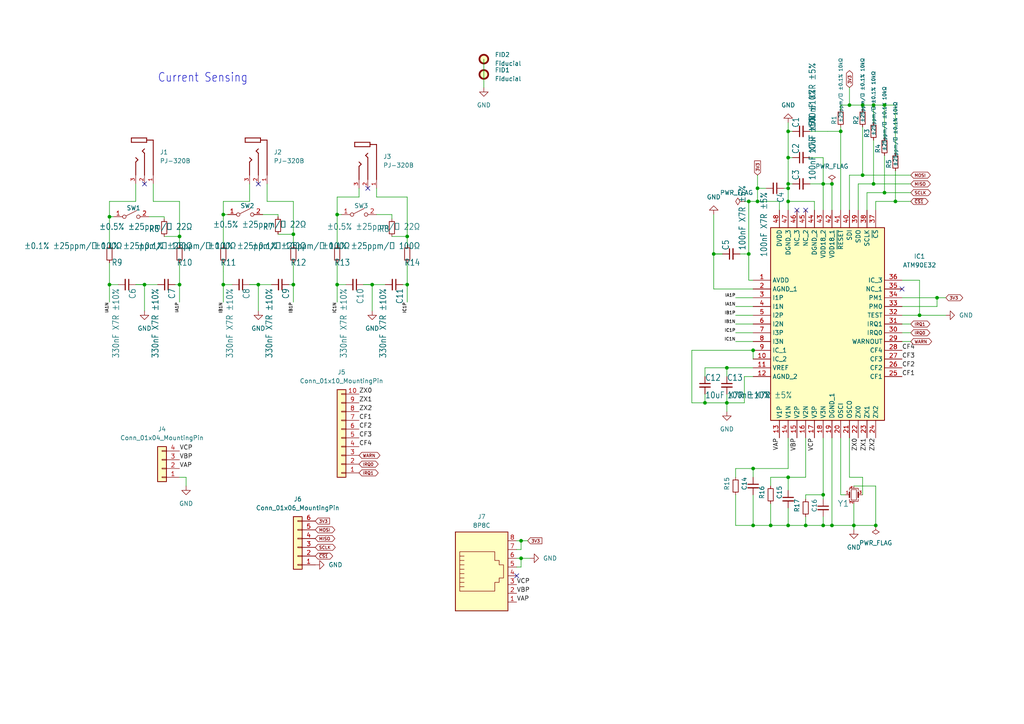
<source format=kicad_sch>
(kicad_sch
	(version 20231120)
	(generator "eeschema")
	(generator_version "8.0")
	(uuid "f308a428-f66c-4d3e-836e-481c7bee9a3f")
	(paper "A4")
	
	(junction
		(at 228.6 152.4)
		(diameter 0)
		(color 0 0 0 0)
		(uuid "080ede21-afce-41f2-b8a2-6069a4449b25")
	)
	(junction
		(at 250.19 30.48)
		(diameter 0)
		(color 0 0 0 0)
		(uuid "0b55077e-f836-4b2f-8de5-f28c45491091")
	)
	(junction
		(at 52.07 82.55)
		(diameter 0)
		(color 0 0 0 0)
		(uuid "0df6299e-828e-4f09-b561-bb08d7499427")
	)
	(junction
		(at 219.71 58.42)
		(diameter 0)
		(color 0 0 0 0)
		(uuid "11399807-d22d-46fc-89b3-afd7f43af57b")
	)
	(junction
		(at 52.07 68.58)
		(diameter 0)
		(color 0 0 0 0)
		(uuid "17d47a71-e74f-4a24-b09f-2f5d4f747bf3")
	)
	(junction
		(at 233.68 152.4)
		(diameter 0)
		(color 0 0 0 0)
		(uuid "186dbf20-f271-4591-9d08-13d62cae6786")
	)
	(junction
		(at 210.82 106.68)
		(diameter 0)
		(color 0 0 0 0)
		(uuid "1a741287-673b-46a8-af32-124ad1e93015")
	)
	(junction
		(at 228.6 38.1)
		(diameter 0)
		(color 0 0 0 0)
		(uuid "1e532b28-3475-4a73-af4b-b2f8f725cdeb")
	)
	(junction
		(at 253.365 30.48)
		(diameter 0)
		(color 0 0 0 0)
		(uuid "224f9796-136c-4dc7-a098-aec5bc2baf54")
	)
	(junction
		(at 241.3 152.4)
		(diameter 0)
		(color 0 0 0 0)
		(uuid "27b2affa-d61c-41bd-a023-fffb176b9372")
	)
	(junction
		(at 218.44 152.4)
		(diameter 0)
		(color 0 0 0 0)
		(uuid "2fda6698-0633-4f0c-910e-be003fdabf90")
	)
	(junction
		(at 228.6 45.72)
		(diameter 0)
		(color 0 0 0 0)
		(uuid "320d9590-1ab7-4842-84ed-2226849b5104")
	)
	(junction
		(at 41.91 82.55)
		(diameter 0)
		(color 0 0 0 0)
		(uuid "3610f5f9-dd0f-4b84-8f0b-488a890687ad")
	)
	(junction
		(at 223.52 152.4)
		(diameter 0)
		(color 0 0 0 0)
		(uuid "37432f42-d037-4a76-bc7b-137ffe839f04")
	)
	(junction
		(at 107.95 82.55)
		(diameter 0)
		(color 0 0 0 0)
		(uuid "3839e715-1559-41b7-868d-07217a6a76df")
	)
	(junction
		(at 210.82 116.84)
		(diameter 0)
		(color 0 0 0 0)
		(uuid "3f3944c6-86ca-4f09-a244-e2183402609d")
	)
	(junction
		(at 250.19 50.8)
		(diameter 0)
		(color 0 0 0 0)
		(uuid "409f646a-b584-40d9-a59d-91349975e768")
	)
	(junction
		(at 64.77 82.55)
		(diameter 0)
		(color 0 0 0 0)
		(uuid "40f3a8ae-e8b8-4ae2-b8b4-b0912fcdb4a0")
	)
	(junction
		(at 238.76 53.34)
		(diameter 0)
		(color 0 0 0 0)
		(uuid "4743deb2-4fc9-4b55-9488-c2afd47bd6e9")
	)
	(junction
		(at 228.6 54.61)
		(diameter 0)
		(color 0 0 0 0)
		(uuid "4c351bf8-d0f2-4028-b93f-b5e7fcc99a81")
	)
	(junction
		(at 228.6 53.34)
		(diameter 0)
		(color 0 0 0 0)
		(uuid "4f748db1-a660-4dee-a073-452a10ae5dbb")
	)
	(junction
		(at 259.715 58.42)
		(diameter 0)
		(color 0 0 0 0)
		(uuid "53a09382-de8b-493b-a9df-dd4fb0c0071b")
	)
	(junction
		(at 31.75 62.865)
		(diameter 0)
		(color 0 0 0 0)
		(uuid "551440b1-eb2e-4b2e-9534-cd68332e35b3")
	)
	(junction
		(at 254 152.4)
		(diameter 0)
		(color 0 0 0 0)
		(uuid "57e0015c-1ccd-488c-8e8c-060f18fac69d")
	)
	(junction
		(at 266.7 91.44)
		(diameter 0)
		(color 0 0 0 0)
		(uuid "60d7c184-edbc-405a-b113-915c867592e3")
	)
	(junction
		(at 228.6 58.42)
		(diameter 0)
		(color 0 0 0 0)
		(uuid "678faa0f-126a-4797-a4a7-7d13d86d1322")
	)
	(junction
		(at 118.11 68.58)
		(diameter 0)
		(color 0 0 0 0)
		(uuid "67b445a7-da3a-4ba9-a6d3-7050dde8eba7")
	)
	(junction
		(at 238.76 152.4)
		(diameter 0)
		(color 0 0 0 0)
		(uuid "6b87c7e8-6d61-461b-ba20-2da670703d49")
	)
	(junction
		(at 207.01 73.66)
		(diameter 0)
		(color 0 0 0 0)
		(uuid "70e88206-70da-4a58-942f-6571e484c63d")
	)
	(junction
		(at 271.78 86.36)
		(diameter 0)
		(color 0 0 0 0)
		(uuid "7838b55e-418c-4792-9d5a-6e8ab9a4e991")
	)
	(junction
		(at 97.79 62.23)
		(diameter 0)
		(color 0 0 0 0)
		(uuid "7d2cf024-b7f7-4854-a741-4b35477b52e5")
	)
	(junction
		(at 85.09 82.55)
		(diameter 0)
		(color 0 0 0 0)
		(uuid "809af292-9d09-4d13-bb84-67a98d58566f")
	)
	(junction
		(at 253.365 53.34)
		(diameter 0)
		(color 0 0 0 0)
		(uuid "843a1c84-d772-472e-ae78-03e8560baff1")
	)
	(junction
		(at 243.84 38.1)
		(diameter 0)
		(color 0 0 0 0)
		(uuid "90139b2b-27c0-45b2-92fa-81fc039f11ff")
	)
	(junction
		(at 218.44 101.6)
		(diameter 0)
		(color 0 0 0 0)
		(uuid "93079e45-70c0-48e5-a27b-3cb4910c93d3")
	)
	(junction
		(at 218.44 135.89)
		(diameter 0)
		(color 0 0 0 0)
		(uuid "933c0361-a7d3-46d3-a4b2-434ccbaa656e")
	)
	(junction
		(at 151.13 156.845)
		(diameter 0)
		(color 0 0 0 0)
		(uuid "9b97dac9-2836-459b-8263-1d0c13576c55")
	)
	(junction
		(at 74.93 82.55)
		(diameter 0)
		(color 0 0 0 0)
		(uuid "9cdf6aad-a973-42fe-9c9c-b8ec083d1ce7")
	)
	(junction
		(at 31.75 82.55)
		(diameter 0)
		(color 0 0 0 0)
		(uuid "a118b56b-33d9-4d4a-8a89-3a0f5c5b0eed")
	)
	(junction
		(at 97.79 82.55)
		(diameter 0)
		(color 0 0 0 0)
		(uuid "a4ce4661-f68f-4f1c-ac7a-99840107efb3")
	)
	(junction
		(at 256.54 30.48)
		(diameter 0)
		(color 0 0 0 0)
		(uuid "a53631d1-15a1-44a8-867e-4b8a1f5684b2")
	)
	(junction
		(at 238.76 143.51)
		(diameter 0)
		(color 0 0 0 0)
		(uuid "bbae750c-4137-4e5a-a212-16ea9bdaadd5")
	)
	(junction
		(at 151.13 161.925)
		(diameter 0)
		(color 0 0 0 0)
		(uuid "bbe54cdb-f0df-4272-92a6-16ca6b059f72")
	)
	(junction
		(at 217.17 58.42)
		(diameter 0)
		(color 0 0 0 0)
		(uuid "bc929e90-00d8-4a29-a0bd-db06636f7488")
	)
	(junction
		(at 256.54 55.88)
		(diameter 0)
		(color 0 0 0 0)
		(uuid "bf8efd25-a714-4f0b-9396-561c62c0fe12")
	)
	(junction
		(at 85.09 67.945)
		(diameter 0)
		(color 0 0 0 0)
		(uuid "c064885a-c3c4-4be7-a21a-b31c5f394c48")
	)
	(junction
		(at 247.65 152.4)
		(diameter 0)
		(color 0 0 0 0)
		(uuid "c9816a57-5ccf-4a42-81c4-32c8008140f6")
	)
	(junction
		(at 217.17 73.66)
		(diameter 0)
		(color 0 0 0 0)
		(uuid "d35ed4ac-6a68-4ac9-84c7-800d980e30b2")
	)
	(junction
		(at 64.77 62.23)
		(diameter 0)
		(color 0 0 0 0)
		(uuid "dc243fd3-0d6d-46d6-a8ad-81ff806b437a")
	)
	(junction
		(at 228.6 138.43)
		(diameter 0)
		(color 0 0 0 0)
		(uuid "dd5631f0-b54b-45b9-a3d6-2cbbbef643f0")
	)
	(junction
		(at 118.11 82.55)
		(diameter 0)
		(color 0 0 0 0)
		(uuid "de555b98-0641-4263-be26-faeb8fff3aae")
	)
	(junction
		(at 246.38 30.48)
		(diameter 0)
		(color 0 0 0 0)
		(uuid "effb0075-8146-4608-b12f-04c605652b1d")
	)
	(junction
		(at 241.3 53.34)
		(diameter 0)
		(color 0 0 0 0)
		(uuid "f232259c-a550-4b3b-ba12-b88fd239f288")
	)
	(junction
		(at 219.71 54.61)
		(diameter 0)
		(color 0 0 0 0)
		(uuid "f7b37db1-9cc8-4e1f-8f9d-b4be75738271")
	)
	(junction
		(at 204.47 116.84)
		(diameter 0)
		(color 0 0 0 0)
		(uuid "fe199e1c-3a6d-4e38-89b4-65043c1f788b")
	)
	(no_connect
		(at 41.91 53.34)
		(uuid "1ce67c98-8229-4fe2-9254-792f099840f8")
	)
	(no_connect
		(at 231.14 60.96)
		(uuid "1dc49511-0971-4d3c-bf33-7238f37555e3")
	)
	(no_connect
		(at 106.68 54.61)
		(uuid "32cbaeee-f534-44df-8f54-c91ded7173db")
	)
	(no_connect
		(at 149.86 167.005)
		(uuid "4aa93d2e-8209-4d94-b050-3daeea32aa8b")
	)
	(no_connect
		(at 261.62 83.82)
		(uuid "4c1533f4-c293-4a0a-9db1-3ada1a804780")
	)
	(no_connect
		(at 233.68 60.96)
		(uuid "5c1db858-89d0-48b4-85be-b9068422d250")
	)
	(no_connect
		(at 74.93 53.34)
		(uuid "d73d3229-57d1-4320-bc63-cfd180c832ce")
	)
	(wire
		(pts
			(xy 31.75 76.2) (xy 31.75 82.55)
		)
		(stroke
			(width 0.1524)
			(type solid)
		)
		(uuid "00064422-cbf2-4a4d-8c13-7f5b8f667154")
	)
	(wire
		(pts
			(xy 261.62 93.98) (xy 264.16 93.98)
		)
		(stroke
			(width 0)
			(type default)
		)
		(uuid "00c6914a-b8f1-46ee-952a-813ac765fbeb")
	)
	(wire
		(pts
			(xy 118.11 87.63) (xy 118.11 82.55)
		)
		(stroke
			(width 0.1524)
			(type solid)
		)
		(uuid "0166d103-5556-440d-825b-8f87830efb3c")
	)
	(wire
		(pts
			(xy 218.44 152.4) (xy 223.52 152.4)
		)
		(stroke
			(width 0)
			(type default)
		)
		(uuid "035a5a98-dbae-486d-a702-f2fdeaac136f")
	)
	(wire
		(pts
			(xy 107.95 82.55) (xy 105.41 82.55)
		)
		(stroke
			(width 0)
			(type default)
		)
		(uuid "064001c6-fa8c-4488-9e0f-8180cbd7831d")
	)
	(wire
		(pts
			(xy 228.6 147.32) (xy 228.6 152.4)
		)
		(stroke
			(width 0)
			(type default)
		)
		(uuid "085b2985-bad6-492b-8288-230e6750de36")
	)
	(wire
		(pts
			(xy 149.86 164.465) (xy 151.13 164.465)
		)
		(stroke
			(width 0)
			(type default)
		)
		(uuid "0982f847-7b76-4253-a268-2e5840dc4f47")
	)
	(wire
		(pts
			(xy 218.44 101.6) (xy 218.44 104.14)
		)
		(stroke
			(width 0)
			(type default)
		)
		(uuid "0a1da061-858b-4a40-90e6-e9e10fa564b9")
	)
	(wire
		(pts
			(xy 243.84 127) (xy 243.84 143.51)
		)
		(stroke
			(width 0.1524)
			(type solid)
		)
		(uuid "0a6e71e2-8441-4646-a841-2d71790ae7b4")
	)
	(wire
		(pts
			(xy 31.75 62.865) (xy 33.02 62.865)
		)
		(stroke
			(width 0)
			(type default)
		)
		(uuid "0a7c3218-969a-4b16-9271-fcd0573d5563")
	)
	(wire
		(pts
			(xy 246.38 30.48) (xy 250.19 30.48)
		)
		(stroke
			(width 0.1524)
			(type solid)
		)
		(uuid "0aa5ae0a-9aa1-45fa-9619-332588414ec5")
	)
	(wire
		(pts
			(xy 261.62 99.06) (xy 264.16 99.06)
		)
		(stroke
			(width 0)
			(type default)
		)
		(uuid "0e20ffad-ef80-43ec-a36c-3d34455e6a7a")
	)
	(wire
		(pts
			(xy 113.665 68.58) (xy 118.11 68.58)
		)
		(stroke
			(width 0)
			(type default)
		)
		(uuid "0e551f44-0678-4ed1-808c-cf2b265a1428")
	)
	(wire
		(pts
			(xy 228.6 38.1) (xy 228.6 45.72)
		)
		(stroke
			(width 0.1524)
			(type solid)
		)
		(uuid "107c5c65-99c5-42a7-b428-c39d59b91490")
	)
	(wire
		(pts
			(xy 247.65 146.05) (xy 247.65 152.4)
		)
		(stroke
			(width 0)
			(type default)
		)
		(uuid "10c82127-8bf9-4f2e-8736-162d5037c534")
	)
	(wire
		(pts
			(xy 213.36 143.51) (xy 213.36 152.4)
		)
		(stroke
			(width 0)
			(type default)
		)
		(uuid "12504a21-834c-4fe4-8cee-f4a171867278")
	)
	(wire
		(pts
			(xy 238.76 144.78) (xy 238.76 143.51)
		)
		(stroke
			(width 0)
			(type default)
		)
		(uuid "133fdf9b-034f-4725-b0c6-ef8b76416c23")
	)
	(wire
		(pts
			(xy 64.77 82.55) (xy 67.31 82.55)
		)
		(stroke
			(width 0)
			(type default)
		)
		(uuid "143af670-d761-44e0-b2ef-7d3f3e7e449f")
	)
	(wire
		(pts
			(xy 233.68 143.51) (xy 238.76 143.51)
		)
		(stroke
			(width 0.1524)
			(type solid)
		)
		(uuid "155f1ddc-e074-4ae6-ab2d-770a52df9d25")
	)
	(wire
		(pts
			(xy 85.09 87.63) (xy 85.09 82.55)
		)
		(stroke
			(width 0.1524)
			(type solid)
		)
		(uuid "15ed74bb-7b15-4b10-9be7-fd364acd9eb4")
	)
	(wire
		(pts
			(xy 213.36 152.4) (xy 218.44 152.4)
		)
		(stroke
			(width 0)
			(type default)
		)
		(uuid "16f192bc-4d68-4de7-9921-84e145772623")
	)
	(wire
		(pts
			(xy 229.87 45.72) (xy 228.6 45.72)
		)
		(stroke
			(width 0.1524)
			(type solid)
		)
		(uuid "17703d0f-c4e5-4894-a2b1-bced619b60f1")
	)
	(wire
		(pts
			(xy 234.95 45.72) (xy 238.76 45.72)
		)
		(stroke
			(width 0.1524)
			(type solid)
		)
		(uuid "18428c06-8e8e-4930-8ca8-4481ba3adcf1")
	)
	(wire
		(pts
			(xy 77.47 53.34) (xy 77.47 58.42)
		)
		(stroke
			(width 0.1524)
			(type solid)
		)
		(uuid "186f33f4-7737-49a3-a9f4-8ac23eba9a42")
	)
	(wire
		(pts
			(xy 241.3 127) (xy 241.3 152.4)
		)
		(stroke
			(width 0.1524)
			(type solid)
		)
		(uuid "192a82d2-f7df-4338-bf0f-47c130937952")
	)
	(wire
		(pts
			(xy 218.44 93.98) (xy 213.36 93.98)
		)
		(stroke
			(width 0.1524)
			(type solid)
		)
		(uuid "1b38c064-2499-43e4-a114-0720389dcd2a")
	)
	(wire
		(pts
			(xy 219.71 54.61) (xy 222.25 54.61)
		)
		(stroke
			(width 0)
			(type default)
		)
		(uuid "1c9f87fc-88c1-4c72-8057-d883d184c674")
	)
	(wire
		(pts
			(xy 113.665 62.23) (xy 113.665 63.5)
		)
		(stroke
			(width 0)
			(type default)
		)
		(uuid "203cc28c-2795-4e37-ac71-d3ee5b779e48")
	)
	(wire
		(pts
			(xy 253.365 53.34) (xy 264.16 53.34)
		)
		(stroke
			(width 0.1524)
			(type solid)
		)
		(uuid "21d40a38-c6e0-41ea-8721-60d37366652a")
	)
	(wire
		(pts
			(xy 64.77 76.2) (xy 64.77 78.74)
		)
		(stroke
			(width 0)
			(type default)
		)
		(uuid "2348967c-59d7-4fd8-a6f6-96691a6bf770")
	)
	(wire
		(pts
			(xy 210.82 109.22) (xy 210.82 106.68)
		)
		(stroke
			(width 0.1524)
			(type solid)
		)
		(uuid "236885a1-fbbd-4411-b797-388d974e55e7")
	)
	(wire
		(pts
			(xy 210.82 116.84) (xy 215.9 116.84)
		)
		(stroke
			(width 0.1524)
			(type solid)
		)
		(uuid "268cb7ee-4c4d-4292-b147-ccfe56f837e4")
	)
	(wire
		(pts
			(xy 217.17 58.42) (xy 217.17 73.66)
		)
		(stroke
			(width 0.1524)
			(type solid)
		)
		(uuid "275799b7-3892-4fad-8158-faa5190ee7c2")
	)
	(wire
		(pts
			(xy 223.52 152.4) (xy 228.6 152.4)
		)
		(stroke
			(width 0)
			(type default)
		)
		(uuid "283a8628-20d1-44f8-8e7d-4500d0517200")
	)
	(wire
		(pts
			(xy 107.95 90.17) (xy 107.95 82.55)
		)
		(stroke
			(width 0.1524)
			(type solid)
		)
		(uuid "2afa6c29-19f3-4fac-8b5d-d3211d048a9b")
	)
	(wire
		(pts
			(xy 254 152.4) (xy 247.65 152.4)
		)
		(stroke
			(width 0)
			(type default)
		)
		(uuid "2eaf1e8a-4154-42fb-9cff-182dd7be74df")
	)
	(wire
		(pts
			(xy 204.47 116.84) (xy 210.82 116.84)
		)
		(stroke
			(width 0.1524)
			(type solid)
		)
		(uuid "2f27e978-059c-445c-a253-03bc4cfaf19c")
	)
	(wire
		(pts
			(xy 218.44 143.51) (xy 218.44 152.4)
		)
		(stroke
			(width 0)
			(type default)
		)
		(uuid "314174bd-16c7-40de-807e-9f1749f9aaf2")
	)
	(wire
		(pts
			(xy 247.65 140.97) (xy 254 140.97)
		)
		(stroke
			(width 0)
			(type default)
		)
		(uuid "31b25481-e885-4f09-a406-9f22f07cbb22")
	)
	(wire
		(pts
			(xy 64.77 82.55) (xy 64.77 87.63)
		)
		(stroke
			(width 0.1524)
			(type solid)
		)
		(uuid "33e43067-6d21-4601-bbd4-1a727e8d1142")
	)
	(wire
		(pts
			(xy 241.3 60.96) (xy 241.3 53.34)
		)
		(stroke
			(width 0)
			(type default)
		)
		(uuid "3690e534-9c23-4ed9-924f-4f6aeb1c5032")
	)
	(wire
		(pts
			(xy 256.54 40.005) (xy 256.54 30.48)
		)
		(stroke
			(width 0.1524)
			(type solid)
		)
		(uuid "37497279-bcec-43df-8c4d-d0fa0fd56006")
	)
	(wire
		(pts
			(xy 223.52 146.05) (xy 223.52 152.4)
		)
		(stroke
			(width 0)
			(type default)
		)
		(uuid "38e199af-e658-4589-88af-dbc20064273f")
	)
	(wire
		(pts
			(xy 97.79 62.23) (xy 99.06 62.23)
		)
		(stroke
			(width 0)
			(type default)
		)
		(uuid "393f1234-007a-4478-9dee-38a5a68e2cc6")
	)
	(wire
		(pts
			(xy 256.54 30.48) (xy 259.715 30.48)
		)
		(stroke
			(width 0.1524)
			(type solid)
		)
		(uuid "3aa765f4-3299-4bce-873b-c098eae1fc39")
	)
	(wire
		(pts
			(xy 227.33 54.61) (xy 228.6 54.61)
		)
		(stroke
			(width 0)
			(type default)
		)
		(uuid "3c11969c-a013-4285-bc83-492195b421b7")
	)
	(wire
		(pts
			(xy 204.47 114.3) (xy 204.47 116.84)
		)
		(stroke
			(width 0.1524)
			(type solid)
		)
		(uuid "3cce6965-541e-41c6-bd72-ce28066f2f73")
	)
	(wire
		(pts
			(xy 246.38 50.8) (xy 250.19 50.8)
		)
		(stroke
			(width 0.1524)
			(type solid)
		)
		(uuid "3e283833-0b84-40f2-bf38-a619b6c7afa6")
	)
	(wire
		(pts
			(xy 243.84 30.48) (xy 243.84 31.75)
		)
		(stroke
			(width 0)
			(type default)
		)
		(uuid "3f0002eb-1439-48ff-b880-968bddb5ef1b")
	)
	(wire
		(pts
			(xy 218.44 135.89) (xy 228.6 135.89)
		)
		(stroke
			(width 0.1524)
			(type solid)
		)
		(uuid "3f8534b4-eb9c-4766-854e-4ae9690c3a6d")
	)
	(wire
		(pts
			(xy 80.645 67.945) (xy 85.09 67.945)
		)
		(stroke
			(width 0)
			(type default)
		)
		(uuid "3fe3c666-d609-4c7f-b1b0-a342ed4bc847")
	)
	(wire
		(pts
			(xy 118.11 82.55) (xy 118.11 78.74)
		)
		(stroke
			(width 0.1524)
			(type solid)
		)
		(uuid "410c9b37-cf09-46d4-9447-4ca2971614af")
	)
	(wire
		(pts
			(xy 74.93 82.55) (xy 72.39 82.55)
		)
		(stroke
			(width 0)
			(type default)
		)
		(uuid "4185abd6-cfda-487c-893d-716fdabd0923")
	)
	(wire
		(pts
			(xy 118.11 57.15) (xy 118.11 68.58)
		)
		(stroke
			(width 0.1524)
			(type solid)
		)
		(uuid "43936a4d-cbe1-49f1-a5f8-3242b410f24d")
	)
	(wire
		(pts
			(xy 259.715 49.53) (xy 259.715 58.42)
		)
		(stroke
			(width 0.1524)
			(type solid)
		)
		(uuid "44c76565-3da6-4a3e-bcc4-19ca4e43261c")
	)
	(wire
		(pts
			(xy 228.6 53.34) (xy 228.6 54.61)
		)
		(stroke
			(width 0.1524)
			(type solid)
		)
		(uuid "46724753-769b-422d-b512-868ed80ed4ac")
	)
	(wire
		(pts
			(xy 254 60.96) (xy 254 58.42)
		)
		(stroke
			(width 0.1524)
			(type solid)
		)
		(uuid "478f8128-dca8-4a33-8d86-6e9768680277")
	)
	(wire
		(pts
			(xy 76.2 62.23) (xy 80.645 62.23)
		)
		(stroke
			(width 0)
			(type default)
		)
		(uuid "4cca2217-e1dc-4dcc-9d35-7806628bc5c8")
	)
	(wire
		(pts
			(xy 151.13 161.925) (xy 153.67 161.925)
		)
		(stroke
			(width 0)
			(type default)
		)
		(uuid "4cdc06a7-bfa0-4e0c-9210-8f9d646bf0af")
	)
	(wire
		(pts
			(xy 52.07 58.42) (xy 52.07 68.58)
		)
		(stroke
			(width 0.1524)
			(type solid)
		)
		(uuid "4d8cc0eb-4303-4d44-b206-1cd97b78b02b")
	)
	(wire
		(pts
			(xy 243.84 36.83) (xy 243.84 38.1)
		)
		(stroke
			(width 0)
			(type default)
		)
		(uuid "4d92a577-6e27-44df-9223-dbf3ff222563")
	)
	(wire
		(pts
			(xy 241.3 152.4) (xy 247.65 152.4)
		)
		(stroke
			(width 0.1524)
			(type solid)
		)
		(uuid "500a4d83-cc93-4f09-ba0b-cff445ef2c2d")
	)
	(wire
		(pts
			(xy 271.78 86.36) (xy 274.32 86.36)
		)
		(stroke
			(width 0.1524)
			(type solid)
		)
		(uuid "50612a6a-cb65-441b-b831-6bfdda2d4c3d")
	)
	(wire
		(pts
			(xy 253.365 30.48) (xy 256.54 30.48)
		)
		(stroke
			(width 0.1524)
			(type solid)
		)
		(uuid "53af373d-74d1-471d-bc4e-66d9bc51434d")
	)
	(wire
		(pts
			(xy 52.07 87.63) (xy 52.07 82.55)
		)
		(stroke
			(width 0.1524)
			(type solid)
		)
		(uuid "5517b7bb-ce45-45d2-a33e-010da4a30cf5")
	)
	(wire
		(pts
			(xy 261.62 91.44) (xy 266.7 91.44)
		)
		(stroke
			(width 0.1524)
			(type solid)
		)
		(uuid "55a82ddb-810e-4137-ac6d-e186a9185fc7")
	)
	(wire
		(pts
			(xy 213.36 135.89) (xy 213.36 138.43)
		)
		(stroke
			(width 0.1524)
			(type solid)
		)
		(uuid "56100e79-67b9-4888-ae91-cc2e7a3c9b5e")
	)
	(wire
		(pts
			(xy 228.6 38.1) (xy 228.6 35.56)
		)
		(stroke
			(width 0.1524)
			(type solid)
		)
		(uuid "569ab56b-acfb-49d0-9ccd-df1c9f819c63")
	)
	(wire
		(pts
			(xy 217.17 81.28) (xy 218.44 81.28)
		)
		(stroke
			(width 0)
			(type default)
		)
		(uuid "57bf65c8-739c-4f39-95b8-c78cf4062daa")
	)
	(wire
		(pts
			(xy 256.54 55.88) (xy 264.16 55.88)
		)
		(stroke
			(width 0.1524)
			(type solid)
		)
		(uuid "5a2a804a-bb88-41d9-834e-da30bbf64843")
	)
	(wire
		(pts
			(xy 64.77 58.42) (xy 72.39 58.42)
		)
		(stroke
			(width 0)
			(type default)
		)
		(uuid "5af925e2-a159-42ed-bcb5-8ca7bd60eb18")
	)
	(wire
		(pts
			(xy 251.46 55.88) (xy 256.54 55.88)
		)
		(stroke
			(width 0.1524)
			(type solid)
		)
		(uuid "5be1083a-7fa8-4873-92f4-b6859c8befea")
	)
	(wire
		(pts
			(xy 218.44 91.44) (xy 213.36 91.44)
		)
		(stroke
			(width 0.1524)
			(type solid)
		)
		(uuid "5dad13a8-9ce5-49d3-b436-ca727ab0a655")
	)
	(wire
		(pts
			(xy 207.01 62.23) (xy 207.01 73.66)
		)
		(stroke
			(width 0)
			(type default)
		)
		(uuid "5e036030-45e5-494a-b9ff-c1fc5ae56a89")
	)
	(wire
		(pts
			(xy 226.06 58.42) (xy 226.06 60.96)
		)
		(stroke
			(width 0.1524)
			(type solid)
		)
		(uuid "607e568c-b71e-4cfe-8773-56675576a27f")
	)
	(wire
		(pts
			(xy 41.91 82.55) (xy 39.37 82.55)
		)
		(stroke
			(width 0)
			(type default)
		)
		(uuid "6091454f-f809-4778-ac5e-c3b764de50ff")
	)
	(wire
		(pts
			(xy 261.62 81.28) (xy 266.7 81.28)
		)
		(stroke
			(width 0.1524)
			(type solid)
		)
		(uuid "60abb9da-fcd8-4c8c-b8f8-4a729ae67a6a")
	)
	(wire
		(pts
			(xy 250.19 36.83) (xy 250.19 50.8)
		)
		(stroke
			(width 0.1524)
			(type solid)
		)
		(uuid "611f133b-e5c1-4de5-a0e0-eb03bf035782")
	)
	(wire
		(pts
			(xy 210.82 106.68) (xy 204.47 106.68)
		)
		(stroke
			(width 0.1524)
			(type solid)
		)
		(uuid "66b44443-f132-4757-96a9-c4dc0062a20e")
	)
	(wire
		(pts
			(xy 219.71 54.61) (xy 219.71 58.42)
		)
		(stroke
			(width 0.1524)
			(type solid)
		)
		(uuid "671a0a4f-3b7b-4aae-a441-67b1a9d4d1b8")
	)
	(wire
		(pts
			(xy 85.09 58.42) (xy 85.09 67.945)
		)
		(stroke
			(width 0)
			(type default)
		)
		(uuid "6820ff21-2ee5-4aa9-9fd6-fda2bf380e79")
	)
	(wire
		(pts
			(xy 250.19 50.8) (xy 264.16 50.8)
		)
		(stroke
			(width 0.1524)
			(type solid)
		)
		(uuid "6b06682b-db22-491b-b156-886f46c92342")
	)
	(wire
		(pts
			(xy 266.7 91.44) (xy 274.32 91.44)
		)
		(stroke
			(width 0.1524)
			(type solid)
		)
		(uuid "6c7d2616-dde6-4ec0-8741-402ffb94a77c")
	)
	(wire
		(pts
			(xy 207.01 73.66) (xy 207.01 83.82)
		)
		(stroke
			(width 0.1524)
			(type solid)
		)
		(uuid "707c13a5-e6e3-4094-8ec2-4eb23a263b9b")
	)
	(wire
		(pts
			(xy 109.22 57.15) (xy 109.22 54.61)
		)
		(stroke
			(width 0.1524)
			(type solid)
		)
		(uuid "70d698cd-34e6-41f3-a9f3-5deb64679fba")
	)
	(wire
		(pts
			(xy 52.07 82.55) (xy 50.8 82.55)
		)
		(stroke
			(width 0)
			(type default)
		)
		(uuid "74799285-1baf-41c3-98aa-d41cb5845902")
	)
	(wire
		(pts
			(xy 228.6 138.43) (xy 228.6 142.24)
		)
		(stroke
			(width 0)
			(type default)
		)
		(uuid "74dbeb8c-62d4-4e6f-9323-27d5820dbfae")
	)
	(wire
		(pts
			(xy 109.22 57.15) (xy 118.11 57.15)
		)
		(stroke
			(width 0.1524)
			(type solid)
		)
		(uuid "756bff04-7c00-486f-96c9-570610a4ad0b")
	)
	(wire
		(pts
			(xy 85.09 76.2) (xy 85.09 82.55)
		)
		(stroke
			(width 0.1524)
			(type solid)
		)
		(uuid "7575ce50-1a20-4cbb-b822-0aa384fe149e")
	)
	(wire
		(pts
			(xy 218.44 135.89) (xy 218.44 138.43)
		)
		(stroke
			(width 0)
			(type default)
		)
		(uuid "78f1529f-8718-4e10-aba3-261023da5ac4")
	)
	(wire
		(pts
			(xy 261.62 96.52) (xy 264.16 96.52)
		)
		(stroke
			(width 0)
			(type default)
		)
		(uuid "7bb73ad0-9855-4e8d-abe4-7ae60aa3a190")
	)
	(wire
		(pts
			(xy 118.11 82.55) (xy 116.84 82.55)
		)
		(stroke
			(width 0)
			(type default)
		)
		(uuid "7bd3ed8f-e24b-4e76-a69b-2cfa688b30b4")
	)
	(wire
		(pts
			(xy 243.84 30.48) (xy 246.38 30.48)
		)
		(stroke
			(width 0)
			(type default)
		)
		(uuid "7c5f230f-efa3-48e6-a688-227d2c6f10f7")
	)
	(wire
		(pts
			(xy 200.66 101.6) (xy 200.66 116.84)
		)
		(stroke
			(width 0)
			(type default)
		)
		(uuid "7e22f692-e405-485b-8c24-f38a9163d7bf")
	)
	(wire
		(pts
			(xy 233.68 149.86) (xy 233.68 152.4)
		)
		(stroke
			(width 0)
			(type default)
		)
		(uuid "80b6a299-58aa-4b06-9c30-b05ce61ea304")
	)
	(wire
		(pts
			(xy 219.71 58.42) (xy 226.06 58.42)
		)
		(stroke
			(width 0.1524)
			(type solid)
		)
		(uuid "855a9b29-e409-4bd1-bff1-6e1180ad3b2c")
	)
	(wire
		(pts
			(xy 233.68 127) (xy 233.68 138.43)
		)
		(stroke
			(width 0)
			(type default)
		)
		(uuid "86f7ef06-9de7-4f00-93f2-de08c962789c")
	)
	(wire
		(pts
			(xy 41.91 82.55) (xy 45.72 82.55)
		)
		(stroke
			(width 0)
			(type default)
		)
		(uuid "8a37255a-f0f3-43fe-9fd5-c51be6302771")
	)
	(wire
		(pts
			(xy 85.09 82.55) (xy 83.82 82.55)
		)
		(stroke
			(width 0)
			(type default)
		)
		(uuid "8a915791-ee65-45ed-ab93-8b388f2ee424")
	)
	(wire
		(pts
			(xy 52.07 138.43) (xy 53.975 138.43)
		)
		(stroke
			(width 0)
			(type default)
		)
		(uuid "8b4d79bc-e540-47d6-8d16-96682bfb1dfa")
	)
	(wire
		(pts
			(xy 243.84 38.1) (xy 243.84 60.96)
		)
		(stroke
			(width 0)
			(type default)
		)
		(uuid "8b8d62a3-b195-41fd-a773-1c4f7dd38f67")
	)
	(wire
		(pts
			(xy 85.09 67.945) (xy 85.09 71.12)
		)
		(stroke
			(width 0)
			(type default)
		)
		(uuid "8c1ab9ab-2ebf-4467-9e6c-2f76eef1f5aa")
	)
	(wire
		(pts
			(xy 246.38 25.4) (xy 246.38 30.48)
		)
		(stroke
			(width 0.1524)
			(type solid)
		)
		(uuid "8d1f19b1-458d-44b4-9995-2fe41cd6510d")
	)
	(wire
		(pts
			(xy 254 58.42) (xy 259.715 58.42)
		)
		(stroke
			(width 0.1524)
			(type solid)
		)
		(uuid "8d96f487-fcd2-4bfc-846b-d00226c11ee7")
	)
	(wire
		(pts
			(xy 228.6 60.96) (xy 228.6 58.42)
		)
		(stroke
			(width 0.1524)
			(type solid)
		)
		(uuid "8eaa23c6-0ea9-4e62-8d13-6ed81e35c460")
	)
	(wire
		(pts
			(xy 109.22 62.23) (xy 113.665 62.23)
		)
		(stroke
			(width 0)
			(type default)
		)
		(uuid "8ee09e01-b5dc-4fba-b324-b7136c1d6eb7")
	)
	(wire
		(pts
			(xy 53.975 138.43) (xy 53.975 140.97)
		)
		(stroke
			(width 0)
			(type default)
		)
		(uuid "8ee7af17-a71b-415c-9755-dd5a02ba8016")
	)
	(wire
		(pts
			(xy 44.45 58.42) (xy 44.45 53.34)
		)
		(stroke
			(width 0)
			(type default)
		)
		(uuid "8f46a112-b132-484b-8bf5-6ee60a6610a6")
	)
	(wire
		(pts
			(xy 247.65 153.67) (xy 247.65 152.4)
		)
		(stroke
			(width 0)
			(type default)
		)
		(uuid "930f67ed-32ef-4d64-af98-77c3cbfee338")
	)
	(wire
		(pts
			(xy 218.44 106.68) (xy 210.82 106.68)
		)
		(stroke
			(width 0.1524)
			(type solid)
		)
		(uuid "938572db-7df9-4b49-800d-54cdd5bc3c3c")
	)
	(wire
		(pts
			(xy 107.95 82.55) (xy 111.76 82.55)
		)
		(stroke
			(width 0)
			(type default)
		)
		(uuid "93aa8a28-3924-48dd-b15b-4aee04167f1d")
	)
	(wire
		(pts
			(xy 223.52 138.43) (xy 228.6 138.43)
		)
		(stroke
			(width 0.1524)
			(type solid)
		)
		(uuid "948d2e6f-1c3e-44eb-ae96-bd02aa373ea2")
	)
	(wire
		(pts
			(xy 64.77 78.74) (xy 64.77 82.55)
		)
		(stroke
			(width 0.1524)
			(type solid)
		)
		(uuid "94db18b6-2b16-47c3-b653-89eedc919403")
	)
	(wire
		(pts
			(xy 228.6 152.4) (xy 233.68 152.4)
		)
		(stroke
			(width 0)
			(type default)
		)
		(uuid "96ca7d22-5043-4ac6-a357-eb3ee24d2b3c")
	)
	(wire
		(pts
			(xy 228.6 138.43) (xy 233.68 138.43)
		)
		(stroke
			(width 0)
			(type default)
		)
		(uuid "96e9586a-3801-48b1-becd-74793b723db0")
	)
	(wire
		(pts
			(xy 97.79 76.2) (xy 97.79 82.55)
		)
		(stroke
			(width 0.1524)
			(type solid)
		)
		(uuid "98ab1b10-dcb8-4e2a-ab31-d3e69cc81c22")
	)
	(wire
		(pts
			(xy 72.39 58.42) (xy 72.39 53.34)
		)
		(stroke
			(width 0)
			(type default)
		)
		(uuid "9a36f934-1bb7-4327-987d-3e2e7d123053")
	)
	(wire
		(pts
			(xy 214.63 73.66) (xy 215.9 73.66)
		)
		(stroke
			(width 0)
			(type default)
		)
		(uuid "9ab1d135-8126-442c-8f5e-5015044f936c")
	)
	(wire
		(pts
			(xy 218.44 83.82) (xy 207.01 83.82)
		)
		(stroke
			(width 0.1524)
			(type solid)
		)
		(uuid "9c032d47-4176-405f-b76a-c1c0d8a61e38")
	)
	(wire
		(pts
			(xy 243.84 143.51) (xy 245.11 143.51)
		)
		(stroke
			(width 0.1524)
			(type solid)
		)
		(uuid "9c896f63-747f-4be1-89f8-ff1cfa4a5b64")
	)
	(wire
		(pts
			(xy 74.93 90.17) (xy 74.93 82.55)
		)
		(stroke
			(width 0.1524)
			(type solid)
		)
		(uuid "9cac2399-f972-4b02-85d8-1d36313304bd")
	)
	(wire
		(pts
			(xy 228.6 135.89) (xy 228.6 127)
		)
		(stroke
			(width 0.1524)
			(type solid)
		)
		(uuid "9d52aba4-15e4-4567-9567-bf85cd6944c1")
	)
	(wire
		(pts
			(xy 215.9 109.22) (xy 215.9 116.84)
		)
		(stroke
			(width 0.1524)
			(type solid)
		)
		(uuid "9ee03978-8a83-430d-a80c-c29dd29decfe")
	)
	(wire
		(pts
			(xy 219.71 50.8) (xy 219.71 54.61)
		)
		(stroke
			(width 0.1524)
			(type solid)
		)
		(uuid "a0a867f0-4f53-4a9c-82a0-2042582be330")
	)
	(wire
		(pts
			(xy 210.82 114.3) (xy 210.82 116.84)
		)
		(stroke
			(width 0.1524)
			(type solid)
		)
		(uuid "a10d78f1-6de9-47de-ad5b-b6378b762798")
	)
	(wire
		(pts
			(xy 140.335 17.145) (xy 140.335 25.4)
		)
		(stroke
			(width 0)
			(type default)
		)
		(uuid "a5a34e37-709b-4515-8b0f-c0b2f72f493d")
	)
	(wire
		(pts
			(xy 246.38 138.43) (xy 250.19 138.43)
		)
		(stroke
			(width 0.1524)
			(type solid)
		)
		(uuid "a669ae1c-0940-49db-834d-b33b6deb4c0c")
	)
	(wire
		(pts
			(xy 240.03 38.1) (xy 243.84 38.1)
		)
		(stroke
			(width 0)
			(type default)
		)
		(uuid "a905144a-5417-44c4-8cb6-69b54911c6e1")
	)
	(wire
		(pts
			(xy 207.01 73.66) (xy 209.55 73.66)
		)
		(stroke
			(width 0.1524)
			(type solid)
		)
		(uuid "a97dbc14-3524-4f0a-b771-b997b048345f")
	)
	(wire
		(pts
			(xy 97.79 62.23) (xy 97.79 71.12)
		)
		(stroke
			(width 0)
			(type default)
		)
		(uuid "aba6ff93-57af-492e-89a4-ac2543cbf652")
	)
	(wire
		(pts
			(xy 210.82 116.84) (xy 210.82 119.38)
		)
		(stroke
			(width 0)
			(type default)
		)
		(uuid "ac951a47-b59d-4177-b24d-b6ec59b9374d")
	)
	(wire
		(pts
			(xy 207.01 73.66) (xy 209.55 73.66)
		)
		(stroke
			(width 0)
			(type default)
		)
		(uuid "acd42586-d803-4b56-be50-a159a0a74dac")
	)
	(wire
		(pts
			(xy 248.92 53.34) (xy 253.365 53.34)
		)
		(stroke
			(width 0.1524)
			(type solid)
		)
		(uuid "acf31541-9eab-452f-a20c-5123e7259835")
	)
	(wire
		(pts
			(xy 238.76 53.34) (xy 238.76 60.96)
		)
		(stroke
			(width 0.1524)
			(type solid)
		)
		(uuid "ad017a7b-449b-4cd3-a890-528ead1967fd")
	)
	(wire
		(pts
			(xy 259.715 58.42) (xy 264.16 58.42)
		)
		(stroke
			(width 0.1524)
			(type solid)
		)
		(uuid "ae8d33bc-eb7c-44bd-97a0-9a6e58513a40")
	)
	(wire
		(pts
			(xy 266.7 81.28) (xy 266.7 91.44)
		)
		(stroke
			(width 0.1524)
			(type solid)
		)
		(uuid "af47ba84-7ead-4245-b53a-a0c7115f6387")
	)
	(wire
		(pts
			(xy 200.66 116.84) (xy 204.47 116.84)
		)
		(stroke
			(width 0)
			(type default)
		)
		(uuid "af4b1e23-0b1a-48e5-89fd-ebc0e2ee451c")
	)
	(wire
		(pts
			(xy 271.78 88.9) (xy 271.78 86.36)
		)
		(stroke
			(width 0.1524)
			(type solid)
		)
		(uuid "af4d8750-24de-406e-9b91-5ff986b9ed4f")
	)
	(wire
		(pts
			(xy 256.54 45.085) (xy 256.54 55.88)
		)
		(stroke
			(width 0.1524)
			(type solid)
		)
		(uuid "b0248d9a-a899-41c4-a3af-6dd8d7ad6b15")
	)
	(wire
		(pts
			(xy 253.365 35.56) (xy 253.365 30.48)
		)
		(stroke
			(width 0.1524)
			(type solid)
		)
		(uuid "b0535f7e-cefc-40ee-b543-2b2cf403a8a8")
	)
	(wire
		(pts
			(xy 229.87 38.1) (xy 228.6 38.1)
		)
		(stroke
			(width 0.1524)
			(type solid)
		)
		(uuid "b1ad6cc3-0e18-4bab-adf3-71558fa5c40d")
	)
	(wire
		(pts
			(xy 250.19 30.48) (xy 253.365 30.48)
		)
		(stroke
			(width 0.1524)
			(type solid)
		)
		(uuid "b1e3b621-c3c5-47d0-847f-544c190d39a8")
	)
	(wire
		(pts
			(xy 246.38 127) (xy 246.38 138.43)
		)
		(stroke
			(width 0.1524)
			(type solid)
		)
		(uuid "b2643e4a-c711-4de1-ba4a-7e9538284100")
	)
	(wire
		(pts
			(xy 251.46 60.96) (xy 251.46 55.88)
		)
		(stroke
			(width 0.1524)
			(type solid)
		)
		(uuid "b3f3f5f2-ecc1-4930-8739-d4689269573f")
	)
	(wire
		(pts
			(xy 31.75 58.42) (xy 39.37 58.42)
		)
		(stroke
			(width 0)
			(type default)
		)
		(uuid "b4af38c9-ec60-4662-9817-78d1a75a92f8")
	)
	(wire
		(pts
			(xy 253.365 40.64) (xy 253.365 53.34)
		)
		(stroke
			(width 0.1524)
			(type solid)
		)
		(uuid "b537f1e8-e99c-43da-b5f4-dc8200aae9e8")
	)
	(wire
		(pts
			(xy 228.6 45.72) (xy 228.6 53.34)
		)
		(stroke
			(width 0.1524)
			(type solid)
		)
		(uuid "b7c469a9-f388-4bf2-9c2b-2ec86b8e04eb")
	)
	(wire
		(pts
			(xy 52.07 76.2) (xy 52.07 82.55)
		)
		(stroke
			(width 0.1524)
			(type solid)
		)
		(uuid "b7efdc6e-fe9f-46ee-9e8e-3013f9db6101")
	)
	(wire
		(pts
			(xy 47.625 62.865) (xy 47.625 63.5)
		)
		(stroke
			(width 0)
			(type default)
		)
		(uuid "b8899e3f-6949-41a6-a5b3-475f5ba868b8")
	)
	(wire
		(pts
			(xy 261.62 88.9) (xy 271.78 88.9)
		)
		(stroke
			(width 0.1524)
			(type solid)
		)
		(uuid "bb8e827a-5167-4583-892d-d7df7f52ba40")
	)
	(wire
		(pts
			(xy 41.91 90.17) (xy 41.91 82.55)
		)
		(stroke
			(width 0.1524)
			(type solid)
		)
		(uuid "bb90163b-cdbc-4152-8954-ffbfd4983015")
	)
	(wire
		(pts
			(xy 236.22 58.42) (xy 236.22 60.96)
		)
		(stroke
			(width 0.1524)
			(type solid)
		)
		(uuid "bba51f30-85f4-4665-a30c-dd2f03f151e6")
	)
	(wire
		(pts
			(xy 104.14 57.15) (xy 104.14 54.61)
		)
		(stroke
			(width 0)
			(type default)
		)
		(uuid "bd2f3135-1e9d-48c4-8c91-eda664a5dd86")
	)
	(wire
		(pts
			(xy 31.75 82.55) (xy 34.29 82.55)
		)
		(stroke
			(width 0)
			(type default)
		)
		(uuid "bedbc299-e770-4002-882f-74ec3cb1def5")
	)
	(wire
		(pts
			(xy 218.44 96.52) (xy 213.36 96.52)
		)
		(stroke
			(width 0.1524)
			(type solid)
		)
		(uuid "bee56579-1d5a-4511-bae3-02340ee2e09c")
	)
	(wire
		(pts
			(xy 215.9 109.22) (xy 218.44 109.22)
		)
		(stroke
			(width 0.1524)
			(type solid)
		)
		(uuid "bef1fc1a-8194-43af-9529-ba1766c2350c")
	)
	(wire
		(pts
			(xy 218.44 101.6) (xy 200.66 101.6)
		)
		(stroke
			(width 0)
			(type default)
		)
		(uuid "bf858032-0423-487f-a6a7-40ded63e6bf6")
	)
	(wire
		(pts
			(xy 118.11 68.58) (xy 118.11 71.12)
		)
		(stroke
			(width 0.1524)
			(type solid)
		)
		(uuid "c09f6e87-5f22-48e3-8447-22efc34b14f6")
	)
	(wire
		(pts
			(xy 228.6 58.42) (xy 236.22 58.42)
		)
		(stroke
			(width 0.1524)
			(type solid)
		)
		(uuid "c1b69515-052f-4557-8b5c-f6d8e2a6c241")
	)
	(wire
		(pts
			(xy 259.715 44.45) (xy 259.715 30.48)
		)
		(stroke
			(width 0.1524)
			(type solid)
		)
		(uuid "c1d8d38c-d623-41b2-8d2a-a70d9e892af4")
	)
	(wire
		(pts
			(xy 64.77 62.23) (xy 64.77 71.12)
		)
		(stroke
			(width 0)
			(type default)
		)
		(uuid "c6c1eb06-9969-48bd-85f4-31841678b373")
	)
	(wire
		(pts
			(xy 149.86 159.385) (xy 151.13 159.385)
		)
		(stroke
			(width 0)
			(type default)
		)
		(uuid "c7b8c0be-45f3-406f-b79f-04f2eddbf6a0")
	)
	(wire
		(pts
			(xy 118.11 76.2) (xy 118.11 78.74)
		)
		(stroke
			(width 0)
			(type default)
		)
		(uuid "c7ec0881-1193-4ea8-994c-97f494f0e133")
	)
	(wire
		(pts
			(xy 52.07 68.58) (xy 52.07 71.12)
		)
		(stroke
			(width 0.1524)
			(type solid)
		)
		(uuid "c862cba9-ed7b-44c4-8d14-c62845782f7a")
	)
	(wire
		(pts
			(xy 217.17 73.66) (xy 217.17 81.28)
		)
		(stroke
			(width 0.1524)
			(type solid)
		)
		(uuid "c9ec03d6-a84f-49e8-9758-1e2b519de535")
	)
	(wire
		(pts
			(xy 97.79 57.15) (xy 97.79 62.23)
		)
		(stroke
			(width 0)
			(type default)
		)
		(uuid "cb99e03b-2f10-4fa6-ba90-df37912e9d2c")
	)
	(wire
		(pts
			(xy 248.92 60.96) (xy 248.92 53.34)
		)
		(stroke
			(width 0.1524)
			(type solid)
		)
		(uuid "cc7d4ce8-bc37-4c6b-a697-ac9499fd4291")
	)
	(wire
		(pts
			(xy 44.45 58.42) (xy 52.07 58.42)
		)
		(stroke
			(width 0)
			(type default)
		)
		(uuid "cce7685c-b81b-4618-bb82-7c78ea5f4f6c")
	)
	(wire
		(pts
			(xy 217.17 58.42) (xy 215.9 58.42)
		)
		(stroke
			(width 0.1524)
			(type solid)
		)
		(uuid "cd0b9026-3fca-4806-a70c-32f78fd357cb")
	)
	(wire
		(pts
			(xy 218.44 86.36) (xy 213.36 86.36)
		)
		(stroke
			(width 0.1524)
			(type solid)
		)
		(uuid "ce33a59d-cf71-4aae-ab04-bd59362bf4e4")
	)
	(wire
		(pts
			(xy 233.68 143.51) (xy 233.68 144.78)
		)
		(stroke
			(width 0.1524)
			(type solid)
		)
		(uuid "ce4b1783-11db-430e-b38e-6dea557c6806")
	)
	(wire
		(pts
			(xy 228.6 53.34) (xy 229.87 53.34)
		)
		(stroke
			(width 0.1524)
			(type solid)
		)
		(uuid "ce818387-2a26-4106-9bd8-b63a9f55ad99")
	)
	(wire
		(pts
			(xy 97.79 82.55) (xy 100.33 82.55)
		)
		(stroke
			(width 0)
			(type default)
		)
		(uuid "cfa8e1ee-37e4-4b0c-a768-81a496907c22")
	)
	(wire
		(pts
			(xy 250.19 31.75) (xy 250.19 30.48)
		)
		(stroke
			(width 0.1524)
			(type solid)
		)
		(uuid "cfa901f8-a27a-4a22-b285-23f9d1aa0ca7")
	)
	(wire
		(pts
			(xy 238.76 53.34) (xy 241.3 53.34)
		)
		(stroke
			(width 0)
			(type default)
		)
		(uuid "cfacfec5-e3fd-497f-9b7d-f20c9da13b16")
	)
	(wire
		(pts
			(xy 238.76 152.4) (xy 241.3 152.4)
		)
		(stroke
			(width 0)
			(type default)
		)
		(uuid "d213f583-0b53-4be2-8a11-2ee3c53cb519")
	)
	(wire
		(pts
			(xy 31.75 62.865) (xy 31.75 71.12)
		)
		(stroke
			(width 0)
			(type default)
		)
		(uuid "d43fda3f-4837-4aa7-bc7b-900aaa6ca170")
	)
	(wire
		(pts
			(xy 74.93 82.55) (xy 78.74 82.55)
		)
		(stroke
			(width 0)
			(type default)
		)
		(uuid "d52cd449-ab44-4e74-b1f5-122fdc60e2e8")
	)
	(wire
		(pts
			(xy 234.95 38.1) (xy 240.03 38.1)
		)
		(stroke
			(width 0.1524)
			(type solid)
		)
		(uuid "d72aab38-8c38-4f7a-9787-4d95076917b7")
	)
	(wire
		(pts
			(xy 218.44 88.9) (xy 213.36 88.9)
		)
		(stroke
			(width 0.1524)
			(type solid)
		)
		(uuid "d8a7c0c4-8607-4d60-b511-c48f366667e5")
	)
	(wire
		(pts
			(xy 151.13 156.845) (xy 153.035 156.845)
		)
		(stroke
			(width 0)
			(type default)
		)
		(uuid "daa04041-2de5-48fc-92c4-1712e2530956")
	)
	(wire
		(pts
			(xy 31.75 82.55) (xy 31.75 87.63)
		)
		(stroke
			(width 0.1524)
			(type solid)
		)
		(uuid "dbd48a5b-6f6e-4a33-818d-469f44024d18")
	)
	(wire
		(pts
			(xy 261.62 86.36) (xy 271.78 86.36)
		)
		(stroke
			(width 0.1524)
			(type solid)
		)
		(uuid "ddb2a97c-2511-4f3a-8b2d-b06378535e6f")
	)
	(wire
		(pts
			(xy 238.76 149.86) (xy 238.76 152.4)
		)
		(stroke
			(width 0)
			(type default)
		)
		(uuid "de1926e8-8280-444d-ad83-9cc63926f296")
	)
	(wire
		(pts
			(xy 64.77 58.42) (xy 64.77 62.23)
		)
		(stroke
			(width 0)
			(type default)
		)
		(uuid "de3d7142-d6e7-4017-89cc-5e5791e9ab0b")
	)
	(wire
		(pts
			(xy 47.625 68.58) (xy 52.07 68.58)
		)
		(stroke
			(width 0)
			(type default)
		)
		(uuid "df608898-b048-4f08-9229-56d42208f8bb")
	)
	(wire
		(pts
			(xy 213.36 135.89) (xy 218.44 135.89)
		)
		(stroke
			(width 0.1524)
			(type solid)
		)
		(uuid "e004f562-f93e-4d81-b6d5-e313cb4b6ac2")
	)
	(wire
		(pts
			(xy 250.19 138.43) (xy 250.19 143.51)
		)
		(stroke
			(width 0.1524)
			(type solid)
		)
		(uuid "e023cc64-b826-486c-895b-79a0d8520755")
	)
	(wire
		(pts
			(xy 228.6 54.61) (xy 228.6 58.42)
		)
		(stroke
			(width 0.1524)
			(type solid)
		)
		(uuid "e0ed3fe4-dcc5-4182-803f-e6a7dd2f475e")
	)
	(wire
		(pts
			(xy 107.95 82.55) (xy 105.41 82.55)
		)
		(stroke
			(width 0.1524)
			(type solid)
		)
		(uuid "e205b53c-71b3-4633-b0f3-e1b9b851ff60")
	)
	(wire
		(pts
			(xy 97.79 82.55) (xy 97.79 87.63)
		)
		(stroke
			(width 0.1524)
			(type solid)
		)
		(uuid "e2081392-5b88-4aa2-9bf6-7395bb408b52")
	)
	(wire
		(pts
			(xy 74.93 82.55) (xy 72.39 82.55)
		)
		(stroke
			(width 0.1524)
			(type solid)
		)
		(uuid "e261727a-e086-443a-84de-ed8ddd4be99f")
	)
	(wire
		(pts
			(xy 223.52 138.43) (xy 223.52 140.97)
		)
		(stroke
			(width 0)
			(type default)
		)
		(uuid "e27335f2-9d36-4411-8000-91f0e64267c4")
	)
	(wire
		(pts
			(xy 151.13 159.385) (xy 151.13 156.845)
		)
		(stroke
			(width 0)
			(type default)
		)
		(uuid "e2f36862-3653-4d22-8951-aef59db689f9")
	)
	(wire
		(pts
			(xy 218.44 99.06) (xy 213.36 99.06)
		)
		(stroke
			(width 0.1524)
			(type solid)
		)
		(uuid "e4ab7b1c-6acc-461c-9551-616fd7067cb4")
	)
	(wire
		(pts
			(xy 254 140.97) (xy 254 152.4)
		)
		(stroke
			(width 0)
			(type default)
		)
		(uuid "e4cc9713-4351-4a10-ba37-8d6d11104114")
	)
	(wire
		(pts
			(xy 77.47 58.42) (xy 85.09 58.42)
		)
		(stroke
			(width 0.1524)
			(type solid)
		)
		(uuid "e5a4ebf9-d747-4fca-9774-446e6cd59c0a")
	)
	(wire
		(pts
			(xy 43.18 62.865) (xy 47.625 62.865)
		)
		(stroke
			(width 0)
			(type default)
		)
		(uuid "e88bfe7e-1e06-46ac-8217-e5b4c83e458e")
	)
	(wire
		(pts
			(xy 246.38 60.96) (xy 246.38 50.8)
		)
		(stroke
			(width 0.1524)
			(type solid)
		)
		(uuid "e99c7cdc-2631-4623-b5d7-84867a06f7b7")
	)
	(wire
		(pts
			(xy 149.86 156.845) (xy 151.13 156.845)
		)
		(stroke
			(width 0)
			(type default)
		)
		(uuid "eb087c84-cb58-4c8a-ac86-df282e9a9635")
	)
	(wire
		(pts
			(xy 234.95 53.34) (xy 238.76 53.34)
		)
		(stroke
			(width 0)
			(type default)
		)
		(uuid "eb3c7714-29c3-4b60-b138-cf3aa4c19ebd")
	)
	(wire
		(pts
			(xy 80.645 62.23) (xy 80.645 62.865)
		)
		(stroke
			(width 0)
			(type default)
		)
		(uuid "ee108a73-7db3-4fc6-89a9-a2e9983f708f")
	)
	(wire
		(pts
			(xy 97.79 57.15) (xy 104.14 57.15)
		)
		(stroke
			(width 0)
			(type default)
		)
		(uuid "ee7972a3-95d0-4051-b694-4ec1d6316918")
	)
	(wire
		(pts
			(xy 31.75 58.42) (xy 31.75 62.865)
		)
		(stroke
			(width 0)
			(type default)
		)
		(uuid "eff2faff-6a6d-4f19-88b6-fca20a95fc00")
	)
	(wire
		(pts
			(xy 149.86 161.925) (xy 151.13 161.925)
		)
		(stroke
			(width 0)
			(type default)
		)
		(uuid "f4b2597b-c986-4501-a531-42889ba0f7c5")
	)
	(wire
		(pts
			(xy 238.76 143.51) (xy 238.76 127)
		)
		(stroke
			(width 0.1524)
			(type solid)
		)
		(uuid "f625b25b-37f3-4b7d-8985-ff27ee3e912f")
	)
	(wire
		(pts
			(xy 64.77 62.23) (xy 66.04 62.23)
		)
		(stroke
			(width 0)
			(type default)
		)
		(uuid "f74f182e-0267-4e4c-a5e0-dd3ddf661c7d")
	)
	(wire
		(pts
			(xy 151.13 164.465) (xy 151.13 161.925)
		)
		(stroke
			(width 0)
			(type default)
		)
		(uuid "f7d95a24-39a1-4722-8cc9-2677a3872a4e")
	)
	(wire
		(pts
			(xy 204.47 106.68) (xy 204.47 109.22)
		)
		(stroke
			(width 0.1524)
			(type solid)
		)
		(uuid "f9582dac-2edc-4e22-ad8b-3a05ee00a0d1")
	)
	(wire
		(pts
			(xy 238.76 45.72) (xy 238.76 53.34)
		)
		(stroke
			(width 0.1524)
			(type solid)
		)
		(uuid "fa3c05a5-925c-4236-ae01-6631bc2438d7")
	)
	(wire
		(pts
			(xy 233.68 152.4) (xy 238.76 152.4)
		)
		(stroke
			(width 0)
			(type default)
		)
		(uuid "fcb0281f-58f6-476b-ad6c-44d9e6fbf2d9")
	)
	(wire
		(pts
			(xy 39.37 58.42) (xy 39.37 53.34)
		)
		(stroke
			(width 0)
			(type default)
		)
		(uuid "fcdf5205-97b0-4364-9e6b-b1ec259b1b29")
	)
	(wire
		(pts
			(xy 217.17 73.66) (xy 215.9 73.66)
		)
		(stroke
			(width 0.1524)
			(type solid)
		)
		(uuid "fced058c-7e11-40e3-b72b-55e75637c48d")
	)
	(wire
		(pts
			(xy 217.17 58.42) (xy 219.71 58.42)
		)
		(stroke
			(width 0.1524)
			(type solid)
		)
		(uuid "fd3c2728-5840-4be6-a559-d2de6df7f5c4")
	)
	(wire
		(pts
			(xy 41.91 82.55) (xy 39.37 82.55)
		)
		(stroke
			(width 0.1524)
			(type solid)
		)
		(uuid "ffe1fa09-169e-48d7-bfd6-0ade34cfdc02")
	)
	(text "Current Sensing"
		(exclude_from_sim no)
		(at 45.72 24.13 0)
		(effects
			(font
				(size 2.54 2.159)
			)
			(justify left bottom)
		)
		(uuid "84a89082-1ed8-4e24-af3f-a400e655bfba")
	)
	(label "VBP"
		(at 231.14 127 270)
		(fields_autoplaced yes)
		(effects
			(font
				(size 1.27 1.27)
			)
			(justify right bottom)
		)
		(uuid "045e2df2-ced9-4fc4-b86c-57a4ea31ed13")
	)
	(label "IA1P"
		(at 213.36 86.36 180)
		(fields_autoplaced yes)
		(effects
			(font
				(size 0.889 0.889)
			)
			(justify right bottom)
		)
		(uuid "08a864d8-f243-4dd4-b62c-2032c060490c")
	)
	(label "VCP"
		(at 149.86 169.545 0)
		(fields_autoplaced yes)
		(effects
			(font
				(size 1.27 1.27)
			)
			(justify left bottom)
		)
		(uuid "0c9f4b9b-eb7f-404f-bb21-bfd613785d8d")
	)
	(label "CF1"
		(at 261.62 109.22 0)
		(fields_autoplaced yes)
		(effects
			(font
				(size 1.27 1.27)
			)
			(justify left bottom)
		)
		(uuid "1cb76576-1136-4241-b90c-9fec1e1de9ca")
	)
	(label "IA1N"
		(at 31.75 87.63 270)
		(fields_autoplaced yes)
		(effects
			(font
				(size 0.889 0.889)
			)
			(justify right bottom)
		)
		(uuid "1d793dd2-eef6-45fa-ac10-f935751cf9c6")
	)
	(label "CF4"
		(at 104.14 129.54 0)
		(fields_autoplaced yes)
		(effects
			(font
				(size 1.27 1.27)
			)
			(justify left bottom)
		)
		(uuid "207add66-1524-41f2-91b0-ef430e3246d1")
	)
	(label "VBP"
		(at 149.86 172.085 0)
		(fields_autoplaced yes)
		(effects
			(font
				(size 1.27 1.27)
			)
			(justify left bottom)
		)
		(uuid "21f4f98b-4895-408b-beb5-230a1e6656b7")
	)
	(label "IC1N"
		(at 213.36 99.06 180)
		(fields_autoplaced yes)
		(effects
			(font
				(size 0.889 0.889)
			)
			(justify right bottom)
		)
		(uuid "22e139ef-3efd-45e9-a4ac-15a2566a6bed")
	)
	(label "CF2"
		(at 104.14 124.46 0)
		(fields_autoplaced yes)
		(effects
			(font
				(size 1.27 1.27)
			)
			(justify left bottom)
		)
		(uuid "2ac92700-cacf-4b9c-a071-a823e1fbb229")
	)
	(label "CF2"
		(at 261.62 106.68 0)
		(fields_autoplaced yes)
		(effects
			(font
				(size 1.27 1.27)
			)
			(justify left bottom)
		)
		(uuid "2b2f9bb3-7021-4618-9d89-bec41ab140d0")
	)
	(label "ZX0"
		(at 248.92 127 270)
		(fields_autoplaced yes)
		(effects
			(font
				(size 1.27 1.27)
			)
			(justify right bottom)
		)
		(uuid "63350638-4a04-4772-8fa4-ad8aa9eb530d")
	)
	(label "ZX0"
		(at 104.14 114.3 0)
		(fields_autoplaced yes)
		(effects
			(font
				(size 1.27 1.27)
			)
			(justify left bottom)
		)
		(uuid "69de515b-97b2-48eb-a46d-43a1ca2fd943")
	)
	(label "IA1N"
		(at 213.36 88.9 180)
		(fields_autoplaced yes)
		(effects
			(font
				(size 0.889 0.889)
			)
			(justify right bottom)
		)
		(uuid "79a89969-2f17-48ab-a774-ad47716f99ef")
	)
	(label "CF3"
		(at 261.62 104.14 0)
		(fields_autoplaced yes)
		(effects
			(font
				(size 1.27 1.27)
			)
			(justify left bottom)
		)
		(uuid "81ca0956-09a0-43a8-b6e5-0936f74fa116")
	)
	(label "ZX1"
		(at 251.46 127 270)
		(fields_autoplaced yes)
		(effects
			(font
				(size 1.27 1.27)
			)
			(justify right bottom)
		)
		(uuid "87a2758f-06cb-4143-aa8e-7c800c8bda59")
	)
	(label "VAP"
		(at 226.06 127 270)
		(fields_autoplaced yes)
		(effects
			(font
				(size 1.27 1.27)
			)
			(justify right bottom)
		)
		(uuid "89e8fbf1-3b0a-4ae0-9992-6517356f1035")
	)
	(label "IB1P"
		(at 85.09 87.63 270)
		(fields_autoplaced yes)
		(effects
			(font
				(size 0.889 0.889)
			)
			(justify right bottom)
		)
		(uuid "8f10092b-dda6-45b6-bb68-75afa1e3fcc2")
	)
	(label "IB1N"
		(at 213.36 93.98 180)
		(fields_autoplaced yes)
		(effects
			(font
				(size 0.889 0.889)
			)
			(justify right bottom)
		)
		(uuid "a1db5202-7e92-4a42-9b5d-d61a20ed535d")
	)
	(label "ZX2"
		(at 254 127 270)
		(fields_autoplaced yes)
		(effects
			(font
				(size 1.27 1.27)
			)
			(justify right bottom)
		)
		(uuid "a47791e8-f161-4c9d-8df4-09c3daf85b85")
	)
	(label "ZX1"
		(at 104.14 116.84 0)
		(fields_autoplaced yes)
		(effects
			(font
				(size 1.27 1.27)
			)
			(justify left bottom)
		)
		(uuid "b55ce6b6-984d-4bc7-89d5-f72d97919aff")
	)
	(label "IC1N"
		(at 97.79 87.63 270)
		(fields_autoplaced yes)
		(effects
			(font
				(size 0.889 0.889)
			)
			(justify right bottom)
		)
		(uuid "ba080900-c1d1-4cd9-aea1-c517c5083cee")
	)
	(label "VAP"
		(at 149.86 174.625 0)
		(fields_autoplaced yes)
		(effects
			(font
				(size 1.27 1.27)
			)
			(justify left bottom)
		)
		(uuid "bfa67da8-c396-4ab0-bdc3-d9a14abe95af")
	)
	(label "VBP"
		(at 52.07 133.35 0)
		(fields_autoplaced yes)
		(effects
			(font
				(size 1.27 1.27)
			)
			(justify left bottom)
		)
		(uuid "c17f4f81-57be-40ae-b115-3051a7e2a618")
	)
	(label "IB1P"
		(at 213.36 91.44 180)
		(fields_autoplaced yes)
		(effects
			(font
				(size 0.889 0.889)
			)
			(justify right bottom)
		)
		(uuid "c8546fab-2f65-4d81-ac83-eceab5727709")
	)
	(label "CF4"
		(at 261.62 101.6 0)
		(fields_autoplaced yes)
		(effects
			(font
				(size 1.27 1.27)
			)
			(justify left bottom)
		)
		(uuid "c8b3acd7-82e8-42cd-9b0c-3a109cc14363")
	)
	(label "IB1N"
		(at 64.77 87.63 270)
		(fields_autoplaced yes)
		(effects
			(font
				(size 0.889 0.889)
			)
			(justify right bottom)
		)
		(uuid "cdc73022-76b8-4d29-8692-91d5198c888e")
	)
	(label "VCP"
		(at 236.22 127 270)
		(fields_autoplaced yes)
		(effects
			(font
				(size 1.27 1.27)
			)
			(justify right bottom)
		)
		(uuid "d0ab8d4a-ada4-4922-b3a8-6a7f9bb635f2")
	)
	(label "IC1P"
		(at 118.11 87.63 270)
		(fields_autoplaced yes)
		(effects
			(font
				(size 0.889 0.889)
			)
			(justify right bottom)
		)
		(uuid "deb3a8c5-18db-4d82-ba27-cd7fd4185e9e")
	)
	(label "ZX2"
		(at 104.14 119.38 0)
		(fields_autoplaced yes)
		(effects
			(font
				(size 1.27 1.27)
			)
			(justify left bottom)
		)
		(uuid "df7f580b-d5ec-4d2d-a36d-7dfdee54b1da")
	)
	(label "CF3"
		(at 104.14 127 0)
		(fields_autoplaced yes)
		(effects
			(font
				(size 1.27 1.27)
			)
			(justify left bottom)
		)
		(uuid "e096bc23-28ef-44af-afbd-d2f0049591fc")
	)
	(label "IA1P"
		(at 52.07 87.63 270)
		(fields_autoplaced yes)
		(effects
			(font
				(size 0.889 0.889)
			)
			(justify right bottom)
		)
		(uuid "e0eb5dc4-c376-43e4-9101-09839042a95e")
	)
	(label "CF1"
		(at 104.14 121.92 0)
		(fields_autoplaced yes)
		(effects
			(font
				(size 1.27 1.27)
			)
			(justify left bottom)
		)
		(uuid "e8340e48-fe0c-49e4-9a3b-15c0156a3d28")
	)
	(label "VAP"
		(at 52.07 135.89 0)
		(fields_autoplaced yes)
		(effects
			(font
				(size 1.27 1.27)
			)
			(justify left bottom)
		)
		(uuid "f0ca4090-eb59-496e-a663-2bc8732f0dc2")
	)
	(label "VCP"
		(at 52.07 130.81 0)
		(fields_autoplaced yes)
		(effects
			(font
				(size 1.27 1.27)
			)
			(justify left bottom)
		)
		(uuid "fd77a16e-6698-4d45-8d71-b4f61a6051de")
	)
	(label "IC1P"
		(at 213.36 96.52 180)
		(fields_autoplaced yes)
		(effects
			(font
				(size 0.889 0.889)
			)
			(justify right bottom)
		)
		(uuid "ff25365e-9409-436a-8b2d-a9010b23dfa1")
	)
	(global_label "3V3"
		(shape input)
		(at 153.035 156.845 0)
		(fields_autoplaced yes)
		(effects
			(font
				(size 0.889 0.889)
			)
			(justify left)
		)
		(uuid "06ea4bac-a5dc-4149-8854-358b3c492bc8")
		(property "Intersheetrefs" "${INTERSHEET_REFS}"
			(at 157.5799 156.845 0)
			(effects
				(font
					(size 1.27 1.27)
				)
				(justify left)
				(hide yes)
			)
		)
	)
	(global_label "~{CS1}"
		(shape bidirectional)
		(at 264.16 58.42 0)
		(fields_autoplaced yes)
		(effects
			(font
				(size 0.889 0.889)
			)
			(justify left)
		)
		(uuid "0d25d7db-b80f-4ceb-83ac-e6c54dbf4870")
		(property "Intersheetrefs" "${INTERSHEET_REFS}"
			(at 269.6098 58.42 0)
			(effects
				(font
					(size 1.27 1.27)
				)
				(justify left)
				(hide yes)
			)
		)
	)
	(global_label "MOSI"
		(shape bidirectional)
		(at 91.44 153.67 0)
		(fields_autoplaced yes)
		(effects
			(font
				(size 0.889 0.889)
			)
			(justify left)
		)
		(uuid "13cc78e1-c88a-4ad8-80d4-c37650b14380")
		(property "Intersheetrefs" "${INTERSHEET_REFS}"
			(at 97.4691 153.67 0)
			(effects
				(font
					(size 1.27 1.27)
				)
				(justify left)
				(hide yes)
			)
		)
	)
	(global_label "3V3"
		(shape bidirectional)
		(at 246.38 25.4 90)
		(fields_autoplaced yes)
		(effects
			(font
				(size 0.889 0.889)
			)
			(justify left)
		)
		(uuid "1626dcdc-4519-4705-99ea-ec8149092dfe")
		(property "Intersheetrefs" "${INTERSHEET_REFS}"
			(at 246.38 20.0772 90)
			(effects
				(font
					(size 1.27 1.27)
				)
				(justify left)
				(hide yes)
			)
		)
	)
	(global_label "3V3"
		(shape input)
		(at 91.44 151.13 0)
		(fields_autoplaced yes)
		(effects
			(font
				(size 0.889 0.889)
			)
			(justify left)
		)
		(uuid "2afd2d0a-d847-48d2-b00e-02bcfd48a380")
		(property "Intersheetrefs" "${INTERSHEET_REFS}"
			(at 95.9849 151.13 0)
			(effects
				(font
					(size 1.27 1.27)
				)
				(justify left)
				(hide yes)
			)
		)
	)
	(global_label "IRQ1"
		(shape bidirectional)
		(at 104.14 137.16 0)
		(fields_autoplaced yes)
		(effects
			(font
				(size 0.889 0.889)
			)
			(justify left)
		)
		(uuid "32641ed4-a670-4224-9bb6-ee2053cfac3e")
		(property "Intersheetrefs" "${INTERSHEET_REFS}"
			(at 110.0421 137.16 0)
			(effects
				(font
					(size 1.27 1.27)
				)
				(justify left)
				(hide yes)
			)
		)
	)
	(global_label "IRQ0"
		(shape bidirectional)
		(at 104.14 134.62 0)
		(fields_autoplaced yes)
		(effects
			(font
				(size 0.889 0.889)
			)
			(justify left)
		)
		(uuid "3837b743-8be5-4ebc-8066-64e499cb737a")
		(property "Intersheetrefs" "${INTERSHEET_REFS}"
			(at 110.0421 134.62 0)
			(effects
				(font
					(size 1.27 1.27)
				)
				(justify left)
				(hide yes)
			)
		)
	)
	(global_label "~{CS1}"
		(shape bidirectional)
		(at 91.44 161.29 0)
		(fields_autoplaced yes)
		(effects
			(font
				(size 0.889 0.889)
			)
			(justify left)
		)
		(uuid "3afde95c-0b17-4c88-b8e3-94a93246da80")
		(property "Intersheetrefs" "${INTERSHEET_REFS}"
			(at 96.8898 161.29 0)
			(effects
				(font
					(size 1.27 1.27)
				)
				(justify left)
				(hide yes)
			)
		)
	)
	(global_label "MOSI"
		(shape bidirectional)
		(at 264.16 50.8 0)
		(fields_autoplaced yes)
		(effects
			(font
				(size 0.889 0.889)
			)
			(justify left)
		)
		(uuid "3c8bace5-8108-4c33-afe9-d7c098379f45")
		(property "Intersheetrefs" "${INTERSHEET_REFS}"
			(at 270.1891 50.8 0)
			(effects
				(font
					(size 1.27 1.27)
				)
				(justify left)
				(hide yes)
			)
		)
	)
	(global_label "IRQ0"
		(shape bidirectional)
		(at 264.16 96.52 0)
		(fields_autoplaced yes)
		(effects
			(font
				(size 0.889 0.889)
			)
			(justify left)
		)
		(uuid "3de406da-f894-430e-9f44-3e47cf3dcf57")
		(property "Intersheetrefs" "${INTERSHEET_REFS}"
			(at 270.0621 96.52 0)
			(effects
				(font
					(size 1.27 1.27)
				)
				(justify left)
				(hide yes)
			)
		)
	)
	(global_label "MISO"
		(shape bidirectional)
		(at 91.44 156.21 0)
		(fields_autoplaced yes)
		(effects
			(font
				(size 0.889 0.889)
			)
			(justify left)
		)
		(uuid "5117e581-98dc-44eb-b46e-7fe73d66dfbf")
		(property "Intersheetrefs" "${INTERSHEET_REFS}"
			(at 97.4691 156.21 0)
			(effects
				(font
					(size 1.27 1.27)
				)
				(justify left)
				(hide yes)
			)
		)
	)
	(global_label "SCLK"
		(shape bidirectional)
		(at 91.44 158.75 0)
		(fields_autoplaced yes)
		(effects
			(font
				(size 0.889 0.889)
			)
			(justify left)
		)
		(uuid "59b3798a-d65d-4408-b368-a9095781ceab")
		(property "Intersheetrefs" "${INTERSHEET_REFS}"
			(at 97.5962 158.75 0)
			(effects
				(font
					(size 1.27 1.27)
				)
				(justify left)
				(hide yes)
			)
		)
	)
	(global_label "IRQ1"
		(shape bidirectional)
		(at 264.16 93.98 0)
		(fields_autoplaced yes)
		(effects
			(font
				(size 0.889 0.889)
			)
			(justify left)
		)
		(uuid "7a90db55-3085-4979-ae11-51d81c344b9c")
		(property "Intersheetrefs" "${INTERSHEET_REFS}"
			(at 270.0621 93.98 0)
			(effects
				(font
					(size 1.27 1.27)
				)
				(justify left)
				(hide yes)
			)
		)
	)
	(global_label "WARN"
		(shape bidirectional)
		(at 104.14 132.08 0)
		(fields_autoplaced yes)
		(effects
			(font
				(size 0.889 0.889)
			)
			(justify left)
		)
		(uuid "94e4c14f-28d9-4750-a360-8f947919c2a1")
		(property "Intersheetrefs" "${INTERSHEET_REFS}"
			(at 110.5501 132.08 0)
			(effects
				(font
					(size 1.27 1.27)
				)
				(justify left)
				(hide yes)
			)
		)
	)
	(global_label "MISO"
		(shape bidirectional)
		(at 264.16 53.34 0)
		(fields_autoplaced yes)
		(effects
			(font
				(size 0.889 0.889)
			)
			(justify left)
		)
		(uuid "973fbff7-83aa-4b8a-8c5a-9a780e5db1d7")
		(property "Intersheetrefs" "${INTERSHEET_REFS}"
			(at 270.1891 53.34 0)
			(effects
				(font
					(size 1.27 1.27)
				)
				(justify left)
				(hide yes)
			)
		)
	)
	(global_label "WARN"
		(shape bidirectional)
		(at 264.16 99.06 0)
		(fields_autoplaced yes)
		(effects
			(font
				(size 0.889 0.889)
			)
			(justify left)
		)
		(uuid "a2d41e44-4f7e-4857-a61c-5b5858d02b13")
		(property "Intersheetrefs" "${INTERSHEET_REFS}"
			(at 270.5701 99.06 0)
			(effects
				(font
					(size 1.27 1.27)
				)
				(justify left)
				(hide yes)
			)
		)
	)
	(global_label "3V3"
		(shape input)
		(at 219.71 50.8 90)
		(fields_autoplaced yes)
		(effects
			(font
				(size 0.889 0.889)
			)
			(justify left)
		)
		(uuid "b5ac6405-82ef-4b83-aa22-50e263ca7747")
		(property "Intersheetrefs" "${INTERSHEET_REFS}"
			(at 219.71 46.2551 90)
			(effects
				(font
					(size 1.27 1.27)
				)
				(justify left)
				(hide yes)
			)
		)
	)
	(global_label "SCLK"
		(shape bidirectional)
		(at 264.16 55.88 0)
		(fields_autoplaced yes)
		(effects
			(font
				(size 0.889 0.889)
			)
			(justify left)
		)
		(uuid "e0d5ea01-92b6-494e-9cd2-a2e730e67f56")
		(property "Intersheetrefs" "${INTERSHEET_REFS}"
			(at 270.3162 55.88 0)
			(effects
				(font
					(size 1.27 1.27)
				)
				(justify left)
				(hide yes)
			)
		)
	)
	(global_label "3V3"
		(shape bidirectional)
		(at 274.32 86.36 0)
		(fields_autoplaced yes)
		(effects
			(font
				(size 0.889 0.889)
			)
			(justify left)
		)
		(uuid "e7ad8ecf-8fe0-4d83-b678-b219a880c7c4")
		(property "Intersheetrefs" "${INTERSHEET_REFS}"
			(at 279.6428 86.36 0)
			(effects
				(font
					(size 1.27 1.27)
				)
				(justify left)
				(hide yes)
			)
		)
	)
	(symbol
		(lib_id "Enerwize:PJ-320B")
		(at 41.91 45.72 270)
		(unit 1)
		(exclude_from_sim no)
		(in_bom yes)
		(on_board yes)
		(dnp no)
		(fields_autoplaced yes)
		(uuid "032001b7-b9ae-4897-a62e-8e4c3df41fb5")
		(property "Reference" "J1"
			(at 46.355 44.1325 90)
			(effects
				(font
					(size 1.27 1.27)
				)
				(justify left)
			)
		)
		(property "Value" "PJ-320B"
			(at 46.355 46.6725 90)
			(effects
				(font
					(size 1.27 1.27)
				)
				(justify left)
			)
		)
		(property "Footprint" "Enerwize:BOOMELE_PJ-320B"
			(at 59.69 43.18 0)
			(effects
				(font
					(size 1.27 1.27)
				)
				(justify bottom)
				(hide yes)
			)
		)
		(property "Datasheet" ""
			(at 41.91 45.72 0)
			(effects
				(font
					(size 1.27 1.27)
				)
				(hide yes)
			)
		)
		(property "Description" "\nHeadphone jack\n"
			(at 27.94 45.72 0)
			(effects
				(font
					(size 1.27 1.27)
				)
				(justify bottom)
				(hide yes)
			)
		)
		(property "MF" "Luoyang Dishang electronics"
			(at 52.07 44.45 0)
			(effects
				(font
					(size 1.27 1.27)
				)
				(justify bottom)
				(hide yes)
			)
		)
		(property "MAXIMUM_PACKAGE_HEIGHT" "5mm"
			(at 48.26 45.72 0)
			(effects
				(font
					(size 1.27 1.27)
				)
				(justify bottom)
				(hide yes)
			)
		)
		(property "Package" "Package"
			(at 40.64 19.05 0)
			(effects
				(font
					(size 1.27 1.27)
				)
				(justify bottom)
				(hide yes)
			)
		)
		(property "Price" "None"
			(at 35.56 22.86 0)
			(effects
				(font
					(size 1.27 1.27)
				)
				(justify bottom)
				(hide yes)
			)
		)
		(property "Check_prices" "https://www.snapeda.com/parts/PJ-320B/Luoyang+Dishang+electronics/view-part/?ref=eda"
			(at 21.59 48.26 0)
			(effects
				(font
					(size 1.27 1.27)
				)
				(justify bottom)
				(hide yes)
			)
		)
		(property "STANDARD" "Manufacturer Recommendation"
			(at 25.4 45.72 0)
			(effects
				(font
					(size 1.27 1.27)
				)
				(justify bottom)
				(hide yes)
			)
		)
		(property "SnapEDA_Link" "https://www.snapeda.com/parts/PJ-320B/Luoyang+Dishang+electronics/view-part/?ref=snap"
			(at 55.88 44.45 0)
			(effects
				(font
					(size 1.27 1.27)
				)
				(justify bottom)
				(hide yes)
			)
		)
		(property "MP" "PJ-320B"
			(at 43.18 19.05 0)
			(effects
				(font
					(size 1.27 1.27)
				)
				(justify bottom)
				(hide yes)
			)
		)
		(property "Availability" "Not in stock"
			(at 48.26 19.05 0)
			(effects
				(font
					(size 1.27 1.27)
				)
				(justify bottom)
				(hide yes)
			)
		)
		(property "MANUFACTURER" "Luoyang Dishang electronics"
			(at 29.21 45.72 0)
			(effects
				(font
					(size 1.27 1.27)
				)
				(justify bottom)
				(hide yes)
			)
		)
		(property "LCSC#" "C18594"
			(at 41.91 45.72 0)
			(effects
				(font
					(size 1.27 1.27)
				)
				(hide yes)
			)
		)
		(pin "3"
			(uuid "03ec33f5-5ada-4051-8c58-21c0587aefd9")
		)
		(pin "1"
			(uuid "fa3def81-4457-4d48-b1a5-94c30a5db4ed")
		)
		(pin "2"
			(uuid "bdbc8c5f-00fe-494b-b19b-8fa49d0cadd0")
		)
		(instances
			(project "ATM90E32-breakout"
				(path "/cbce0c98-a89f-41b0-9f73-8b16d417531a/22833949-8264-4e99-8b13-b01e30837325"
					(reference "J1")
					(unit 1)
				)
			)
		)
	)
	(symbol
		(lib_id "Device:C_Small")
		(at 212.09 73.66 90)
		(unit 1)
		(exclude_from_sim no)
		(in_bom yes)
		(on_board yes)
		(dnp no)
		(uuid "047b44df-b904-48c2-8606-353fe496a543")
		(property "Reference" "C5"
			(at 211.455 72.644 0)
			(effects
				(font
					(size 1.778 1.5113)
				)
				(justify left bottom)
			)
		)
		(property "Value" "100nF X7R ±5%"
			(at 216.281 72.644 0)
			(effects
				(font
					(size 1.778 1.5113)
				)
				(justify left bottom)
			)
		)
		(property "Footprint" "Capacitor_SMD:C_0603_1608Metric_Pad1.08x0.95mm_HandSolder"
			(at 212.09 73.66 0)
			(effects
				(font
					(size 1.27 1.27)
				)
				(hide yes)
			)
		)
		(property "Datasheet" "~"
			(at 212.09 73.66 0)
			(effects
				(font
					(size 1.27 1.27)
				)
				(hide yes)
			)
		)
		(property "Description" ""
			(at 212.09 73.66 0)
			(effects
				(font
					(size 1.27 1.27)
				)
				(hide yes)
			)
		)
		(property "Manufacturer_Part_Number" "06036C104JAT2A"
			(at 212.09 73.66 0)
			(effects
				(font
					(size 1.27 1.27)
				)
				(hide yes)
			)
		)
		(property "LCSC#" "C88136"
			(at 212.09 73.66 0)
			(effects
				(font
					(size 1.27 1.27)
				)
				(hide yes)
			)
		)
		(pin "1"
			(uuid "80aca478-070c-45ab-bed7-122b3df73536")
		)
		(pin "2"
			(uuid "40d47185-d51a-4be4-a013-dcb6ca4d4772")
		)
		(instances
			(project "ATM90E32-breakout"
				(path "/cbce0c98-a89f-41b0-9f73-8b16d417531a/22833949-8264-4e99-8b13-b01e30837325"
					(reference "C5")
					(unit 1)
				)
			)
		)
	)
	(symbol
		(lib_id "Device:C_Small")
		(at 232.41 38.1 90)
		(unit 1)
		(exclude_from_sim no)
		(in_bom yes)
		(on_board yes)
		(dnp no)
		(uuid "05df20c1-bdad-4d66-92db-436edf00e2d6")
		(property "Reference" "C1"
			(at 231.775 37.084 0)
			(effects
				(font
					(size 1.778 1.5113)
				)
				(justify left bottom)
			)
		)
		(property "Value" "100nF X7R ±5%"
			(at 236.601 37.084 0)
			(effects
				(font
					(size 1.778 1.5113)
				)
				(justify left bottom)
			)
		)
		(property "Footprint" "Capacitor_SMD:C_0603_1608Metric_Pad1.08x0.95mm_HandSolder"
			(at 232.41 38.1 0)
			(effects
				(font
					(size 1.27 1.27)
				)
				(hide yes)
			)
		)
		(property "Datasheet" "~"
			(at 232.41 38.1 0)
			(effects
				(font
					(size 1.27 1.27)
				)
				(hide yes)
			)
		)
		(property "Description" ""
			(at 232.41 38.1 0)
			(effects
				(font
					(size 1.27 1.27)
				)
				(hide yes)
			)
		)
		(property "Manufacturer_Part_Number" "06036C104JAT2A"
			(at 232.41 38.1 0)
			(effects
				(font
					(size 1.27 1.27)
				)
				(hide yes)
			)
		)
		(property "LCSC#" "C88136"
			(at 232.41 38.1 0)
			(effects
				(font
					(size 1.27 1.27)
				)
				(hide yes)
			)
		)
		(pin "1"
			(uuid "7c6fc390-b4ea-4c58-84a3-39c932b62246")
		)
		(pin "2"
			(uuid "2cab949f-501d-4941-a675-5c2e8dbb1f24")
		)
		(instances
			(project "ATM90E32-breakout"
				(path "/cbce0c98-a89f-41b0-9f73-8b16d417531a/22833949-8264-4e99-8b13-b01e30837325"
					(reference "C1")
					(unit 1)
				)
			)
		)
	)
	(symbol
		(lib_id "Device:R_Small")
		(at 233.68 147.32 0)
		(unit 1)
		(exclude_from_sim no)
		(in_bom yes)
		(on_board yes)
		(dnp no)
		(uuid "09e15919-4e35-40a8-9959-9a621351011b")
		(property "Reference" "R17"
			(at 231.14 148.59 90)
			(effects
				(font
					(size 1.27 1.27)
				)
				(justify left)
			)
		)
		(property "Value" "±0.1% ±25ppm/℃ 1kΩ"
			(at 231.14 157.48 90)
			(effects
				(font
					(size 1.27 1.27)
				)
				(justify left)
				(hide yes)
			)
		)
		(property "Footprint" "Resistor_SMD:R_0603_1608Metric_Pad0.98x0.95mm_HandSolder"
			(at 233.68 147.32 0)
			(effects
				(font
					(size 1.27 1.27)
				)
				(hide yes)
			)
		)
		(property "Datasheet" "~"
			(at 233.68 147.32 0)
			(effects
				(font
					(size 1.27 1.27)
				)
				(hide yes)
			)
		)
		(property "Description" ""
			(at 233.68 147.32 0)
			(effects
				(font
					(size 1.27 1.27)
				)
				(hide yes)
			)
		)
		(property "Manufacturer_Name" ""
			(at 233.68 147.32 0)
			(effects
				(font
					(size 1.27 1.27)
				)
				(hide yes)
			)
		)
		(property "Manufacturer_Part_Number" ""
			(at 233.68 147.32 0)
			(effects
				(font
					(size 1.27 1.27)
				)
				(hide yes)
			)
		)
		(property "LCSC#" "C2989112"
			(at 233.68 147.32 0)
			(effects
				(font
					(size 1.27 1.27)
				)
				(hide yes)
			)
		)
		(pin "1"
			(uuid "4b343a9d-f117-4c6e-8276-0fd3bc440be3")
		)
		(pin "2"
			(uuid "cbdcb45a-ec5f-4abc-b6fc-90f1a8232c1e")
		)
		(instances
			(project "ATM90E32-breakout"
				(path "/cbce0c98-a89f-41b0-9f73-8b16d417531a/22833949-8264-4e99-8b13-b01e30837325"
					(reference "R17")
					(unit 1)
				)
			)
		)
	)
	(symbol
		(lib_id "Device:R_Small")
		(at 243.84 34.29 0)
		(unit 1)
		(exclude_from_sim no)
		(in_bom yes)
		(on_board yes)
		(dnp no)
		(uuid "0b94c464-1aa3-45ef-b7e8-890224939e6c")
		(property "Reference" "R1"
			(at 241.935 36.195 90)
			(effects
				(font
					(size 1.27 1.27)
				)
				(justify left)
			)
		)
		(property "Value" "±25ppm/℃ ±0.1% 10kΩ"
			(at 243.84 35.56 90)
			(effects
				(font
					(size 1 1)
				)
				(justify left)
			)
		)
		(property "Footprint" "Resistor_SMD:R_0603_1608Metric_Pad0.98x0.95mm_HandSolder"
			(at 243.84 34.29 0)
			(effects
				(font
					(size 1.27 1.27)
				)
				(hide yes)
			)
		)
		(property "Datasheet" "~"
			(at 243.84 34.29 0)
			(effects
				(font
					(size 1.27 1.27)
				)
				(hide yes)
			)
		)
		(property "Description" ""
			(at 243.84 34.29 0)
			(effects
				(font
					(size 1.27 1.27)
				)
				(hide yes)
			)
		)
		(property "Manufacturer_Name" ""
			(at 243.84 34.29 0)
			(effects
				(font
					(size 1.27 1.27)
				)
				(hide yes)
			)
		)
		(property "Manufacturer_Part_Number" ""
			(at 243.84 34.29 0)
			(effects
				(font
					(size 1.27 1.27)
				)
				(hide yes)
			)
		)
		(property "LCSC#" "C95204"
			(at 243.84 34.29 0)
			(effects
				(font
					(size 1.27 1.27)
				)
				(hide yes)
			)
		)
		(pin "2"
			(uuid "7492dc48-628b-4225-b163-bebe307b835e")
		)
		(pin "1"
			(uuid "cfb93713-a5ac-4758-8f5f-3614234ae9a8")
		)
		(instances
			(project "ATM90E32-breakout"
				(path "/cbce0c98-a89f-41b0-9f73-8b16d417531a/22833949-8264-4e99-8b13-b01e30837325"
					(reference "R1")
					(unit 1)
				)
			)
		)
	)
	(symbol
		(lib_id "Mechanical:Fiducial")
		(at 140.335 21.59 0)
		(unit 1)
		(exclude_from_sim no)
		(in_bom no)
		(on_board yes)
		(dnp no)
		(fields_autoplaced yes)
		(uuid "0ca656ac-548c-45a5-b221-e5ce02aa3704")
		(property "Reference" "FID1"
			(at 143.51 20.32 0)
			(effects
				(font
					(size 1.27 1.27)
				)
				(justify left)
			)
		)
		(property "Value" "Fiducial"
			(at 143.51 22.86 0)
			(effects
				(font
					(size 1.27 1.27)
				)
				(justify left)
			)
		)
		(property "Footprint" "Fiducial:Fiducial_0.5mm_Mask1mm"
			(at 140.335 21.59 0)
			(effects
				(font
					(size 1.27 1.27)
				)
				(hide yes)
			)
		)
		(property "Datasheet" "~"
			(at 140.335 21.59 0)
			(effects
				(font
					(size 1.27 1.27)
				)
				(hide yes)
			)
		)
		(property "Description" ""
			(at 140.335 21.59 0)
			(effects
				(font
					(size 1.27 1.27)
				)
				(hide yes)
			)
		)
		(instances
			(project "ATM90E32-breakout"
				(path "/cbce0c98-a89f-41b0-9f73-8b16d417531a/22833949-8264-4e99-8b13-b01e30837325"
					(reference "FID1")
					(unit 1)
				)
			)
		)
	)
	(symbol
		(lib_name "GND_2")
		(lib_id "power:GND")
		(at 207.01 62.23 180)
		(unit 1)
		(exclude_from_sim no)
		(in_bom yes)
		(on_board yes)
		(dnp no)
		(fields_autoplaced yes)
		(uuid "10b626b5-d2a3-4e52-934e-3144edeaeddf")
		(property "Reference" "#PWR02"
			(at 207.01 55.88 0)
			(effects
				(font
					(size 1.27 1.27)
				)
				(hide yes)
			)
		)
		(property "Value" "GND"
			(at 207.01 57.15 0)
			(effects
				(font
					(size 1.27 1.27)
				)
			)
		)
		(property "Footprint" ""
			(at 207.01 62.23 0)
			(effects
				(font
					(size 1.27 1.27)
				)
				(hide yes)
			)
		)
		(property "Datasheet" ""
			(at 207.01 62.23 0)
			(effects
				(font
					(size 1.27 1.27)
				)
				(hide yes)
			)
		)
		(property "Description" ""
			(at 207.01 62.23 0)
			(effects
				(font
					(size 1.27 1.27)
				)
				(hide yes)
			)
		)
		(pin "1"
			(uuid "eac1aed3-c0e9-46bc-9257-7e2945069f43")
		)
		(instances
			(project "ATM90E32-breakout"
				(path "/cbce0c98-a89f-41b0-9f73-8b16d417531a/22833949-8264-4e99-8b13-b01e30837325"
					(reference "#PWR02")
					(unit 1)
				)
			)
		)
	)
	(symbol
		(lib_id "Enerwize:PJ-320B")
		(at 106.68 46.99 270)
		(unit 1)
		(exclude_from_sim no)
		(in_bom yes)
		(on_board yes)
		(dnp no)
		(fields_autoplaced yes)
		(uuid "1184b370-ab95-45dc-bf49-b21c716439f6")
		(property "Reference" "J3"
			(at 111.125 45.4025 90)
			(effects
				(font
					(size 1.27 1.27)
				)
				(justify left)
			)
		)
		(property "Value" "PJ-320B"
			(at 111.125 47.9425 90)
			(effects
				(font
					(size 1.27 1.27)
				)
				(justify left)
			)
		)
		(property "Footprint" "Enerwize:BOOMELE_PJ-320B"
			(at 124.46 44.45 0)
			(effects
				(font
					(size 1.27 1.27)
				)
				(justify bottom)
				(hide yes)
			)
		)
		(property "Datasheet" ""
			(at 106.68 46.99 0)
			(effects
				(font
					(size 1.27 1.27)
				)
				(hide yes)
			)
		)
		(property "Description" "\nHeadphone jack\n"
			(at 92.71 46.99 0)
			(effects
				(font
					(size 1.27 1.27)
				)
				(justify bottom)
				(hide yes)
			)
		)
		(property "MF" "Luoyang Dishang electronics"
			(at 116.84 45.72 0)
			(effects
				(font
					(size 1.27 1.27)
				)
				(justify bottom)
				(hide yes)
			)
		)
		(property "MAXIMUM_PACKAGE_HEIGHT" "5mm"
			(at 113.03 46.99 0)
			(effects
				(font
					(size 1.27 1.27)
				)
				(justify bottom)
				(hide yes)
			)
		)
		(property "Package" "Package"
			(at 105.41 20.32 0)
			(effects
				(font
					(size 1.27 1.27)
				)
				(justify bottom)
				(hide yes)
			)
		)
		(property "Price" "None"
			(at 100.33 24.13 0)
			(effects
				(font
					(size 1.27 1.27)
				)
				(justify bottom)
				(hide yes)
			)
		)
		(property "Check_prices" "https://www.snapeda.com/parts/PJ-320B/Luoyang+Dishang+electronics/view-part/?ref=eda"
			(at 86.36 49.53 0)
			(effects
				(font
					(size 1.27 1.27)
				)
				(justify bottom)
				(hide yes)
			)
		)
		(property "STANDARD" "Manufacturer Recommendation"
			(at 90.17 46.99 0)
			(effects
				(font
					(size 1.27 1.27)
				)
				(justify bottom)
				(hide yes)
			)
		)
		(property "SnapEDA_Link" "https://www.snapeda.com/parts/PJ-320B/Luoyang+Dishang+electronics/view-part/?ref=snap"
			(at 120.65 45.72 0)
			(effects
				(font
					(size 1.27 1.27)
				)
				(justify bottom)
				(hide yes)
			)
		)
		(property "MP" "PJ-320B"
			(at 107.95 20.32 0)
			(effects
				(font
					(size 1.27 1.27)
				)
				(justify bottom)
				(hide yes)
			)
		)
		(property "Availability" "Not in stock"
			(at 113.03 20.32 0)
			(effects
				(font
					(size 1.27 1.27)
				)
				(justify bottom)
				(hide yes)
			)
		)
		(property "MANUFACTURER" "Luoyang Dishang electronics"
			(at 93.98 46.99 0)
			(effects
				(font
					(size 1.27 1.27)
				)
				(justify bottom)
				(hide yes)
			)
		)
		(property "LCSC#" "C18594"
			(at 106.68 46.99 0)
			(effects
				(font
					(size 1.27 1.27)
				)
				(hide yes)
			)
		)
		(pin "3"
			(uuid "7557cd90-7717-46f5-9cfc-546ebea519f9")
		)
		(pin "1"
			(uuid "158a5c59-e08b-43c8-ae98-278bde57c61b")
		)
		(pin "2"
			(uuid "271ebca9-ea7d-44c3-a6d4-d75dcd5063f7")
		)
		(instances
			(project "ATM90E32-breakout"
				(path "/cbce0c98-a89f-41b0-9f73-8b16d417531a/22833949-8264-4e99-8b13-b01e30837325"
					(reference "J3")
					(unit 1)
				)
			)
		)
	)
	(symbol
		(lib_id "Device:R_Small")
		(at 223.52 143.51 0)
		(unit 1)
		(exclude_from_sim no)
		(in_bom yes)
		(on_board yes)
		(dnp no)
		(uuid "1dae8052-db68-406b-b851-eac6d251f3ca")
		(property "Reference" "R16"
			(at 220.98 144.78 90)
			(effects
				(font
					(size 1.27 1.27)
				)
				(justify left)
			)
		)
		(property "Value" "±0.1% ±25ppm/℃ 1kΩ"
			(at 220.98 153.67 90)
			(effects
				(font
					(size 1.27 1.27)
				)
				(justify left)
				(hide yes)
			)
		)
		(property "Footprint" "Resistor_SMD:R_0603_1608Metric_Pad0.98x0.95mm_HandSolder"
			(at 223.52 143.51 0)
			(effects
				(font
					(size 1.27 1.27)
				)
				(hide yes)
			)
		)
		(property "Datasheet" "~"
			(at 223.52 143.51 0)
			(effects
				(font
					(size 1.27 1.27)
				)
				(hide yes)
			)
		)
		(property "Description" ""
			(at 223.52 143.51 0)
			(effects
				(font
					(size 1.27 1.27)
				)
				(hide yes)
			)
		)
		(property "Manufacturer_Name" ""
			(at 223.52 143.51 0)
			(effects
				(font
					(size 1.27 1.27)
				)
				(hide yes)
			)
		)
		(property "Manufacturer_Part_Number" ""
			(at 223.52 143.51 0)
			(effects
				(font
					(size 1.27 1.27)
				)
				(hide yes)
			)
		)
		(property "LCSC#" "C2989112"
			(at 223.52 143.51 0)
			(effects
				(font
					(size 1.27 1.27)
				)
				(hide yes)
			)
		)
		(pin "1"
			(uuid "dd9a5524-2949-4e6b-995a-0adfa59f9a92")
		)
		(pin "2"
			(uuid "9bc683c9-b931-4103-a4d2-e512d8b31e7a")
		)
		(instances
			(project "ATM90E32-breakout"
				(path "/cbce0c98-a89f-41b0-9f73-8b16d417531a/22833949-8264-4e99-8b13-b01e30837325"
					(reference "R16")
					(unit 1)
				)
			)
		)
	)
	(symbol
		(lib_id "power:GND")
		(at 74.93 90.17 0)
		(unit 1)
		(exclude_from_sim no)
		(in_bom yes)
		(on_board yes)
		(dnp no)
		(fields_autoplaced yes)
		(uuid "240c1c98-2fec-40e9-a843-9bea2410ac9e")
		(property "Reference" "#PWR04"
			(at 74.93 96.52 0)
			(effects
				(font
					(size 1.27 1.27)
				)
				(hide yes)
			)
		)
		(property "Value" "GND"
			(at 74.93 95.25 0)
			(effects
				(font
					(size 1.27 1.27)
				)
			)
		)
		(property "Footprint" ""
			(at 74.93 90.17 0)
			(effects
				(font
					(size 1.27 1.27)
				)
				(hide yes)
			)
		)
		(property "Datasheet" ""
			(at 74.93 90.17 0)
			(effects
				(font
					(size 1.27 1.27)
				)
				(hide yes)
			)
		)
		(property "Description" ""
			(at 74.93 90.17 0)
			(effects
				(font
					(size 1.27 1.27)
				)
				(hide yes)
			)
		)
		(pin "1"
			(uuid "63d3212d-facd-45e3-8148-4f5c3b948309")
		)
		(instances
			(project "ATM90E32-breakout"
				(path "/cbce0c98-a89f-41b0-9f73-8b16d417531a/22833949-8264-4e99-8b13-b01e30837325"
					(reference "#PWR04")
					(unit 1)
				)
			)
		)
	)
	(symbol
		(lib_id "Device:R_Small")
		(at 118.11 73.66 180)
		(unit 1)
		(exclude_from_sim no)
		(in_bom yes)
		(on_board yes)
		(dnp no)
		(uuid "24c79443-6f06-46a2-b881-14ac0cf74677")
		(property "Reference" "R14"
			(at 121.92 75.1586 0)
			(effects
				(font
					(size 1.778 1.5113)
				)
				(justify left bottom)
			)
		)
		(property "Value" "±0.1% ±25ppm/℃ 100Ω"
			(at 121.92 70.358 0)
			(effects
				(font
					(size 1.778 1.5113)
				)
				(justify left bottom)
			)
		)
		(property "Footprint" "Resistor_SMD:R_0603_1608Metric_Pad0.98x0.95mm_HandSolder"
			(at 118.11 73.66 0)
			(effects
				(font
					(size 1.27 1.27)
				)
				(hide yes)
			)
		)
		(property "Datasheet" "~"
			(at 118.11 73.66 0)
			(effects
				(font
					(size 1.27 1.27)
				)
				(hide yes)
			)
		)
		(property "Description" ""
			(at 118.11 73.66 0)
			(effects
				(font
					(size 1.27 1.27)
				)
				(hide yes)
			)
		)
		(property "LCSC#" "C2989113"
			(at 118.11 73.66 0)
			(effects
				(font
					(size 1.27 1.27)
				)
				(hide yes)
			)
		)
		(pin "1"
			(uuid "ad8f1ea5-a535-41a9-9e25-82552b9333fe")
		)
		(pin "2"
			(uuid "4267ebe1-16af-457a-8806-6a9ebe22cf00")
		)
		(instances
			(project "ATM90E32-breakout"
				(path "/cbce0c98-a89f-41b0-9f73-8b16d417531a/22833949-8264-4e99-8b13-b01e30837325"
					(reference "R14")
					(unit 1)
				)
			)
		)
	)
	(symbol
		(lib_id "power:GND")
		(at 107.95 90.17 0)
		(unit 1)
		(exclude_from_sim no)
		(in_bom yes)
		(on_board yes)
		(dnp no)
		(fields_autoplaced yes)
		(uuid "25532bf5-209a-4df3-a37a-750779ee7a3f")
		(property "Reference" "#PWR05"
			(at 107.95 96.52 0)
			(effects
				(font
					(size 1.27 1.27)
				)
				(hide yes)
			)
		)
		(property "Value" "GND"
			(at 107.95 95.25 0)
			(effects
				(font
					(size 1.27 1.27)
				)
			)
		)
		(property "Footprint" ""
			(at 107.95 90.17 0)
			(effects
				(font
					(size 1.27 1.27)
				)
				(hide yes)
			)
		)
		(property "Datasheet" ""
			(at 107.95 90.17 0)
			(effects
				(font
					(size 1.27 1.27)
				)
				(hide yes)
			)
		)
		(property "Description" ""
			(at 107.95 90.17 0)
			(effects
				(font
					(size 1.27 1.27)
				)
				(hide yes)
			)
		)
		(pin "1"
			(uuid "e19e33ac-e800-4eca-90e4-f9a72eda0cee")
		)
		(instances
			(project "ATM90E32-breakout"
				(path "/cbce0c98-a89f-41b0-9f73-8b16d417531a/22833949-8264-4e99-8b13-b01e30837325"
					(reference "#PWR05")
					(unit 1)
				)
			)
		)
	)
	(symbol
		(lib_name "GND_5")
		(lib_id "power:GND")
		(at 53.975 140.97 0)
		(unit 1)
		(exclude_from_sim no)
		(in_bom yes)
		(on_board yes)
		(dnp no)
		(fields_autoplaced yes)
		(uuid "3235b697-8981-4186-8543-b8476e66af1b")
		(property "Reference" "#PWR010"
			(at 53.975 147.32 0)
			(effects
				(font
					(size 1.27 1.27)
				)
				(hide yes)
			)
		)
		(property "Value" "GND"
			(at 53.975 146.05 0)
			(effects
				(font
					(size 1.27 1.27)
				)
			)
		)
		(property "Footprint" ""
			(at 53.975 140.97 0)
			(effects
				(font
					(size 1.27 1.27)
				)
				(hide yes)
			)
		)
		(property "Datasheet" ""
			(at 53.975 140.97 0)
			(effects
				(font
					(size 1.27 1.27)
				)
				(hide yes)
			)
		)
		(property "Description" ""
			(at 53.975 140.97 0)
			(effects
				(font
					(size 1.27 1.27)
				)
				(hide yes)
			)
		)
		(pin "1"
			(uuid "a8271660-695e-4c35-a1fd-2b3b7c25cf53")
		)
		(instances
			(project "ATM90E32-breakout"
				(path "/cbce0c98-a89f-41b0-9f73-8b16d417531a/22833949-8264-4e99-8b13-b01e30837325"
					(reference "#PWR010")
					(unit 1)
				)
			)
		)
	)
	(symbol
		(lib_id "Device:C_Small")
		(at 81.28 82.55 270)
		(unit 1)
		(exclude_from_sim no)
		(in_bom yes)
		(on_board yes)
		(dnp no)
		(uuid "3534a928-8c5b-41c8-9137-a7b8a9138525")
		(property "Reference" "C9"
			(at 81.915 83.566 0)
			(effects
				(font
					(size 1.778 1.5113)
				)
				(justify left bottom)
			)
		)
		(property "Value" "330nF X7R ±10%"
			(at 77.089 83.566 0)
			(effects
				(font
					(size 1.778 1.5113)
				)
				(justify left bottom)
			)
		)
		(property "Footprint" "Capacitor_SMD:C_0603_1608Metric_Pad1.08x0.95mm_HandSolder"
			(at 81.28 82.55 0)
			(effects
				(font
					(size 1.27 1.27)
				)
				(hide yes)
			)
		)
		(property "Datasheet" "~"
			(at 81.28 82.55 0)
			(effects
				(font
					(size 1.27 1.27)
				)
				(hide yes)
			)
		)
		(property "Description" ""
			(at 81.28 82.55 0)
			(effects
				(font
					(size 1.27 1.27)
				)
				(hide yes)
			)
		)
		(property "Manufacturer_Part_Number" "GCM033R71E331KA03J"
			(at 81.28 82.55 0)
			(effects
				(font
					(size 1.27 1.27)
				)
				(hide yes)
			)
		)
		(property "LCSC#" "C282682"
			(at 81.28 82.55 0)
			(effects
				(font
					(size 1.27 1.27)
				)
				(hide yes)
			)
		)
		(pin "1"
			(uuid "2824bdf1-cf7a-4688-9c9f-1a2e4af7c06e")
		)
		(pin "2"
			(uuid "941cf430-b474-4497-93f2-d92c11403dc3")
		)
		(instances
			(project "ATM90E32-breakout"
				(path "/cbce0c98-a89f-41b0-9f73-8b16d417531a/22833949-8264-4e99-8b13-b01e30837325"
					(reference "C9")
					(unit 1)
				)
			)
		)
	)
	(symbol
		(lib_id "Device:C_Small")
		(at 48.26 82.55 270)
		(unit 1)
		(exclude_from_sim no)
		(in_bom yes)
		(on_board yes)
		(dnp no)
		(uuid "381d5856-d4c5-4ea5-bd86-4d1c51ab99cc")
		(property "Reference" "C7"
			(at 48.895 83.566 0)
			(effects
				(font
					(size 1.778 1.5113)
				)
				(justify left bottom)
			)
		)
		(property "Value" "330nF X7R ±10%"
			(at 44.069 83.566 0)
			(effects
				(font
					(size 1.778 1.5113)
				)
				(justify left bottom)
			)
		)
		(property "Footprint" "Capacitor_SMD:C_0603_1608Metric_Pad1.08x0.95mm_HandSolder"
			(at 48.26 82.55 0)
			(effects
				(font
					(size 1.27 1.27)
				)
				(hide yes)
			)
		)
		(property "Datasheet" "~"
			(at 48.26 82.55 0)
			(effects
				(font
					(size 1.27 1.27)
				)
				(hide yes)
			)
		)
		(property "Description" ""
			(at 48.26 82.55 0)
			(effects
				(font
					(size 1.27 1.27)
				)
				(hide yes)
			)
		)
		(property "Manufacturer_Part_Number" "GCM033R71E331KA03J"
			(at 48.26 82.55 0)
			(effects
				(font
					(size 1.27 1.27)
				)
				(hide yes)
			)
		)
		(property "LCSC#" "C282682"
			(at 48.26 82.55 0)
			(effects
				(font
					(size 1.27 1.27)
				)
				(hide yes)
			)
		)
		(pin "1"
			(uuid "452d8035-cf0a-4f50-b4af-f00d6700fb89")
		)
		(pin "2"
			(uuid "7a777f10-0f7c-49f0-83ca-8ec86008f772")
		)
		(instances
			(project "ATM90E32-breakout"
				(path "/cbce0c98-a89f-41b0-9f73-8b16d417531a/22833949-8264-4e99-8b13-b01e30837325"
					(reference "C7")
					(unit 1)
				)
			)
		)
	)
	(symbol
		(lib_id "Connector:8P8C")
		(at 139.7 167.005 0)
		(unit 1)
		(exclude_from_sim no)
		(in_bom yes)
		(on_board yes)
		(dnp no)
		(fields_autoplaced yes)
		(uuid "3a93c80d-00c4-43ee-b113-cfcf140a2004")
		(property "Reference" "J7"
			(at 139.7 149.86 0)
			(effects
				(font
					(size 1.27 1.27)
				)
			)
		)
		(property "Value" "8P8C"
			(at 139.7 152.4 0)
			(effects
				(font
					(size 1.27 1.27)
				)
			)
		)
		(property "Footprint" "Enerwize:MTJ881X1"
			(at 139.7 166.37 90)
			(effects
				(font
					(size 1.27 1.27)
				)
				(hide yes)
			)
		)
		(property "Datasheet" "~"
			(at 139.7 166.37 90)
			(effects
				(font
					(size 1.27 1.27)
				)
				(hide yes)
			)
		)
		(property "Description" ""
			(at 139.7 167.005 0)
			(effects
				(font
					(size 1.27 1.27)
				)
				(hide yes)
			)
		)
		(property "Manufacturer_Part_Number" "MTJ-881X1"
			(at 139.7 167.005 0)
			(effects
				(font
					(size 1.27 1.27)
				)
				(hide yes)
			)
		)
		(property "LCSC#" "C6917143"
			(at 139.7 167.005 0)
			(effects
				(font
					(size 1.27 1.27)
				)
				(hide yes)
			)
		)
		(pin "3"
			(uuid "767475ee-9756-4347-9db5-9a78b2cece4f")
		)
		(pin "5"
			(uuid "1f31cbfe-d9b6-40e8-ab39-444085d07bb6")
		)
		(pin "6"
			(uuid "ee8a600d-b709-44d9-ada6-0d7a36e00bfc")
		)
		(pin "8"
			(uuid "02774355-1810-4fcb-9a4d-542a0022d4b3")
		)
		(pin "4"
			(uuid "e87d9c4f-16ba-40ae-899c-d16d40654a36")
		)
		(pin "2"
			(uuid "888dc182-f14d-4e4d-8368-ba437bee27c6")
		)
		(pin "7"
			(uuid "a57a490e-59b2-4b84-999b-4524b966df2a")
		)
		(pin "1"
			(uuid "2305045e-37a4-4218-a128-f48d2de99e15")
		)
		(instances
			(project "ATM90E32-breakout"
				(path "/cbce0c98-a89f-41b0-9f73-8b16d417531a/22833949-8264-4e99-8b13-b01e30837325"
					(reference "J7")
					(unit 1)
				)
			)
		)
	)
	(symbol
		(lib_id "Device:R_Small")
		(at 259.715 46.99 0)
		(unit 1)
		(exclude_from_sim no)
		(in_bom yes)
		(on_board yes)
		(dnp no)
		(uuid "3b531f8a-c01f-431e-9737-a463bb49ff66")
		(property "Reference" "R5"
			(at 257.81 48.895 90)
			(effects
				(font
					(size 1.27 1.27)
				)
				(justify left)
			)
		)
		(property "Value" "±25ppm/℃ ±0.1% 10kΩ"
			(at 259.715 48.26 90)
			(effects
				(font
					(size 1 1)
				)
				(justify left)
			)
		)
		(property "Footprint" "Resistor_SMD:R_0603_1608Metric_Pad0.98x0.95mm_HandSolder"
			(at 259.715 46.99 0)
			(effects
				(font
					(size 1.27 1.27)
				)
				(hide yes)
			)
		)
		(property "Datasheet" "~"
			(at 259.715 46.99 0)
			(effects
				(font
					(size 1.27 1.27)
				)
				(hide yes)
			)
		)
		(property "Description" ""
			(at 259.715 46.99 0)
			(effects
				(font
					(size 1.27 1.27)
				)
				(hide yes)
			)
		)
		(property "Manufacturer_Name" ""
			(at 259.715 46.99 0)
			(effects
				(font
					(size 1.27 1.27)
				)
				(hide yes)
			)
		)
		(property "Manufacturer_Part_Number" ""
			(at 259.715 46.99 0)
			(effects
				(font
					(size 1.27 1.27)
				)
				(hide yes)
			)
		)
		(property "LCSC#" "C95204"
			(at 259.715 46.99 0)
			(effects
				(font
					(size 1.27 1.27)
				)
				(hide yes)
			)
		)
		(pin "2"
			(uuid "727650d7-ced8-49c0-b6da-a818a935e2fc")
		)
		(pin "1"
			(uuid "f20951f5-1cc4-4f33-8344-4b58acc1799f")
		)
		(instances
			(project "ATM90E32-breakout"
				(path "/cbce0c98-a89f-41b0-9f73-8b16d417531a/22833949-8264-4e99-8b13-b01e30837325"
					(reference "R5")
					(unit 1)
				)
			)
		)
	)
	(symbol
		(lib_id "Device:C_Small")
		(at 238.76 147.32 0)
		(unit 1)
		(exclude_from_sim no)
		(in_bom yes)
		(on_board yes)
		(dnp no)
		(uuid "3bde51ee-ba68-4d39-8211-1b183bf51c86")
		(property "Reference" "C16"
			(at 236.22 148.59 90)
			(effects
				(font
					(size 1.27 1.27)
				)
				(justify left)
			)
		)
		(property "Value" "18nF C0G ±5%"
			(at 241.3 148.5963 0)
			(effects
				(font
					(size 1.27 1.27)
				)
				(justify left)
				(hide yes)
			)
		)
		(property "Footprint" "Capacitor_SMD:C_0603_1608Metric_Pad1.08x0.95mm_HandSolder"
			(at 238.76 147.32 0)
			(effects
				(font
					(size 1.27 1.27)
				)
				(hide yes)
			)
		)
		(property "Datasheet" "~"
			(at 238.76 147.32 0)
			(effects
				(font
					(size 1.27 1.27)
				)
				(hide yes)
			)
		)
		(property "Description" ""
			(at 238.76 147.32 0)
			(effects
				(font
					(size 1.27 1.27)
				)
				(hide yes)
			)
		)
		(property "Manufacturer_Part_Number" "GRM21B5C1H183JA01L"
			(at 238.76 147.32 0)
			(effects
				(font
					(size 1.27 1.27)
				)
				(hide yes)
			)
		)
		(property "LCSC#" "C162313"
			(at 238.76 147.32 0)
			(effects
				(font
					(size 1.27 1.27)
				)
				(hide yes)
			)
		)
		(pin "1"
			(uuid "0022aab1-f4e7-43b8-be12-e214bff60d68")
		)
		(pin "2"
			(uuid "3f9a915a-d0ec-4464-b324-b4e7f728582e")
		)
		(instances
			(project "ATM90E32-breakout"
				(path "/cbce0c98-a89f-41b0-9f73-8b16d417531a/22833949-8264-4e99-8b13-b01e30837325"
					(reference "C16")
					(unit 1)
				)
			)
		)
	)
	(symbol
		(lib_id "Switch:SW_SPST")
		(at 71.12 62.23 0)
		(unit 1)
		(exclude_from_sim no)
		(in_bom yes)
		(on_board yes)
		(dnp no)
		(uuid "418fd1fb-92ad-40e8-85c0-e3192c1baeb1")
		(property "Reference" "SW2"
			(at 71.755 59.69 0)
			(effects
				(font
					(size 1.27 1.27)
				)
			)
		)
		(property "Value" "1bit DIP Switch"
			(at 71.12 57.785 0)
			(effects
				(font
					(size 1.27 1.27)
				)
				(hide yes)
			)
		)
		(property "Footprint" "Button_Switch_SMD:SW_DIP_SPSTx01_Slide_Copal_CHS-01A_W5.08mm_P1.27mm_JPin"
			(at 71.12 62.23 0)
			(effects
				(font
					(size 1.27 1.27)
				)
				(hide yes)
			)
		)
		(property "Datasheet" "~"
			(at 71.12 62.23 0)
			(effects
				(font
					(size 1.27 1.27)
				)
				(hide yes)
			)
		)
		(property "Description" ""
			(at 71.12 62.23 0)
			(effects
				(font
					(size 1.27 1.27)
				)
				(hide yes)
			)
		)
		(property "LCSC#" "C3294665"
			(at 71.12 62.23 0)
			(effects
				(font
					(size 1.27 1.27)
				)
				(hide yes)
			)
		)
		(pin "2"
			(uuid "ca6e9251-da7c-4b86-816d-8b8dba06d43a")
		)
		(pin "1"
			(uuid "d6c90839-167a-4ae4-a231-2826b11bad05")
		)
		(instances
			(project "ATM90E32-breakout"
				(path "/cbce0c98-a89f-41b0-9f73-8b16d417531a/22833949-8264-4e99-8b13-b01e30837325"
					(reference "SW2")
					(unit 1)
				)
			)
		)
	)
	(symbol
		(lib_name "GND_1")
		(lib_id "power:GND")
		(at 228.6 35.56 180)
		(unit 1)
		(exclude_from_sim no)
		(in_bom yes)
		(on_board yes)
		(dnp no)
		(fields_autoplaced yes)
		(uuid "451ec0c3-dafd-4e8e-bb53-9e2d490e32a9")
		(property "Reference" "#PWR01"
			(at 228.6 29.21 0)
			(effects
				(font
					(size 1.27 1.27)
				)
				(hide yes)
			)
		)
		(property "Value" "GND"
			(at 228.6 30.48 0)
			(effects
				(font
					(size 1.27 1.27)
				)
			)
		)
		(property "Footprint" ""
			(at 228.6 35.56 0)
			(effects
				(font
					(size 1.27 1.27)
				)
				(hide yes)
			)
		)
		(property "Datasheet" ""
			(at 228.6 35.56 0)
			(effects
				(font
					(size 1.27 1.27)
				)
				(hide yes)
			)
		)
		(property "Description" ""
			(at 228.6 35.56 0)
			(effects
				(font
					(size 1.27 1.27)
				)
				(hide yes)
			)
		)
		(pin "1"
			(uuid "abab4fbd-c0fd-4c5a-b904-69471a45948d")
		)
		(instances
			(project "ATM90E32-breakout"
				(path "/cbce0c98-a89f-41b0-9f73-8b16d417531a/22833949-8264-4e99-8b13-b01e30837325"
					(reference "#PWR01")
					(unit 1)
				)
			)
		)
	)
	(symbol
		(lib_id "Connector_Generic:Conn_01x06")
		(at 86.36 158.75 180)
		(unit 1)
		(exclude_from_sim no)
		(in_bom no)
		(on_board yes)
		(dnp no)
		(fields_autoplaced yes)
		(uuid "46238728-2ef5-429e-93ec-4f82a2dc45ea")
		(property "Reference" "J6"
			(at 86.36 144.78 0)
			(effects
				(font
					(size 1.27 1.27)
				)
			)
		)
		(property "Value" "Conn_01x06_MountingPin"
			(at 86.36 147.32 0)
			(effects
				(font
					(size 1.27 1.27)
				)
			)
		)
		(property "Footprint" "Connector_PinHeader_2.54mm:PinHeader_1x06_P2.54mm_Vertical"
			(at 86.36 158.75 0)
			(effects
				(font
					(size 1.27 1.27)
				)
				(hide yes)
			)
		)
		(property "Datasheet" "~"
			(at 86.36 158.75 0)
			(effects
				(font
					(size 1.27 1.27)
				)
				(hide yes)
			)
		)
		(property "Description" ""
			(at 86.36 158.75 0)
			(effects
				(font
					(size 1.27 1.27)
				)
				(hide yes)
			)
		)
		(property "LCSC#" ""
			(at 86.36 158.75 0)
			(effects
				(font
					(size 1.27 1.27)
				)
				(hide yes)
			)
		)
		(pin "4"
			(uuid "7387def2-8d1f-4bec-bda4-b8f2ad92dd8a")
		)
		(pin "1"
			(uuid "6a8905f4-9d67-49ef-8239-eb057dce662f")
		)
		(pin "3"
			(uuid "4c5186d4-8ce4-4fd6-afb9-87b7f5463afb")
		)
		(pin "2"
			(uuid "2c6ba86f-bd56-42fc-a8f1-5eeb9f000dea")
		)
		(pin "5"
			(uuid "c9cbe502-a591-4cac-9b5b-9a6f7f7b9107")
		)
		(pin "6"
			(uuid "866598da-81c1-4686-acbb-d69c59621e57")
		)
		(instances
			(project "ATM90E32-breakout"
				(path "/cbce0c98-a89f-41b0-9f73-8b16d417531a/22833949-8264-4e99-8b13-b01e30837325"
					(reference "J6")
					(unit 1)
				)
			)
		)
	)
	(symbol
		(lib_name "GND_4")
		(lib_id "power:GND")
		(at 210.82 119.38 0)
		(unit 1)
		(exclude_from_sim no)
		(in_bom yes)
		(on_board yes)
		(dnp no)
		(fields_autoplaced yes)
		(uuid "4829a161-f015-4154-a2d3-2ec50a68988a")
		(property "Reference" "#PWR08"
			(at 210.82 125.73 0)
			(effects
				(font
					(size 1.27 1.27)
				)
				(hide yes)
			)
		)
		(property "Value" "GND"
			(at 210.82 124.46 0)
			(effects
				(font
					(size 1.27 1.27)
				)
			)
		)
		(property "Footprint" ""
			(at 210.82 119.38 0)
			(effects
				(font
					(size 1.27 1.27)
				)
				(hide yes)
			)
		)
		(property "Datasheet" ""
			(at 210.82 119.38 0)
			(effects
				(font
					(size 1.27 1.27)
				)
				(hide yes)
			)
		)
		(property "Description" ""
			(at 210.82 119.38 0)
			(effects
				(font
					(size 1.27 1.27)
				)
				(hide yes)
			)
		)
		(pin "1"
			(uuid "5724516e-7bb4-4f2f-917d-72541ddf3fff")
		)
		(instances
			(project "ATM90E32-breakout"
				(path "/cbce0c98-a89f-41b0-9f73-8b16d417531a/22833949-8264-4e99-8b13-b01e30837325"
					(reference "#PWR08")
					(unit 1)
				)
			)
		)
	)
	(symbol
		(lib_id "Device:R_Small")
		(at 213.36 140.97 0)
		(unit 1)
		(exclude_from_sim no)
		(in_bom yes)
		(on_board yes)
		(dnp no)
		(uuid "5236bd37-417f-4bbb-a06d-1541e860cd9d")
		(property "Reference" "R15"
			(at 210.82 142.24 90)
			(effects
				(font
					(size 1.27 1.27)
				)
				(justify left)
			)
		)
		(property "Value" "±0.1% ±25ppm/℃ 1kΩ"
			(at 210.82 151.13 90)
			(effects
				(font
					(size 1.27 1.27)
				)
				(justify left)
				(hide yes)
			)
		)
		(property "Footprint" "Resistor_SMD:R_0603_1608Metric_Pad0.98x0.95mm_HandSolder"
			(at 213.36 140.97 0)
			(effects
				(font
					(size 1.27 1.27)
				)
				(hide yes)
			)
		)
		(property "Datasheet" "~"
			(at 213.36 140.97 0)
			(effects
				(font
					(size 1.27 1.27)
				)
				(hide yes)
			)
		)
		(property "Description" ""
			(at 213.36 140.97 0)
			(effects
				(font
					(size 1.27 1.27)
				)
				(hide yes)
			)
		)
		(property "Manufacturer_Name" ""
			(at 213.36 140.97 0)
			(effects
				(font
					(size 1.27 1.27)
				)
				(hide yes)
			)
		)
		(property "Manufacturer_Part_Number" ""
			(at 213.36 140.97 0)
			(effects
				(font
					(size 1.27 1.27)
				)
				(hide yes)
			)
		)
		(property "LCSC#" "C2989112"
			(at 213.36 140.97 0)
			(effects
				(font
					(size 1.27 1.27)
				)
				(hide yes)
			)
		)
		(pin "1"
			(uuid "fa190964-cf0c-4095-b461-ce9ecf1dcb2b")
		)
		(pin "2"
			(uuid "a5d8070c-b9ad-4551-a228-381e38f7a348")
		)
		(instances
			(project "ATM90E32-breakout"
				(path "/cbce0c98-a89f-41b0-9f73-8b16d417531a/22833949-8264-4e99-8b13-b01e30837325"
					(reference "R15")
					(unit 1)
				)
			)
		)
	)
	(symbol
		(lib_id "Device:C_Small")
		(at 224.79 54.61 270)
		(unit 1)
		(exclude_from_sim no)
		(in_bom yes)
		(on_board yes)
		(dnp no)
		(uuid "52cbd4e1-ddc0-4a3a-99cd-e9bd2fe65af2")
		(property "Reference" "C4"
			(at 225.425 55.626 0)
			(effects
				(font
					(size 1.778 1.5113)
				)
				(justify left bottom)
			)
		)
		(property "Value" "100nF X7R ±5%"
			(at 220.599 55.626 0)
			(effects
				(font
					(size 1.778 1.5113)
				)
				(justify left bottom)
			)
		)
		(property "Footprint" "Capacitor_SMD:C_0603_1608Metric_Pad1.08x0.95mm_HandSolder"
			(at 224.79 54.61 0)
			(effects
				(font
					(size 1.27 1.27)
				)
				(hide yes)
			)
		)
		(property "Datasheet" "~"
			(at 224.79 54.61 0)
			(effects
				(font
					(size 1.27 1.27)
				)
				(hide yes)
			)
		)
		(property "Description" ""
			(at 224.79 54.61 0)
			(effects
				(font
					(size 1.27 1.27)
				)
				(hide yes)
			)
		)
		(property "Manufacturer_Part_Number" "06036C104JAT2A"
			(at 224.79 54.61 0)
			(effects
				(font
					(size 1.27 1.27)
				)
				(hide yes)
			)
		)
		(property "LCSC#" "C88136"
			(at 224.79 54.61 0)
			(effects
				(font
					(size 1.27 1.27)
				)
				(hide yes)
			)
		)
		(pin "1"
			(uuid "ecff5439-aee4-4207-8129-6e3ea7bf1c06")
		)
		(pin "2"
			(uuid "9e96f55d-ffed-4a9d-a032-2769cd0e4b75")
		)
		(instances
			(project "ATM90E32-breakout"
				(path "/cbce0c98-a89f-41b0-9f73-8b16d417531a/22833949-8264-4e99-8b13-b01e30837325"
					(reference "C4")
					(unit 1)
				)
			)
		)
	)
	(symbol
		(lib_name "GND_5")
		(lib_id "power:GND")
		(at 247.65 153.67 0)
		(unit 1)
		(exclude_from_sim no)
		(in_bom yes)
		(on_board yes)
		(dnp no)
		(fields_autoplaced yes)
		(uuid "531a0d0e-24f5-4d60-b03f-aee4d7b80df6")
		(property "Reference" "#PWR09"
			(at 247.65 160.02 0)
			(effects
				(font
					(size 1.27 1.27)
				)
				(hide yes)
			)
		)
		(property "Value" "GND"
			(at 247.65 158.75 0)
			(effects
				(font
					(size 1.27 1.27)
				)
			)
		)
		(property "Footprint" ""
			(at 247.65 153.67 0)
			(effects
				(font
					(size 1.27 1.27)
				)
				(hide yes)
			)
		)
		(property "Datasheet" ""
			(at 247.65 153.67 0)
			(effects
				(font
					(size 1.27 1.27)
				)
				(hide yes)
			)
		)
		(property "Description" ""
			(at 247.65 153.67 0)
			(effects
				(font
					(size 1.27 1.27)
				)
				(hide yes)
			)
		)
		(pin "1"
			(uuid "fb7d960f-63ba-410c-bbe8-a849026ecbec")
		)
		(instances
			(project "ATM90E32-breakout"
				(path "/cbce0c98-a89f-41b0-9f73-8b16d417531a/22833949-8264-4e99-8b13-b01e30837325"
					(reference "#PWR09")
					(unit 1)
				)
			)
		)
	)
	(symbol
		(lib_id "Enerwize:PJ-320B")
		(at 74.93 45.72 270)
		(unit 1)
		(exclude_from_sim no)
		(in_bom yes)
		(on_board yes)
		(dnp no)
		(fields_autoplaced yes)
		(uuid "5b45b4cb-5c54-443f-9bb9-52738c0d07fe")
		(property "Reference" "J2"
			(at 79.375 44.1325 90)
			(effects
				(font
					(size 1.27 1.27)
				)
				(justify left)
			)
		)
		(property "Value" "PJ-320B"
			(at 79.375 46.6725 90)
			(effects
				(font
					(size 1.27 1.27)
				)
				(justify left)
			)
		)
		(property "Footprint" "Enerwize:BOOMELE_PJ-320B"
			(at 92.71 43.18 0)
			(effects
				(font
					(size 1.27 1.27)
				)
				(justify bottom)
				(hide yes)
			)
		)
		(property "Datasheet" ""
			(at 74.93 45.72 0)
			(effects
				(font
					(size 1.27 1.27)
				)
				(hide yes)
			)
		)
		(property "Description" "\nHeadphone jack\n"
			(at 60.96 45.72 0)
			(effects
				(font
					(size 1.27 1.27)
				)
				(justify bottom)
				(hide yes)
			)
		)
		(property "MF" "Luoyang Dishang electronics"
			(at 85.09 44.45 0)
			(effects
				(font
					(size 1.27 1.27)
				)
				(justify bottom)
				(hide yes)
			)
		)
		(property "MAXIMUM_PACKAGE_HEIGHT" "5mm"
			(at 81.28 45.72 0)
			(effects
				(font
					(size 1.27 1.27)
				)
				(justify bottom)
				(hide yes)
			)
		)
		(property "Package" "Package"
			(at 73.66 19.05 0)
			(effects
				(font
					(size 1.27 1.27)
				)
				(justify bottom)
				(hide yes)
			)
		)
		(property "Price" "None"
			(at 68.58 22.86 0)
			(effects
				(font
					(size 1.27 1.27)
				)
				(justify bottom)
				(hide yes)
			)
		)
		(property "Check_prices" "https://www.snapeda.com/parts/PJ-320B/Luoyang+Dishang+electronics/view-part/?ref=eda"
			(at 54.61 48.26 0)
			(effects
				(font
					(size 1.27 1.27)
				)
				(justify bottom)
				(hide yes)
			)
		)
		(property "STANDARD" "Manufacturer Recommendation"
			(at 58.42 45.72 0)
			(effects
				(font
					(size 1.27 1.27)
				)
				(justify bottom)
				(hide yes)
			)
		)
		(property "SnapEDA_Link" "https://www.snapeda.com/parts/PJ-320B/Luoyang+Dishang+electronics/view-part/?ref=snap"
			(at 88.9 44.45 0)
			(effects
				(font
					(size 1.27 1.27)
				)
				(justify bottom)
				(hide yes)
			)
		)
		(property "MP" "PJ-320B"
			(at 76.2 19.05 0)
			(effects
				(font
					(size 1.27 1.27)
				)
				(justify bottom)
				(hide yes)
			)
		)
		(property "Availability" "Not in stock"
			(at 81.28 19.05 0)
			(effects
				(font
					(size 1.27 1.27)
				)
				(justify bottom)
				(hide yes)
			)
		)
		(property "MANUFACTURER" "Luoyang Dishang electronics"
			(at 62.23 45.72 0)
			(effects
				(font
					(size 1.27 1.27)
				)
				(justify bottom)
				(hide yes)
			)
		)
		(property "LCSC#" "C18594"
			(at 74.93 45.72 0)
			(effects
				(font
					(size 1.27 1.27)
				)
				(hide yes)
			)
		)
		(pin "3"
			(uuid "3683ffd7-d482-41a6-b96c-6ae977641304")
		)
		(pin "1"
			(uuid "dc941914-f60b-4c54-894d-4a1e58e2329f")
		)
		(pin "2"
			(uuid "18bc64c7-7a67-47a2-9eec-1984bcc3d573")
		)
		(instances
			(project "ATM90E32-breakout"
				(path "/cbce0c98-a89f-41b0-9f73-8b16d417531a/22833949-8264-4e99-8b13-b01e30837325"
					(reference "J2")
					(unit 1)
				)
			)
		)
	)
	(symbol
		(lib_id "Device:C_Small")
		(at 232.41 53.34 90)
		(unit 1)
		(exclude_from_sim no)
		(in_bom yes)
		(on_board yes)
		(dnp no)
		(uuid "5c17a199-3916-4367-8e0e-0c59851e5cdb")
		(property "Reference" "C3"
			(at 231.775 52.324 0)
			(effects
				(font
					(size 1.778 1.5113)
				)
				(justify left bottom)
			)
		)
		(property "Value" "100nF X7R ±5%"
			(at 236.601 52.324 0)
			(effects
				(font
					(size 1.778 1.5113)
				)
				(justify left bottom)
			)
		)
		(property "Footprint" "Capacitor_SMD:C_0603_1608Metric_Pad1.08x0.95mm_HandSolder"
			(at 232.41 53.34 0)
			(effects
				(font
					(size 1.27 1.27)
				)
				(hide yes)
			)
		)
		(property "Datasheet" "~"
			(at 232.41 53.34 0)
			(effects
				(font
					(size 1.27 1.27)
				)
				(hide yes)
			)
		)
		(property "Description" ""
			(at 232.41 53.34 0)
			(effects
				(font
					(size 1.27 1.27)
				)
				(hide yes)
			)
		)
		(property "Manufacturer_Part_Number" "06036C104JAT2A"
			(at 232.41 53.34 0)
			(effects
				(font
					(size 1.27 1.27)
				)
				(hide yes)
			)
		)
		(property "LCSC#" "C88136"
			(at 232.41 53.34 0)
			(effects
				(font
					(size 1.27 1.27)
				)
				(hide yes)
			)
		)
		(pin "1"
			(uuid "e8bc420c-2a13-4f92-b374-92346e435f63")
		)
		(pin "2"
			(uuid "ec7b02d6-6cc0-48ce-b326-842ecc6dcc74")
		)
		(instances
			(project "ATM90E32-breakout"
				(path "/cbce0c98-a89f-41b0-9f73-8b16d417531a/22833949-8264-4e99-8b13-b01e30837325"
					(reference "C3")
					(unit 1)
				)
			)
		)
	)
	(symbol
		(lib_id "Device:R_Small")
		(at 52.07 73.66 180)
		(unit 1)
		(exclude_from_sim no)
		(in_bom yes)
		(on_board yes)
		(dnp no)
		(uuid "5dfee464-80c8-406e-b3fc-889b3d92409e")
		(property "Reference" "R10"
			(at 55.88 75.1586 0)
			(effects
				(font
					(size 1.778 1.5113)
				)
				(justify left bottom)
			)
		)
		(property "Value" "±0.1% ±25ppm/℃ 100Ω"
			(at 55.88 70.358 0)
			(effects
				(font
					(size 1.778 1.5113)
				)
				(justify left bottom)
			)
		)
		(property "Footprint" "Resistor_SMD:R_0603_1608Metric_Pad0.98x0.95mm_HandSolder"
			(at 52.07 73.66 0)
			(effects
				(font
					(size 1.27 1.27)
				)
				(hide yes)
			)
		)
		(property "Datasheet" "~"
			(at 52.07 73.66 0)
			(effects
				(font
					(size 1.27 1.27)
				)
				(hide yes)
			)
		)
		(property "Description" ""
			(at 52.07 73.66 0)
			(effects
				(font
					(size 1.27 1.27)
				)
				(hide yes)
			)
		)
		(property "LCSC#" "C2989113"
			(at 52.07 73.66 0)
			(effects
				(font
					(size 1.27 1.27)
				)
				(hide yes)
			)
		)
		(pin "1"
			(uuid "8e952d40-928d-4514-aef4-e5630c737f4f")
		)
		(pin "2"
			(uuid "c5fe63e3-c1c0-4893-ad61-e5fbc8fe8574")
		)
		(instances
			(project "ATM90E32-breakout"
				(path "/cbce0c98-a89f-41b0-9f73-8b16d417531a/22833949-8264-4e99-8b13-b01e30837325"
					(reference "R10")
					(unit 1)
				)
			)
		)
	)
	(symbol
		(lib_id "power:PWR_FLAG")
		(at 215.9 58.42 90)
		(unit 1)
		(exclude_from_sim no)
		(in_bom yes)
		(on_board yes)
		(dnp no)
		(uuid "64706989-f633-45f8-bd6c-e68e769b9302")
		(property "Reference" "#FLG02"
			(at 213.995 58.42 0)
			(effects
				(font
					(size 1.27 1.27)
				)
				(hide yes)
			)
		)
		(property "Value" "PWR_FLAG"
			(at 218.44 55.88 90)
			(effects
				(font
					(size 1.27 1.27)
				)
				(justify left)
			)
		)
		(property "Footprint" ""
			(at 215.9 58.42 0)
			(effects
				(font
					(size 1.27 1.27)
				)
				(hide yes)
			)
		)
		(property "Datasheet" "~"
			(at 215.9 58.42 0)
			(effects
				(font
					(size 1.27 1.27)
				)
				(hide yes)
			)
		)
		(property "Description" ""
			(at 215.9 58.42 0)
			(effects
				(font
					(size 1.27 1.27)
				)
				(hide yes)
			)
		)
		(pin "1"
			(uuid "65d04fa3-ea39-4e47-9895-9c7e7bac1370")
		)
		(instances
			(project "ATM90E32-breakout"
				(path "/cbce0c98-a89f-41b0-9f73-8b16d417531a/22833949-8264-4e99-8b13-b01e30837325"
					(reference "#FLG02")
					(unit 1)
				)
			)
		)
	)
	(symbol
		(lib_id "Device:R_Small")
		(at 80.645 65.405 180)
		(unit 1)
		(exclude_from_sim no)
		(in_bom yes)
		(on_board yes)
		(dnp no)
		(uuid "6743ed5d-3d90-4faa-bc8f-eadf79794293")
		(property "Reference" "R7"
			(at 79.375 64.77 0)
			(effects
				(font
					(size 1.778 1.5113)
				)
				(justify left bottom)
			)
		)
		(property "Value" "±0.5% ±25ppm/℃ 22Ω"
			(at 88.9 64.135 0)
			(effects
				(font
					(size 1.778 1.5113)
				)
				(justify left bottom)
			)
		)
		(property "Footprint" "Resistor_SMD:R_0603_1608Metric_Pad0.98x0.95mm_HandSolder"
			(at 80.645 65.405 0)
			(effects
				(font
					(size 1.27 1.27)
				)
				(hide yes)
			)
		)
		(property "Datasheet" "~"
			(at 80.645 65.405 0)
			(effects
				(font
					(size 1.27 1.27)
				)
				(hide yes)
			)
		)
		(property "Description" ""
			(at 80.645 65.405 0)
			(effects
				(font
					(size 1.27 1.27)
				)
				(hide yes)
			)
		)
		(property "Manufacturer_Name" ""
			(at 80.645 65.405 0)
			(effects
				(font
					(size 1.27 1.27)
				)
				(hide yes)
			)
		)
		(property "Manufacturer_Part_Number" ""
			(at 80.645 65.405 0)
			(effects
				(font
					(size 1.27 1.27)
				)
				(hide yes)
			)
		)
		(property "LCSC#" "C862626"
			(at 80.645 65.405 0)
			(effects
				(font
					(size 1.27 1.27)
				)
				(hide yes)
			)
		)
		(pin "1"
			(uuid "d379c8a4-4f41-4ccf-b8eb-eb6a732c3831")
		)
		(pin "2"
			(uuid "062d0d5c-9fbc-47f0-9fe3-73d64108f591")
		)
		(instances
			(project "ATM90E32-breakout"
				(path "/cbce0c98-a89f-41b0-9f73-8b16d417531a/22833949-8264-4e99-8b13-b01e30837325"
					(reference "R7")
					(unit 1)
				)
			)
		)
	)
	(symbol
		(lib_id "Enerwize:ATM90E32AS-AU-R")
		(at 218.44 81.28 0)
		(unit 1)
		(exclude_from_sim no)
		(in_bom yes)
		(on_board yes)
		(dnp no)
		(fields_autoplaced yes)
		(uuid "6be0cfad-76ab-435e-bd6d-c5c327e4f9b1")
		(property "Reference" "IC1"
			(at 266.7 74.3519 0)
			(effects
				(font
					(size 1.27 1.27)
				)
			)
		)
		(property "Value" "ATM90E32"
			(at 266.7 76.8919 0)
			(effects
				(font
					(size 1.27 1.27)
				)
			)
		)
		(property "Footprint" "Enerwize:ATM90E32AS-AU-R"
			(at 257.81 163.5 0)
			(effects
				(font
					(size 1.27 1.27)
				)
				(justify left top)
				(hide yes)
			)
		)
		(property "Datasheet" "http://ww1.microchip.com/downloads/en/DeviceDoc/Atmel-46003-SE-M90E32AS-Datasheet.pdf"
			(at 257.81 263.5 0)
			(effects
				(font
					(size 1.27 1.27)
				)
				(justify left top)
				(hide yes)
			)
		)
		(property "Description" ""
			(at 218.44 81.28 0)
			(effects
				(font
					(size 1.27 1.27)
				)
				(hide yes)
			)
		)
		(property "Height" "1.2"
			(at 257.81 463.5 0)
			(effects
				(font
					(size 1.27 1.27)
				)
				(justify left top)
				(hide yes)
			)
		)
		(property "Mouser Part Number" "556-ATM90E32AS-AU-R"
			(at 257.81 763.5 0)
			(effects
				(font
					(size 1.27 1.27)
				)
				(justify left top)
				(hide yes)
			)
		)
		(property "Mouser Price/Stock" "https://www.mouser.co.uk/ProductDetail/Microchip-Technology/ATM90E32AS-AU-R?qs=Vn0kGJULWwZ23KwdJg959A%3D%3D"
			(at 257.81 863.5 0)
			(effects
				(font
					(size 1.27 1.27)
				)
				(justify left top)
				(hide yes)
			)
		)
		(property "Manufacturer_Name" "Microchip"
			(at 257.81 563.5 0)
			(effects
				(font
					(size 1.27 1.27)
				)
				(justify left top)
				(hide yes)
			)
		)
		(property "Manufacturer_Part_Number" "ATM90E32AS-AU-R"
			(at 257.81 663.5 0)
			(effects
				(font
					(size 1.27 1.27)
				)
				(justify left top)
				(hide yes)
			)
		)
		(property "Arrow Part Number" "ATM90E32AS-AU-R"
			(at 257.81 963.5 0)
			(effects
				(font
					(size 1.27 1.27)
				)
				(justify left top)
				(hide yes)
			)
		)
		(property "Arrow Price/Stock" "https://www.arrow.com/en/products/atm90e32as-au-r/microchip-technology?region=nac"
			(at 257.81 1063.5 0)
			(effects
				(font
					(size 1.27 1.27)
				)
				(justify left top)
				(hide yes)
			)
		)
		(property "LCSC#" "C177153"
			(at 218.44 81.28 0)
			(effects
				(font
					(size 1.27 1.27)
				)
				(hide yes)
			)
		)
		(pin "9"
			(uuid "45cac237-40dd-4847-bda3-fc8a914cc936")
		)
		(pin "27"
			(uuid "8d7b0f26-07dd-4a7a-a89a-09f0f07c0877")
		)
		(pin "3"
			(uuid "48f6c65c-d0a2-4f70-b855-28b7e43c99cd")
		)
		(pin "29"
			(uuid "2fb9ee67-edfe-421c-a7ce-8e7ab3a98b12")
		)
		(pin "45"
			(uuid "1449aa2a-2fa3-4058-a3b9-488dcd753763")
		)
		(pin "30"
			(uuid "f144b6b5-310f-4d26-a925-fb3a86a2c071")
		)
		(pin "31"
			(uuid "681b3783-83b7-411d-9496-8b9b9a6857c4")
		)
		(pin "28"
			(uuid "3a77b561-9707-4550-b2ca-1c76743699f7")
		)
		(pin "32"
			(uuid "9a183c32-f2ff-4768-bfcf-c2fa3b98ab76")
		)
		(pin "43"
			(uuid "748cf7e2-0f82-407d-9853-25325aec4090")
		)
		(pin "35"
			(uuid "88cd2eeb-48ed-48ca-a258-301c46063a16")
		)
		(pin "21"
			(uuid "0b58133d-29e2-490a-8872-76fcc2b85898")
		)
		(pin "39"
			(uuid "a5ecebc0-a4b5-4b3d-b1ac-d9e08d9ddbe5")
		)
		(pin "24"
			(uuid "07327e69-b9a5-4a74-859a-333ca8993f83")
		)
		(pin "33"
			(uuid "77b36781-1633-4a75-a19c-00c14a40e266")
		)
		(pin "34"
			(uuid "0e9fb5b2-d7ea-4813-8eb6-e9302abf6c24")
		)
		(pin "2"
			(uuid "9f11f38e-1ef3-4966-8aeb-a60cd8ffa90c")
		)
		(pin "26"
			(uuid "24ec9552-6478-4d87-ab3b-1ca1cfe64746")
		)
		(pin "4"
			(uuid "d266953f-fa39-429c-a32f-4f957070d23c")
		)
		(pin "41"
			(uuid "eb0275ce-72b1-4b1b-b450-5a8b17cbee43")
		)
		(pin "25"
			(uuid "ea41ddab-5f31-4610-a9f7-429ab8aa14fa")
		)
		(pin "10"
			(uuid "f55145a5-cb9a-4ac5-93a8-c7c3d82ed0bc")
		)
		(pin "13"
			(uuid "d7e56d7f-054e-4900-9e3e-b5910b6dc3f3")
		)
		(pin "12"
			(uuid "a6e0a1a9-2877-4442-94e6-a3cf26f4e7eb")
		)
		(pin "20"
			(uuid "7bc85e74-f90e-4f46-91b9-5e44a8a630d0")
		)
		(pin "40"
			(uuid "a89560b7-b17a-42c9-af85-0f20b4deb9c4")
		)
		(pin "36"
			(uuid "ed570701-834e-486b-aff1-115a24db754f")
		)
		(pin "1"
			(uuid "6821499a-7cae-4a51-a7d5-cd92b10b605c")
		)
		(pin "42"
			(uuid "ba901694-3159-4a2a-97aa-aae8d9447eb8")
		)
		(pin "5"
			(uuid "a84d4762-f77b-40c0-ae26-a5b022409a47")
		)
		(pin "19"
			(uuid "7b689a8b-677e-43c6-ac7e-c1ec1b2b6f79")
		)
		(pin "23"
			(uuid "6f7b0999-5b47-4fab-a8b4-4154d27d3bf9")
		)
		(pin "14"
			(uuid "d616457e-f7eb-420a-8d66-b9b6f5a84937")
		)
		(pin "48"
			(uuid "ee8d06f6-3dcf-4272-9446-c863950d7ad8")
		)
		(pin "8"
			(uuid "cc4fe502-935c-4b69-a09c-c8a8a4104152")
		)
		(pin "17"
			(uuid "8e514e8f-207b-46d8-8868-9cee7fde79e4")
		)
		(pin "37"
			(uuid "77d9d18e-d957-4742-8bb1-83003ff99c71")
		)
		(pin "38"
			(uuid "66cbd080-5152-4707-8bbe-ed50442a03b1")
		)
		(pin "11"
			(uuid "9f4288d7-9fee-416f-9aec-8da9c60709c0")
		)
		(pin "47"
			(uuid "c2aa0f6e-a03e-4272-94d4-8966315375fe")
		)
		(pin "18"
			(uuid "ba3880b0-3abf-448c-b2ba-890c579d6629")
		)
		(pin "6"
			(uuid "15db2310-be10-4e66-81ba-8927b2cc521a")
		)
		(pin "22"
			(uuid "1d8e2310-9afd-442e-a511-59e744e4174a")
		)
		(pin "7"
			(uuid "61180662-facf-4b0c-a634-c0b043569cc2")
		)
		(pin "44"
			(uuid "7b22723c-3f35-4e7d-b3d5-5f7f66014c07")
		)
		(pin "46"
			(uuid "fe39c257-adc1-481e-b6f6-1c29a59c5772")
		)
		(pin "15"
			(uuid "4f0d85de-0149-49f9-b21a-9efbd52ae831")
		)
		(pin "16"
			(uuid "df5f3df1-1fb2-4765-8c63-72ba2991a353")
		)
		(instances
			(project "ATM90E32-breakout"
				(path "/cbce0c98-a89f-41b0-9f73-8b16d417531a/22833949-8264-4e99-8b13-b01e30837325"
					(reference "IC1")
					(unit 1)
				)
			)
		)
	)
	(symbol
		(lib_id "Device:C_Small")
		(at 204.47 111.76 0)
		(unit 1)
		(exclude_from_sim no)
		(in_bom yes)
		(on_board yes)
		(dnp no)
		(uuid "718ded35-fc2b-4a97-b258-9934e2f8fc77")
		(property "Reference" "C12"
			(at 204.47 110.49 0)
			(effects
				(font
					(size 1.778 1.5113)
				)
				(justify left bottom)
			)
		)
		(property "Value" "10uF X7R ±10%"
			(at 204.47 115.57 0)
			(effects
				(font
					(size 1.778 1.5113)
				)
				(justify left bottom)
			)
		)
		(property "Footprint" "Capacitor_SMD:C_0603_1608Metric_Pad1.08x0.95mm_HandSolder"
			(at 204.47 111.76 0)
			(effects
				(font
					(size 1.27 1.27)
				)
				(hide yes)
			)
		)
		(property "Datasheet" "~"
			(at 204.47 111.76 0)
			(effects
				(font
					(size 1.27 1.27)
				)
				(hide yes)
			)
		)
		(property "Description" ""
			(at 204.47 111.76 0)
			(effects
				(font
					(size 1.27 1.27)
				)
				(hide yes)
			)
		)
		(property "Manufacturer_Part_Number" "GRM188Z71A106KA73D"
			(at 204.47 111.76 0)
			(effects
				(font
					(size 1.27 1.27)
				)
				(hide yes)
			)
		)
		(property "LCSC#" "C2959727"
			(at 204.47 111.76 0)
			(effects
				(font
					(size 1.27 1.27)
				)
				(hide yes)
			)
		)
		(pin "1"
			(uuid "604365bf-6b81-483e-8ea2-b5270061c335")
		)
		(pin "2"
			(uuid "ada94676-8fdc-4f53-9246-8be51a208785")
		)
		(instances
			(project "ATM90E32-breakout"
				(path "/cbce0c98-a89f-41b0-9f73-8b16d417531a/22833949-8264-4e99-8b13-b01e30837325"
					(reference "C12")
					(unit 1)
				)
			)
		)
	)
	(symbol
		(lib_name "GND_3")
		(lib_id "power:GND")
		(at 274.32 91.44 90)
		(unit 1)
		(exclude_from_sim no)
		(in_bom yes)
		(on_board yes)
		(dnp no)
		(fields_autoplaced yes)
		(uuid "7275b09a-1ed3-4f33-991e-10b53d36dec0")
		(property "Reference" "#PWR06"
			(at 280.67 91.44 0)
			(effects
				(font
					(size 1.27 1.27)
				)
				(hide yes)
			)
		)
		(property "Value" "GND"
			(at 278.13 91.44 90)
			(effects
				(font
					(size 1.27 1.27)
				)
				(justify right)
			)
		)
		(property "Footprint" ""
			(at 274.32 91.44 0)
			(effects
				(font
					(size 1.27 1.27)
				)
				(hide yes)
			)
		)
		(property "Datasheet" ""
			(at 274.32 91.44 0)
			(effects
				(font
					(size 1.27 1.27)
				)
				(hide yes)
			)
		)
		(property "Description" ""
			(at 274.32 91.44 0)
			(effects
				(font
					(size 1.27 1.27)
				)
				(hide yes)
			)
		)
		(pin "1"
			(uuid "267abd64-117b-493a-b459-42032c79f8ef")
		)
		(instances
			(project "ATM90E32-breakout"
				(path "/cbce0c98-a89f-41b0-9f73-8b16d417531a/22833949-8264-4e99-8b13-b01e30837325"
					(reference "#PWR06")
					(unit 1)
				)
			)
		)
	)
	(symbol
		(lib_id "Device:C_Small")
		(at 210.82 111.76 0)
		(unit 1)
		(exclude_from_sim no)
		(in_bom yes)
		(on_board yes)
		(dnp no)
		(uuid "766a572d-84a0-424b-844c-2c5b20a928ea")
		(property "Reference" "C13"
			(at 210.82 110.49 0)
			(effects
				(font
					(size 1.778 1.5113)
				)
				(justify left bottom)
			)
		)
		(property "Value" "100nF X7R ±5%"
			(at 210.82 115.57 0)
			(effects
				(font
					(size 1.778 1.5113)
				)
				(justify left bottom)
			)
		)
		(property "Footprint" "Capacitor_SMD:C_0603_1608Metric_Pad1.08x0.95mm_HandSolder"
			(at 210.82 111.76 0)
			(effects
				(font
					(size 1.27 1.27)
				)
				(hide yes)
			)
		)
		(property "Datasheet" "~"
			(at 210.82 111.76 0)
			(effects
				(font
					(size 1.27 1.27)
				)
				(hide yes)
			)
		)
		(property "Description" ""
			(at 210.82 111.76 0)
			(effects
				(font
					(size 1.27 1.27)
				)
				(hide yes)
			)
		)
		(property "Manufacturer_Part_Number" "06036C104JAT2A"
			(at 210.82 111.76 0)
			(effects
				(font
					(size 1.27 1.27)
				)
				(hide yes)
			)
		)
		(property "LCSC#" "C88136"
			(at 210.82 111.76 0)
			(effects
				(font
					(size 1.27 1.27)
				)
				(hide yes)
			)
		)
		(pin "1"
			(uuid "53efd349-8c1e-40cc-a0b3-106a5b05bb8b")
		)
		(pin "2"
			(uuid "17e1ade5-e62a-4d6b-b0f4-4c34fea8190f")
		)
		(instances
			(project "ATM90E32-breakout"
				(path "/cbce0c98-a89f-41b0-9f73-8b16d417531a/22833949-8264-4e99-8b13-b01e30837325"
					(reference "C13")
					(unit 1)
				)
			)
		)
	)
	(symbol
		(lib_id "Connector_Generic:Conn_01x04")
		(at 46.99 135.89 180)
		(unit 1)
		(exclude_from_sim no)
		(in_bom no)
		(on_board yes)
		(dnp no)
		(fields_autoplaced yes)
		(uuid "776c0778-1d6c-4630-8f3d-f89fedd18e16")
		(property "Reference" "J4"
			(at 46.99 124.46 0)
			(effects
				(font
					(size 1.27 1.27)
				)
			)
		)
		(property "Value" "Conn_01x04_MountingPin"
			(at 46.99 127 0)
			(effects
				(font
					(size 1.27 1.27)
				)
			)
		)
		(property "Footprint" "Connector_PinHeader_2.54mm:PinHeader_1x04_P2.54mm_Vertical"
			(at 46.99 135.89 0)
			(effects
				(font
					(size 1.27 1.27)
				)
				(hide yes)
			)
		)
		(property "Datasheet" "~"
			(at 46.99 135.89 0)
			(effects
				(font
					(size 1.27 1.27)
				)
				(hide yes)
			)
		)
		(property "Description" ""
			(at 46.99 135.89 0)
			(effects
				(font
					(size 1.27 1.27)
				)
				(hide yes)
			)
		)
		(property "LCSC#" ""
			(at 46.99 135.89 0)
			(effects
				(font
					(size 1.27 1.27)
				)
				(hide yes)
			)
		)
		(pin "1"
			(uuid "c657c9a0-e710-4b6f-ab72-9bec327d17ac")
		)
		(pin "4"
			(uuid "9e4c968b-de24-4816-9068-35ca5117566f")
		)
		(pin "3"
			(uuid "accbf1ea-8b74-4563-95f7-7ccff4094be7")
		)
		(pin "2"
			(uuid "2b939b1f-042f-4f87-8e09-2ee98d260699")
		)
		(instances
			(project "ATM90E32-breakout"
				(path "/cbce0c98-a89f-41b0-9f73-8b16d417531a/22833949-8264-4e99-8b13-b01e30837325"
					(reference "J4")
					(unit 1)
				)
			)
		)
	)
	(symbol
		(lib_id "Device:C_Small")
		(at 36.83 82.55 270)
		(unit 1)
		(exclude_from_sim no)
		(in_bom yes)
		(on_board yes)
		(dnp no)
		(uuid "7a2480f5-bc70-4684-ae80-57513aa6e07e")
		(property "Reference" "C6"
			(at 37.465 83.566 0)
			(effects
				(font
					(size 1.778 1.5113)
				)
				(justify left bottom)
			)
		)
		(property "Value" "330nF X7R ±10%"
			(at 32.639 83.566 0)
			(effects
				(font
					(size 1.778 1.5113)
				)
				(justify left bottom)
			)
		)
		(property "Footprint" "Capacitor_SMD:C_0603_1608Metric_Pad1.08x0.95mm_HandSolder"
			(at 36.83 82.55 0)
			(effects
				(font
					(size 1.27 1.27)
				)
				(hide yes)
			)
		)
		(property "Datasheet" "~"
			(at 36.83 82.55 0)
			(effects
				(font
					(size 1.27 1.27)
				)
				(hide yes)
			)
		)
		(property "Description" ""
			(at 36.83 82.55 0)
			(effects
				(font
					(size 1.27 1.27)
				)
				(hide yes)
			)
		)
		(property "Manufacturer_Part_Number" "GCM033R71E331KA03J"
			(at 36.83 82.55 0)
			(effects
				(font
					(size 1.27 1.27)
				)
				(hide yes)
			)
		)
		(property "LCSC#" "C282682"
			(at 36.83 82.55 0)
			(effects
				(font
					(size 1.27 1.27)
				)
				(hide yes)
			)
		)
		(pin "1"
			(uuid "42776cc1-cb1c-428a-8c6f-c7e562224744")
		)
		(pin "2"
			(uuid "c7f55f85-bfc9-4db7-9c15-7f67903577e1")
		)
		(instances
			(project "ATM90E32-breakout"
				(path "/cbce0c98-a89f-41b0-9f73-8b16d417531a/22833949-8264-4e99-8b13-b01e30837325"
					(reference "C6")
					(unit 1)
				)
			)
		)
	)
	(symbol
		(lib_id "Device:R_Small")
		(at 253.365 38.1 0)
		(unit 1)
		(exclude_from_sim no)
		(in_bom yes)
		(on_board yes)
		(dnp no)
		(uuid "7d39cbc9-1976-487c-b889-5cd3ebf1f2dd")
		(property "Reference" "R3"
			(at 251.46 40.005 90)
			(effects
				(font
					(size 1.27 1.27)
				)
				(justify left)
			)
		)
		(property "Value" "±25ppm/℃ ±0.1% 10kΩ"
			(at 253.365 39.37 90)
			(effects
				(font
					(size 1 1)
				)
				(justify left)
			)
		)
		(property "Footprint" "Resistor_SMD:R_0603_1608Metric_Pad0.98x0.95mm_HandSolder"
			(at 253.365 38.1 0)
			(effects
				(font
					(size 1.27 1.27)
				)
				(hide yes)
			)
		)
		(property "Datasheet" "~"
			(at 253.365 38.1 0)
			(effects
				(font
					(size 1.27 1.27)
				)
				(hide yes)
			)
		)
		(property "Description" ""
			(at 253.365 38.1 0)
			(effects
				(font
					(size 1.27 1.27)
				)
				(hide yes)
			)
		)
		(property "Manufacturer_Name" ""
			(at 253.365 38.1 0)
			(effects
				(font
					(size 1.27 1.27)
				)
				(hide yes)
			)
		)
		(property "Manufacturer_Part_Number" ""
			(at 253.365 38.1 0)
			(effects
				(font
					(size 1.27 1.27)
				)
				(hide yes)
			)
		)
		(property "LCSC#" "C95204"
			(at 253.365 38.1 0)
			(effects
				(font
					(size 1.27 1.27)
				)
				(hide yes)
			)
		)
		(pin "2"
			(uuid "efdbf230-a823-4d68-9dfc-2f244d345542")
		)
		(pin "1"
			(uuid "4ce61e25-b3fa-435a-b98c-1312e76830b2")
		)
		(instances
			(project "ATM90E32-breakout"
				(path "/cbce0c98-a89f-41b0-9f73-8b16d417531a/22833949-8264-4e99-8b13-b01e30837325"
					(reference "R3")
					(unit 1)
				)
			)
		)
	)
	(symbol
		(lib_id "Device:R_Small")
		(at 85.09 73.66 180)
		(unit 1)
		(exclude_from_sim no)
		(in_bom yes)
		(on_board yes)
		(dnp no)
		(uuid "8b12fbc3-6500-491f-a17b-030bbdc62e4a")
		(property "Reference" "R12"
			(at 88.9 75.1586 0)
			(effects
				(font
					(size 1.778 1.5113)
				)
				(justify left bottom)
			)
		)
		(property "Value" "±0.1% ±25ppm/℃ 100Ω"
			(at 88.9 70.358 0)
			(effects
				(font
					(size 1.778 1.5113)
				)
				(justify left bottom)
			)
		)
		(property "Footprint" "Resistor_SMD:R_0603_1608Metric_Pad0.98x0.95mm_HandSolder"
			(at 85.09 73.66 0)
			(effects
				(font
					(size 1.27 1.27)
				)
				(hide yes)
			)
		)
		(property "Datasheet" "~"
			(at 85.09 73.66 0)
			(effects
				(font
					(size 1.27 1.27)
				)
				(hide yes)
			)
		)
		(property "Description" ""
			(at 85.09 73.66 0)
			(effects
				(font
					(size 1.27 1.27)
				)
				(hide yes)
			)
		)
		(property "LCSC#" "C2989113"
			(at 85.09 73.66 0)
			(effects
				(font
					(size 1.27 1.27)
				)
				(hide yes)
			)
		)
		(pin "1"
			(uuid "fed286d6-c8bd-49f1-b12a-b2138982eb69")
		)
		(pin "2"
			(uuid "fc020979-e4d2-41ac-a939-4a68f68fc8eb")
		)
		(instances
			(project "ATM90E32-breakout"
				(path "/cbce0c98-a89f-41b0-9f73-8b16d417531a/22833949-8264-4e99-8b13-b01e30837325"
					(reference "R12")
					(unit 1)
				)
			)
		)
	)
	(symbol
		(lib_id "Device:Crystal_GND24_Small")
		(at 247.65 143.51 0)
		(unit 1)
		(exclude_from_sim no)
		(in_bom yes)
		(on_board yes)
		(dnp no)
		(uuid "8b24ef8c-08c5-4808-9002-cf89f8d62073")
		(property "Reference" "Y1"
			(at 246.38 145.034 0)
			(effects
				(font
					(size 1.778 1.778)
				)
				(justify right top)
			)
		)
		(property "Value" "16.384 Mhz Crystal"
			(at 249.174 145.034 0)
			(effects
				(font
					(size 1.778 1.778)
				)
				(justify left top)
				(hide yes)
			)
		)
		(property "Footprint" "Enerwize:Crystal_SMD_2016-4Pin_2.0x1.6mm"
			(at 247.65 143.51 0)
			(effects
				(font
					(size 1.27 1.27)
				)
				(hide yes)
			)
		)
		(property "Datasheet" "~"
			(at 247.65 143.51 0)
			(effects
				(font
					(size 1.27 1.27)
				)
				(hide yes)
			)
		)
		(property "Description" ""
			(at 247.65 143.51 0)
			(effects
				(font
					(size 1.27 1.27)
				)
				(hide yes)
			)
		)
		(property "LCSC#" "C781758"
			(at 247.65 143.51 0)
			(effects
				(font
					(size 1.27 1.27)
				)
				(hide yes)
			)
		)
		(pin "1"
			(uuid "94769ab6-63b2-4bfa-b6da-b82225376c4e")
		)
		(pin "2"
			(uuid "fe15660d-4ca5-43bb-87d4-be90ad01cc2c")
		)
		(pin "3"
			(uuid "c7efbf85-8ff6-47ac-a7a9-c02cc9d08572")
		)
		(pin "4"
			(uuid "274f4af7-8870-470d-9523-0bb730ac14b5")
		)
		(instances
			(project "ATM90E32-breakout"
				(path "/cbce0c98-a89f-41b0-9f73-8b16d417531a/22833949-8264-4e99-8b13-b01e30837325"
					(reference "Y1")
					(unit 1)
				)
			)
		)
	)
	(symbol
		(lib_id "Device:R_Small")
		(at 250.19 34.29 0)
		(unit 1)
		(exclude_from_sim no)
		(in_bom yes)
		(on_board yes)
		(dnp no)
		(uuid "8ba21012-9a33-4290-a558-d39a8c58cfb9")
		(property "Reference" "R2"
			(at 248.285 36.195 90)
			(effects
				(font
					(size 1.27 1.27)
				)
				(justify left)
			)
		)
		(property "Value" "±25ppm/℃ ±0.1% 10kΩ"
			(at 250.19 35.56 90)
			(effects
				(font
					(size 1 1)
				)
				(justify left)
			)
		)
		(property "Footprint" "Resistor_SMD:R_0603_1608Metric_Pad0.98x0.95mm_HandSolder"
			(at 250.19 34.29 0)
			(effects
				(font
					(size 1.27 1.27)
				)
				(hide yes)
			)
		)
		(property "Datasheet" "~"
			(at 250.19 34.29 0)
			(effects
				(font
					(size 1.27 1.27)
				)
				(hide yes)
			)
		)
		(property "Description" ""
			(at 250.19 34.29 0)
			(effects
				(font
					(size 1.27 1.27)
				)
				(hide yes)
			)
		)
		(property "Manufacturer_Name" ""
			(at 250.19 34.29 0)
			(effects
				(font
					(size 1.27 1.27)
				)
				(hide yes)
			)
		)
		(property "Manufacturer_Part_Number" ""
			(at 250.19 34.29 0)
			(effects
				(font
					(size 1.27 1.27)
				)
				(hide yes)
			)
		)
		(property "LCSC#" "C95204"
			(at 250.19 34.29 0)
			(effects
				(font
					(size 1.27 1.27)
				)
				(hide yes)
			)
		)
		(pin "2"
			(uuid "c819b9da-dde1-4731-bd5b-26a92b8e4a36")
		)
		(pin "1"
			(uuid "45b26f04-4e72-45e9-965f-ea8b1643d48d")
		)
		(instances
			(project "ATM90E32-breakout"
				(path "/cbce0c98-a89f-41b0-9f73-8b16d417531a/22833949-8264-4e99-8b13-b01e30837325"
					(reference "R2")
					(unit 1)
				)
			)
		)
	)
	(symbol
		(lib_name "GND_1")
		(lib_id "power:GND")
		(at 140.335 25.4 0)
		(unit 1)
		(exclude_from_sim no)
		(in_bom yes)
		(on_board yes)
		(dnp no)
		(fields_autoplaced yes)
		(uuid "942a619a-e036-494c-9b84-79d068f6c627")
		(property "Reference" "#PWR012"
			(at 140.335 31.75 0)
			(effects
				(font
					(size 1.27 1.27)
				)
				(hide yes)
			)
		)
		(property "Value" "GND"
			(at 140.335 30.48 0)
			(effects
				(font
					(size 1.27 1.27)
				)
			)
		)
		(property "Footprint" ""
			(at 140.335 25.4 0)
			(effects
				(font
					(size 1.27 1.27)
				)
				(hide yes)
			)
		)
		(property "Datasheet" ""
			(at 140.335 25.4 0)
			(effects
				(font
					(size 1.27 1.27)
				)
				(hide yes)
			)
		)
		(property "Description" ""
			(at 140.335 25.4 0)
			(effects
				(font
					(size 1.27 1.27)
				)
				(hide yes)
			)
		)
		(pin "1"
			(uuid "ff3fc7ea-a56c-4de3-96df-f6ca39918e2f")
		)
		(instances
			(project "ATM90E32-breakout"
				(path "/cbce0c98-a89f-41b0-9f73-8b16d417531a/22833949-8264-4e99-8b13-b01e30837325"
					(reference "#PWR012")
					(unit 1)
				)
			)
		)
	)
	(symbol
		(lib_id "Device:C_Small")
		(at 102.87 82.55 270)
		(unit 1)
		(exclude_from_sim no)
		(in_bom yes)
		(on_board yes)
		(dnp no)
		(uuid "95042833-90c2-4194-b2a5-9c7b1a76114a")
		(property "Reference" "C10"
			(at 103.505 83.566 0)
			(effects
				(font
					(size 1.778 1.5113)
				)
				(justify left bottom)
			)
		)
		(property "Value" "330nF X7R ±10%"
			(at 98.679 83.566 0)
			(effects
				(font
					(size 1.778 1.5113)
				)
				(justify left bottom)
			)
		)
		(property "Footprint" "Capacitor_SMD:C_0603_1608Metric_Pad1.08x0.95mm_HandSolder"
			(at 102.87 82.55 0)
			(effects
				(font
					(size 1.27 1.27)
				)
				(hide yes)
			)
		)
		(property "Datasheet" "~"
			(at 102.87 82.55 0)
			(effects
				(font
					(size 1.27 1.27)
				)
				(hide yes)
			)
		)
		(property "Description" ""
			(at 102.87 82.55 0)
			(effects
				(font
					(size 1.27 1.27)
				)
				(hide yes)
			)
		)
		(property "Manufacturer_Part_Number" "GCM033R71E331KA03J"
			(at 102.87 82.55 0)
			(effects
				(font
					(size 1.27 1.27)
				)
				(hide yes)
			)
		)
		(property "LCSC#" "C282682"
			(at 102.87 82.55 0)
			(effects
				(font
					(size 1.27 1.27)
				)
				(hide yes)
			)
		)
		(pin "1"
			(uuid "cff5868a-1216-4fc6-936c-5ec8864a64b8")
		)
		(pin "2"
			(uuid "1beeb084-0eca-492a-926b-c33d2c0f000e")
		)
		(instances
			(project "ATM90E32-breakout"
				(path "/cbce0c98-a89f-41b0-9f73-8b16d417531a/22833949-8264-4e99-8b13-b01e30837325"
					(reference "C10")
					(unit 1)
				)
			)
		)
	)
	(symbol
		(lib_id "Device:R_Small")
		(at 256.54 42.545 0)
		(unit 1)
		(exclude_from_sim no)
		(in_bom yes)
		(on_board yes)
		(dnp no)
		(uuid "973af123-33ee-4962-8972-694fde45b3f8")
		(property "Reference" "R4"
			(at 254.635 44.45 90)
			(effects
				(font
					(size 1.27 1.27)
				)
				(justify left)
			)
		)
		(property "Value" "±25ppm/℃ ±0.1% 10kΩ"
			(at 256.54 43.815 90)
			(effects
				(font
					(size 1 1)
				)
				(justify left)
			)
		)
		(property "Footprint" "Resistor_SMD:R_0603_1608Metric_Pad0.98x0.95mm_HandSolder"
			(at 256.54 42.545 0)
			(effects
				(font
					(size 1.27 1.27)
				)
				(hide yes)
			)
		)
		(property "Datasheet" "~"
			(at 256.54 42.545 0)
			(effects
				(font
					(size 1.27 1.27)
				)
				(hide yes)
			)
		)
		(property "Description" ""
			(at 256.54 42.545 0)
			(effects
				(font
					(size 1.27 1.27)
				)
				(hide yes)
			)
		)
		(property "Manufacturer_Name" ""
			(at 256.54 42.545 0)
			(effects
				(font
					(size 1.27 1.27)
				)
				(hide yes)
			)
		)
		(property "Manufacturer_Part_Number" ""
			(at 256.54 42.545 0)
			(effects
				(font
					(size 1.27 1.27)
				)
				(hide yes)
			)
		)
		(property "LCSC#" "C95204"
			(at 256.54 42.545 0)
			(effects
				(font
					(size 1.27 1.27)
				)
				(hide yes)
			)
		)
		(pin "2"
			(uuid "206bca0a-39b8-4de6-99ae-be401ff4d3cb")
		)
		(pin "1"
			(uuid "342f42a7-b25c-4afc-b0f9-c0eedb529da6")
		)
		(instances
			(project "ATM90E32-breakout"
				(path "/cbce0c98-a89f-41b0-9f73-8b16d417531a/22833949-8264-4e99-8b13-b01e30837325"
					(reference "R4")
					(unit 1)
				)
			)
		)
	)
	(symbol
		(lib_id "Device:C_Small")
		(at 232.41 45.72 90)
		(unit 1)
		(exclude_from_sim no)
		(in_bom yes)
		(on_board yes)
		(dnp no)
		(uuid "977a6835-43c8-494b-9c98-aedc050de8bf")
		(property "Reference" "C2"
			(at 231.775 44.704 0)
			(effects
				(font
					(size 1.778 1.5113)
				)
				(justify left bottom)
			)
		)
		(property "Value" "10uF X7R ±10%"
			(at 236.601 44.704 0)
			(effects
				(font
					(size 1.778 1.5113)
				)
				(justify left bottom)
			)
		)
		(property "Footprint" "Capacitor_SMD:C_0603_1608Metric_Pad1.08x0.95mm_HandSolder"
			(at 232.41 45.72 0)
			(effects
				(font
					(size 1.27 1.27)
				)
				(hide yes)
			)
		)
		(property "Datasheet" "~"
			(at 232.41 45.72 0)
			(effects
				(font
					(size 1.27 1.27)
				)
				(hide yes)
			)
		)
		(property "Description" ""
			(at 232.41 45.72 0)
			(effects
				(font
					(size 1.27 1.27)
				)
				(hide yes)
			)
		)
		(property "Manufacturer_Part_Number" "GRM188Z71A106KA73D"
			(at 232.41 45.72 0)
			(effects
				(font
					(size 1.27 1.27)
				)
				(hide yes)
			)
		)
		(property "LCSC#" "C2959727"
			(at 232.41 45.72 0)
			(effects
				(font
					(size 1.27 1.27)
				)
				(hide yes)
			)
		)
		(pin "1"
			(uuid "18bc483e-b106-4e83-8748-cbc5e256fd24")
		)
		(pin "2"
			(uuid "3824b581-21db-4a64-af03-aab9ae09ba3a")
		)
		(instances
			(project "ATM90E32-breakout"
				(path "/cbce0c98-a89f-41b0-9f73-8b16d417531a/22833949-8264-4e99-8b13-b01e30837325"
					(reference "C2")
					(unit 1)
				)
			)
		)
	)
	(symbol
		(lib_id "Device:R_Small")
		(at 113.665 66.04 180)
		(unit 1)
		(exclude_from_sim no)
		(in_bom yes)
		(on_board yes)
		(dnp no)
		(uuid "a0e41b75-39bd-40a3-a639-cd47f2080687")
		(property "Reference" "R8"
			(at 113.03 65.405 0)
			(effects
				(font
					(size 1.778 1.5113)
				)
				(justify left bottom)
			)
		)
		(property "Value" "±0.5% ±25ppm/℃ 22Ω"
			(at 121.92 64.77 0)
			(effects
				(font
					(size 1.778 1.5113)
				)
				(justify left bottom)
			)
		)
		(property "Footprint" "Resistor_SMD:R_0603_1608Metric_Pad0.98x0.95mm_HandSolder"
			(at 113.665 66.04 0)
			(effects
				(font
					(size 1.27 1.27)
				)
				(hide yes)
			)
		)
		(property "Datasheet" "~"
			(at 113.665 66.04 0)
			(effects
				(font
					(size 1.27 1.27)
				)
				(hide yes)
			)
		)
		(property "Description" ""
			(at 113.665 66.04 0)
			(effects
				(font
					(size 1.27 1.27)
				)
				(hide yes)
			)
		)
		(property "Manufacturer_Name" ""
			(at 113.665 66.04 0)
			(effects
				(font
					(size 1.27 1.27)
				)
				(hide yes)
			)
		)
		(property "Manufacturer_Part_Number" ""
			(at 113.665 66.04 0)
			(effects
				(font
					(size 1.27 1.27)
				)
				(hide yes)
			)
		)
		(property "LCSC#" "C862626"
			(at 113.665 66.04 0)
			(effects
				(font
					(size 1.27 1.27)
				)
				(hide yes)
			)
		)
		(pin "1"
			(uuid "30e95b11-f1c6-47e0-bad9-7ab7d876abf8")
		)
		(pin "2"
			(uuid "20f400b5-67cf-44c6-9b42-6f5328f38281")
		)
		(instances
			(project "ATM90E32-breakout"
				(path "/cbce0c98-a89f-41b0-9f73-8b16d417531a/22833949-8264-4e99-8b13-b01e30837325"
					(reference "R8")
					(unit 1)
				)
			)
		)
	)
	(symbol
		(lib_id "power:PWR_FLAG")
		(at 241.3 53.34 0)
		(unit 1)
		(exclude_from_sim no)
		(in_bom yes)
		(on_board yes)
		(dnp no)
		(fields_autoplaced yes)
		(uuid "a574331a-f7e1-4075-898d-4647999f4a07")
		(property "Reference" "#FLG01"
			(at 241.3 51.435 0)
			(effects
				(font
					(size 1.27 1.27)
				)
				(hide yes)
			)
		)
		(property "Value" "PWR_FLAG"
			(at 241.3 48.26 0)
			(effects
				(font
					(size 1.27 1.27)
				)
			)
		)
		(property "Footprint" ""
			(at 241.3 53.34 0)
			(effects
				(font
					(size 1.27 1.27)
				)
				(hide yes)
			)
		)
		(property "Datasheet" "~"
			(at 241.3 53.34 0)
			(effects
				(font
					(size 1.27 1.27)
				)
				(hide yes)
			)
		)
		(property "Description" ""
			(at 241.3 53.34 0)
			(effects
				(font
					(size 1.27 1.27)
				)
				(hide yes)
			)
		)
		(pin "1"
			(uuid "2a048422-76fd-4197-8e0e-364ea4ac61af")
		)
		(instances
			(project "ATM90E32-breakout"
				(path "/cbce0c98-a89f-41b0-9f73-8b16d417531a/22833949-8264-4e99-8b13-b01e30837325"
					(reference "#FLG01")
					(unit 1)
				)
			)
		)
	)
	(symbol
		(lib_id "Mechanical:Fiducial")
		(at 140.335 17.145 0)
		(unit 1)
		(exclude_from_sim no)
		(in_bom no)
		(on_board yes)
		(dnp no)
		(fields_autoplaced yes)
		(uuid "ad3ab28d-6d09-4404-ac50-ab5e116dea1f")
		(property "Reference" "FID2"
			(at 143.51 15.875 0)
			(effects
				(font
					(size 1.27 1.27)
				)
				(justify left)
			)
		)
		(property "Value" "Fiducial"
			(at 143.51 18.415 0)
			(effects
				(font
					(size 1.27 1.27)
				)
				(justify left)
			)
		)
		(property "Footprint" "Fiducial:Fiducial_0.5mm_Mask1mm"
			(at 140.335 17.145 0)
			(effects
				(font
					(size 1.27 1.27)
				)
				(hide yes)
			)
		)
		(property "Datasheet" "~"
			(at 140.335 17.145 0)
			(effects
				(font
					(size 1.27 1.27)
				)
				(hide yes)
			)
		)
		(property "Description" ""
			(at 140.335 17.145 0)
			(effects
				(font
					(size 1.27 1.27)
				)
				(hide yes)
			)
		)
		(instances
			(project "ATM90E32-breakout"
				(path "/cbce0c98-a89f-41b0-9f73-8b16d417531a/22833949-8264-4e99-8b13-b01e30837325"
					(reference "FID2")
					(unit 1)
				)
			)
		)
	)
	(symbol
		(lib_id "Switch:SW_SPST")
		(at 104.14 62.23 0)
		(unit 1)
		(exclude_from_sim no)
		(in_bom yes)
		(on_board yes)
		(dnp no)
		(uuid "b17e7b50-5faf-4019-8323-3c40ff2dfe28")
		(property "Reference" "SW3"
			(at 104.775 59.69 0)
			(effects
				(font
					(size 1.27 1.27)
				)
			)
		)
		(property "Value" "1bit DIP Switch"
			(at 104.14 57.785 0)
			(effects
				(font
					(size 1.27 1.27)
				)
				(hide yes)
			)
		)
		(property "Footprint" "Button_Switch_SMD:SW_DIP_SPSTx01_Slide_Copal_CHS-01A_W5.08mm_P1.27mm_JPin"
			(at 104.14 62.23 0)
			(effects
				(font
					(size 1.27 1.27)
				)
				(hide yes)
			)
		)
		(property "Datasheet" "~"
			(at 104.14 62.23 0)
			(effects
				(font
					(size 1.27 1.27)
				)
				(hide yes)
			)
		)
		(property "Description" ""
			(at 104.14 62.23 0)
			(effects
				(font
					(size 1.27 1.27)
				)
				(hide yes)
			)
		)
		(property "LCSC#" "C3294665"
			(at 104.14 62.23 0)
			(effects
				(font
					(size 1.27 1.27)
				)
				(hide yes)
			)
		)
		(pin "2"
			(uuid "de61af73-a402-41ca-8203-2fd00ad91b1f")
		)
		(pin "1"
			(uuid "347259aa-dfca-470f-9a76-a928ff49d950")
		)
		(instances
			(project "ATM90E32-breakout"
				(path "/cbce0c98-a89f-41b0-9f73-8b16d417531a/22833949-8264-4e99-8b13-b01e30837325"
					(reference "SW3")
					(unit 1)
				)
			)
		)
	)
	(symbol
		(lib_id "Device:C_Small")
		(at 114.3 82.55 270)
		(unit 1)
		(exclude_from_sim no)
		(in_bom yes)
		(on_board yes)
		(dnp no)
		(uuid "b8c70c24-3df1-45b3-a730-653686cd0d8d")
		(property "Reference" "C11"
			(at 114.935 83.566 0)
			(effects
				(font
					(size 1.778 1.5113)
				)
				(justify left bottom)
			)
		)
		(property "Value" "330nF X7R ±10%"
			(at 110.109 83.566 0)
			(effects
				(font
					(size 1.778 1.5113)
				)
				(justify left bottom)
			)
		)
		(property "Footprint" "Capacitor_SMD:C_0603_1608Metric_Pad1.08x0.95mm_HandSolder"
			(at 114.3 82.55 0)
			(effects
				(font
					(size 1.27 1.27)
				)
				(hide yes)
			)
		)
		(property "Datasheet" "~"
			(at 114.3 82.55 0)
			(effects
				(font
					(size 1.27 1.27)
				)
				(hide yes)
			)
		)
		(property "Description" ""
			(at 114.3 82.55 0)
			(effects
				(font
					(size 1.27 1.27)
				)
				(hide yes)
			)
		)
		(property "Manufacturer_Part_Number" "GCM033R71E331KA03J"
			(at 114.3 82.55 0)
			(effects
				(font
					(size 1.27 1.27)
				)
				(hide yes)
			)
		)
		(property "LCSC#" "C282682"
			(at 114.3 82.55 0)
			(effects
				(font
					(size 1.27 1.27)
				)
				(hide yes)
			)
		)
		(pin "1"
			(uuid "c82adae6-3569-4cef-9847-5bdee218f80b")
		)
		(pin "2"
			(uuid "3b133020-249e-4ca2-a4db-427f56ae7d6c")
		)
		(instances
			(project "ATM90E32-breakout"
				(path "/cbce0c98-a89f-41b0-9f73-8b16d417531a/22833949-8264-4e99-8b13-b01e30837325"
					(reference "C11")
					(unit 1)
				)
			)
		)
	)
	(symbol
		(lib_name "GND_5")
		(lib_id "power:GND")
		(at 91.44 163.83 90)
		(unit 1)
		(exclude_from_sim no)
		(in_bom yes)
		(on_board yes)
		(dnp no)
		(fields_autoplaced yes)
		(uuid "b8e73342-8389-4c50-ba49-3a42af925458")
		(property "Reference" "#PWR07"
			(at 97.79 163.83 0)
			(effects
				(font
					(size 1.27 1.27)
				)
				(hide yes)
			)
		)
		(property "Value" "GND"
			(at 95.25 163.83 90)
			(effects
				(font
					(size 1.27 1.27)
				)
				(justify right)
			)
		)
		(property "Footprint" ""
			(at 91.44 163.83 0)
			(effects
				(font
					(size 1.27 1.27)
				)
				(hide yes)
			)
		)
		(property "Datasheet" ""
			(at 91.44 163.83 0)
			(effects
				(font
					(size 1.27 1.27)
				)
				(hide yes)
			)
		)
		(property "Description" ""
			(at 91.44 163.83 0)
			(effects
				(font
					(size 1.27 1.27)
				)
				(hide yes)
			)
		)
		(pin "1"
			(uuid "1f3b22fd-69ae-4993-bf6a-c5756c79aef4")
		)
		(instances
			(project "ATM90E32-breakout"
				(path "/cbce0c98-a89f-41b0-9f73-8b16d417531a/22833949-8264-4e99-8b13-b01e30837325"
					(reference "#PWR07")
					(unit 1)
				)
			)
		)
	)
	(symbol
		(lib_id "Device:R_Small")
		(at 31.75 73.66 180)
		(unit 1)
		(exclude_from_sim no)
		(in_bom yes)
		(on_board yes)
		(dnp no)
		(uuid "bcb09d50-efe3-43c3-af86-a7f869292e39")
		(property "Reference" "R9"
			(at 35.56 75.1586 0)
			(effects
				(font
					(size 1.778 1.5113)
				)
				(justify left bottom)
			)
		)
		(property "Value" "±0.1% ±25ppm/℃ 100Ω"
			(at 35.56 70.358 0)
			(effects
				(font
					(size 1.778 1.5113)
				)
				(justify left bottom)
			)
		)
		(property "Footprint" "Resistor_SMD:R_0603_1608Metric_Pad0.98x0.95mm_HandSolder"
			(at 31.75 73.66 0)
			(effects
				(font
					(size 1.27 1.27)
				)
				(hide yes)
			)
		)
		(property "Datasheet" "~"
			(at 31.75 73.66 0)
			(effects
				(font
					(size 1.27 1.27)
				)
				(hide yes)
			)
		)
		(property "Description" ""
			(at 31.75 73.66 0)
			(effects
				(font
					(size 1.27 1.27)
				)
				(hide yes)
			)
		)
		(property "LCSC#" "C2989113"
			(at 31.75 73.66 0)
			(effects
				(font
					(size 1.27 1.27)
				)
				(hide yes)
			)
		)
		(pin "1"
			(uuid "aef2c9cf-45dd-45cc-a169-6041d4cdca13")
		)
		(pin "2"
			(uuid "52d1a2c8-7108-488c-9052-113f182fda21")
		)
		(instances
			(project "ATM90E32-breakout"
				(path "/cbce0c98-a89f-41b0-9f73-8b16d417531a/22833949-8264-4e99-8b13-b01e30837325"
					(reference "R9")
					(unit 1)
				)
			)
		)
	)
	(symbol
		(lib_id "Device:R_Small")
		(at 97.79 73.66 180)
		(unit 1)
		(exclude_from_sim no)
		(in_bom yes)
		(on_board yes)
		(dnp no)
		(uuid "bff09c60-6585-46d7-9816-a55451d439f0")
		(property "Reference" "R13"
			(at 101.6 75.1586 0)
			(effects
				(font
					(size 1.778 1.5113)
				)
				(justify left bottom)
			)
		)
		(property "Value" "±0.1% ±25ppm/℃ 100Ω"
			(at 101.6 70.358 0)
			(effects
				(font
					(size 1.778 1.5113)
				)
				(justify left bottom)
			)
		)
		(property "Footprint" "Resistor_SMD:R_0603_1608Metric_Pad0.98x0.95mm_HandSolder"
			(at 97.79 73.66 0)
			(effects
				(font
					(size 1.27 1.27)
				)
				(hide yes)
			)
		)
		(property "Datasheet" "~"
			(at 97.79 73.66 0)
			(effects
				(font
					(size 1.27 1.27)
				)
				(hide yes)
			)
		)
		(property "Description" ""
			(at 97.79 73.66 0)
			(effects
				(font
					(size 1.27 1.27)
				)
				(hide yes)
			)
		)
		(property "LCSC#" "C2989113"
			(at 97.79 73.66 0)
			(effects
				(font
					(size 1.27 1.27)
				)
				(hide yes)
			)
		)
		(pin "1"
			(uuid "42160832-b833-4cd2-8c39-f07037a92d9f")
		)
		(pin "2"
			(uuid "49f54489-53e3-4fc0-a1e0-a830d733b946")
		)
		(instances
			(project "ATM90E32-breakout"
				(path "/cbce0c98-a89f-41b0-9f73-8b16d417531a/22833949-8264-4e99-8b13-b01e30837325"
					(reference "R13")
					(unit 1)
				)
			)
		)
	)
	(symbol
		(lib_id "Connector_Generic:Conn_01x10")
		(at 99.06 127 180)
		(unit 1)
		(exclude_from_sim no)
		(in_bom no)
		(on_board yes)
		(dnp no)
		(fields_autoplaced yes)
		(uuid "d4832022-c4ca-4ed6-a7e4-9827e91154e3")
		(property "Reference" "J5"
			(at 99.06 107.95 0)
			(effects
				(font
					(size 1.27 1.27)
				)
			)
		)
		(property "Value" "Conn_01x10_MountingPin"
			(at 99.06 110.49 0)
			(effects
				(font
					(size 1.27 1.27)
				)
			)
		)
		(property "Footprint" "Connector_PinHeader_2.54mm:PinHeader_1x10_P2.54mm_Vertical"
			(at 99.06 127 0)
			(effects
				(font
					(size 1.27 1.27)
				)
				(hide yes)
			)
		)
		(property "Datasheet" "~"
			(at 99.06 127 0)
			(effects
				(font
					(size 1.27 1.27)
				)
				(hide yes)
			)
		)
		(property "Description" ""
			(at 99.06 127 0)
			(effects
				(font
					(size 1.27 1.27)
				)
				(hide yes)
			)
		)
		(property "LCSC#" ""
			(at 99.06 127 0)
			(effects
				(font
					(size 1.27 1.27)
				)
				(hide yes)
			)
		)
		(pin "9"
			(uuid "5f064508-165e-4bea-b9bf-8f2dc629ff3c")
		)
		(pin "7"
			(uuid "741dd5fd-e44d-4dba-a86c-ab5df6a7aa0a")
		)
		(pin "5"
			(uuid "f05c8666-bfd3-495c-836c-80949a2f5b97")
		)
		(pin "8"
			(uuid "226d2f24-490f-4149-8664-951205b9a658")
		)
		(pin "3"
			(uuid "49646e76-451f-4dd0-aa64-09d6042a34af")
		)
		(pin "2"
			(uuid "bc1a2c74-76c8-4fa4-b793-76098abb3a8d")
		)
		(pin "10"
			(uuid "ec8ca8ce-c24a-4372-8e48-bd8a5d76403d")
		)
		(pin "1"
			(uuid "e3bb3d9d-1ef4-4fac-ac16-e80a2842f2d5")
		)
		(pin "6"
			(uuid "2608e8ea-c94f-4111-b10b-2efe63ed77dc")
		)
		(pin "4"
			(uuid "3c3243d7-0f6b-4266-b943-81e2e934e7c7")
		)
		(instances
			(project "ATM90E32-breakout"
				(path "/cbce0c98-a89f-41b0-9f73-8b16d417531a/22833949-8264-4e99-8b13-b01e30837325"
					(reference "J5")
					(unit 1)
				)
			)
		)
	)
	(symbol
		(lib_id "Device:R_Small")
		(at 64.77 73.66 180)
		(unit 1)
		(exclude_from_sim no)
		(in_bom yes)
		(on_board yes)
		(dnp no)
		(uuid "d62a6e67-fe4f-4ca2-8924-cdaea2d67399")
		(property "Reference" "R11"
			(at 68.58 75.1586 0)
			(effects
				(font
					(size 1.778 1.5113)
				)
				(justify left bottom)
			)
		)
		(property "Value" "±0.1% ±25ppm/℃ 100Ω"
			(at 68.58 70.358 0)
			(effects
				(font
					(size 1.778 1.5113)
				)
				(justify left bottom)
			)
		)
		(property "Footprint" "Resistor_SMD:R_0603_1608Metric_Pad0.98x0.95mm_HandSolder"
			(at 64.77 73.66 0)
			(effects
				(font
					(size 1.27 1.27)
				)
				(hide yes)
			)
		)
		(property "Datasheet" "~"
			(at 64.77 73.66 0)
			(effects
				(font
					(size 1.27 1.27)
				)
				(hide yes)
			)
		)
		(property "Description" ""
			(at 64.77 73.66 0)
			(effects
				(font
					(size 1.27 1.27)
				)
				(hide yes)
			)
		)
		(property "LCSC#" "C2989113"
			(at 64.77 73.66 0)
			(effects
				(font
					(size 1.27 1.27)
				)
				(hide yes)
			)
		)
		(pin "1"
			(uuid "f5be99ec-1b6d-4f83-baa8-6a5ec7cd9b78")
		)
		(pin "2"
			(uuid "86f804a1-3547-4e60-9754-9afc0fb16dc4")
		)
		(instances
			(project "ATM90E32-breakout"
				(path "/cbce0c98-a89f-41b0-9f73-8b16d417531a/22833949-8264-4e99-8b13-b01e30837325"
					(reference "R11")
					(unit 1)
				)
			)
		)
	)
	(symbol
		(lib_id "Device:R_Small")
		(at 47.625 66.04 180)
		(unit 1)
		(exclude_from_sim no)
		(in_bom yes)
		(on_board yes)
		(dnp no)
		(uuid "d689f2a8-85b3-4234-be80-a255f4ebd48f")
		(property "Reference" "R6"
			(at 46.355 65.405 0)
			(effects
				(font
					(size 1.778 1.5113)
				)
				(justify left bottom)
			)
		)
		(property "Value" "±0.5% ±25ppm/℃ 22Ω"
			(at 55.88 64.77 0)
			(effects
				(font
					(size 1.778 1.5113)
				)
				(justify left bottom)
			)
		)
		(property "Footprint" "Resistor_SMD:R_0603_1608Metric_Pad0.98x0.95mm_HandSolder"
			(at 47.625 66.04 0)
			(effects
				(font
					(size 1.27 1.27)
				)
				(hide yes)
			)
		)
		(property "Datasheet" "~"
			(at 47.625 66.04 0)
			(effects
				(font
					(size 1.27 1.27)
				)
				(hide yes)
			)
		)
		(property "Description" ""
			(at 47.625 66.04 0)
			(effects
				(font
					(size 1.27 1.27)
				)
				(hide yes)
			)
		)
		(property "Manufacturer_Name" ""
			(at 47.625 66.04 0)
			(effects
				(font
					(size 1.27 1.27)
				)
				(hide yes)
			)
		)
		(property "Manufacturer_Part_Number" ""
			(at 
... [9626 chars truncated]
</source>
